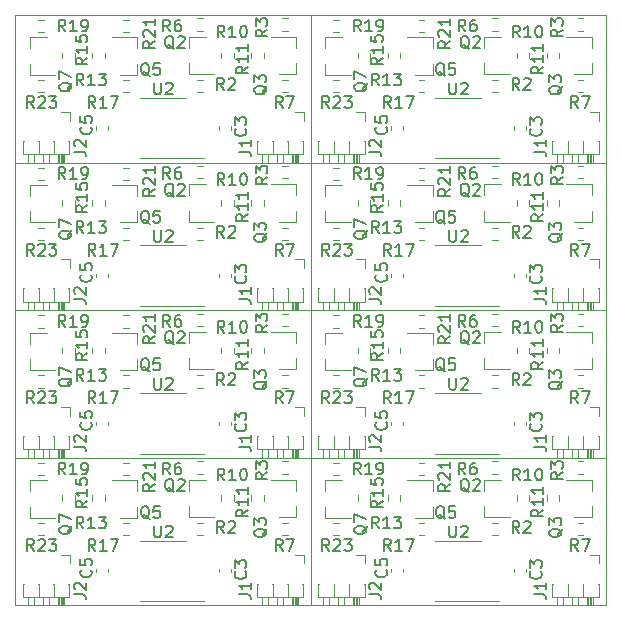
<source format=gbr>
%TF.GenerationSoftware,KiCad,Pcbnew,(5.1.10)-1*%
%TF.CreationDate,2022-01-18T20:55:32+07:00*%
%TF.ProjectId,ADuM_I2C_v3_pnlz2x4,4144754d-5f49-4324-935f-76335f706e6c,rev?*%
%TF.SameCoordinates,Original*%
%TF.FileFunction,Legend,Top*%
%TF.FilePolarity,Positive*%
%FSLAX46Y46*%
G04 Gerber Fmt 4.6, Leading zero omitted, Abs format (unit mm)*
G04 Created by KiCad (PCBNEW (5.1.10)-1) date 2022-01-18 20:55:32*
%MOMM*%
%LPD*%
G01*
G04 APERTURE LIST*
%ADD10C,0.100000*%
%ADD11C,0.120000*%
%ADD12C,0.150000*%
%ADD13R,0.900000X0.800000*%
%ADD14R,1.000000X1.000000*%
%ADD15O,1.000000X1.000000*%
G04 APERTURE END LIST*
D10*
X76847000Y-79093000D02*
X76847000Y-91593000D01*
X51847000Y-79093000D02*
X51847000Y-91593000D01*
X76847000Y-66593000D02*
X76847000Y-79093000D01*
X51847000Y-66593000D02*
X51847000Y-79093000D01*
X76847000Y-54093000D02*
X76847000Y-66593000D01*
X51847000Y-54093000D02*
X51847000Y-66593000D01*
X76847000Y-41593000D02*
X76847000Y-54093000D01*
X101847000Y-79093000D02*
X76847000Y-79093000D01*
X76847000Y-79093000D02*
X51847000Y-79093000D01*
X101847000Y-66593000D02*
X76847000Y-66593000D01*
X76847000Y-66593000D02*
X51847000Y-66593000D01*
X101847000Y-54093000D02*
X76847000Y-54093000D01*
X76847000Y-54093000D02*
X51847000Y-54093000D01*
X101847000Y-41593000D02*
X76847000Y-41593000D01*
X101847000Y-79093000D02*
X101847000Y-91593000D01*
X76847000Y-79093000D02*
X76847000Y-91593000D01*
X101847000Y-66593000D02*
X101847000Y-79093000D01*
X76847000Y-66593000D02*
X76847000Y-79093000D01*
X101847000Y-54093000D02*
X101847000Y-66593000D01*
X76847000Y-54093000D02*
X76847000Y-66593000D01*
X101847000Y-41593000D02*
X101847000Y-54093000D01*
X76847000Y-91593000D02*
X101847000Y-91593000D01*
X51847000Y-91593000D02*
X76847000Y-91593000D01*
X76847000Y-79093000D02*
X101847000Y-79093000D01*
X51847000Y-79093000D02*
X76847000Y-79093000D01*
X76847000Y-66593000D02*
X101847000Y-66593000D01*
X51847000Y-66593000D02*
X76847000Y-66593000D01*
X76847000Y-54093000D02*
X101847000Y-54093000D01*
X51847000Y-54093000D02*
X76847000Y-54093000D01*
X51847000Y-41593000D02*
X51847000Y-54093000D01*
X76847000Y-41593000D02*
X51847000Y-41593000D01*
X76847000Y-41593000D02*
X76847000Y-54093000D01*
D11*
%TO.C,C3*%
X95064000Y-88799580D02*
X95064000Y-88518420D01*
X94044000Y-88799580D02*
X94044000Y-88518420D01*
X70064000Y-88799580D02*
X70064000Y-88518420D01*
X69044000Y-88799580D02*
X69044000Y-88518420D01*
X95064000Y-76299580D02*
X95064000Y-76018420D01*
X94044000Y-76299580D02*
X94044000Y-76018420D01*
X70064000Y-76299580D02*
X70064000Y-76018420D01*
X69044000Y-76299580D02*
X69044000Y-76018420D01*
X95064000Y-63799580D02*
X95064000Y-63518420D01*
X94044000Y-63799580D02*
X94044000Y-63518420D01*
X70064000Y-63799580D02*
X70064000Y-63518420D01*
X69044000Y-63799580D02*
X69044000Y-63518420D01*
X95064000Y-51299580D02*
X95064000Y-51018420D01*
X94044000Y-51299580D02*
X94044000Y-51018420D01*
%TO.C,C5*%
X84650000Y-88799580D02*
X84650000Y-88518420D01*
X83630000Y-88799580D02*
X83630000Y-88518420D01*
X59650000Y-88799580D02*
X59650000Y-88518420D01*
X58630000Y-88799580D02*
X58630000Y-88518420D01*
X84650000Y-76299580D02*
X84650000Y-76018420D01*
X83630000Y-76299580D02*
X83630000Y-76018420D01*
X59650000Y-76299580D02*
X59650000Y-76018420D01*
X58630000Y-76299580D02*
X58630000Y-76018420D01*
X84650000Y-63799580D02*
X84650000Y-63518420D01*
X83630000Y-63799580D02*
X83630000Y-63518420D01*
X59650000Y-63799580D02*
X59650000Y-63518420D01*
X58630000Y-63799580D02*
X58630000Y-63518420D01*
X84650000Y-51299580D02*
X84650000Y-51018420D01*
X83630000Y-51299580D02*
X83630000Y-51018420D01*
%TO.C,Q2*%
X91524000Y-80930000D02*
X92984000Y-80930000D01*
X91524000Y-84090000D02*
X93684000Y-84090000D01*
X91524000Y-84090000D02*
X91524000Y-83160000D01*
X91524000Y-80930000D02*
X91524000Y-81860000D01*
X66524000Y-80930000D02*
X67984000Y-80930000D01*
X66524000Y-84090000D02*
X68684000Y-84090000D01*
X66524000Y-84090000D02*
X66524000Y-83160000D01*
X66524000Y-80930000D02*
X66524000Y-81860000D01*
X91524000Y-68430000D02*
X92984000Y-68430000D01*
X91524000Y-71590000D02*
X93684000Y-71590000D01*
X91524000Y-71590000D02*
X91524000Y-70660000D01*
X91524000Y-68430000D02*
X91524000Y-69360000D01*
X66524000Y-68430000D02*
X67984000Y-68430000D01*
X66524000Y-71590000D02*
X68684000Y-71590000D01*
X66524000Y-71590000D02*
X66524000Y-70660000D01*
X66524000Y-68430000D02*
X66524000Y-69360000D01*
X91524000Y-55930000D02*
X92984000Y-55930000D01*
X91524000Y-59090000D02*
X93684000Y-59090000D01*
X91524000Y-59090000D02*
X91524000Y-58160000D01*
X91524000Y-55930000D02*
X91524000Y-56860000D01*
X66524000Y-55930000D02*
X67984000Y-55930000D01*
X66524000Y-59090000D02*
X68684000Y-59090000D01*
X66524000Y-59090000D02*
X66524000Y-58160000D01*
X66524000Y-55930000D02*
X66524000Y-56860000D01*
X91524000Y-43430000D02*
X92984000Y-43430000D01*
X91524000Y-46590000D02*
X93684000Y-46590000D01*
X91524000Y-46590000D02*
X91524000Y-45660000D01*
X91524000Y-43430000D02*
X91524000Y-44360000D01*
%TO.C,Q3*%
X100632000Y-84095000D02*
X99172000Y-84095000D01*
X100632000Y-80935000D02*
X98472000Y-80935000D01*
X100632000Y-80935000D02*
X100632000Y-81865000D01*
X100632000Y-84095000D02*
X100632000Y-83165000D01*
X75632000Y-84095000D02*
X74172000Y-84095000D01*
X75632000Y-80935000D02*
X73472000Y-80935000D01*
X75632000Y-80935000D02*
X75632000Y-81865000D01*
X75632000Y-84095000D02*
X75632000Y-83165000D01*
X100632000Y-71595000D02*
X99172000Y-71595000D01*
X100632000Y-68435000D02*
X98472000Y-68435000D01*
X100632000Y-68435000D02*
X100632000Y-69365000D01*
X100632000Y-71595000D02*
X100632000Y-70665000D01*
X75632000Y-71595000D02*
X74172000Y-71595000D01*
X75632000Y-68435000D02*
X73472000Y-68435000D01*
X75632000Y-68435000D02*
X75632000Y-69365000D01*
X75632000Y-71595000D02*
X75632000Y-70665000D01*
X100632000Y-59095000D02*
X99172000Y-59095000D01*
X100632000Y-55935000D02*
X98472000Y-55935000D01*
X100632000Y-55935000D02*
X100632000Y-56865000D01*
X100632000Y-59095000D02*
X100632000Y-58165000D01*
X75632000Y-59095000D02*
X74172000Y-59095000D01*
X75632000Y-55935000D02*
X73472000Y-55935000D01*
X75632000Y-55935000D02*
X75632000Y-56865000D01*
X75632000Y-59095000D02*
X75632000Y-58165000D01*
X100632000Y-46595000D02*
X99172000Y-46595000D01*
X100632000Y-43435000D02*
X98472000Y-43435000D01*
X100632000Y-43435000D02*
X100632000Y-44365000D01*
X100632000Y-46595000D02*
X100632000Y-45665000D01*
%TO.C,Q5*%
X87170000Y-84156000D02*
X85710000Y-84156000D01*
X87170000Y-80996000D02*
X85010000Y-80996000D01*
X87170000Y-80996000D02*
X87170000Y-81926000D01*
X87170000Y-84156000D02*
X87170000Y-83226000D01*
X62170000Y-84156000D02*
X60710000Y-84156000D01*
X62170000Y-80996000D02*
X60010000Y-80996000D01*
X62170000Y-80996000D02*
X62170000Y-81926000D01*
X62170000Y-84156000D02*
X62170000Y-83226000D01*
X87170000Y-71656000D02*
X85710000Y-71656000D01*
X87170000Y-68496000D02*
X85010000Y-68496000D01*
X87170000Y-68496000D02*
X87170000Y-69426000D01*
X87170000Y-71656000D02*
X87170000Y-70726000D01*
X62170000Y-71656000D02*
X60710000Y-71656000D01*
X62170000Y-68496000D02*
X60010000Y-68496000D01*
X62170000Y-68496000D02*
X62170000Y-69426000D01*
X62170000Y-71656000D02*
X62170000Y-70726000D01*
X87170000Y-59156000D02*
X85710000Y-59156000D01*
X87170000Y-55996000D02*
X85010000Y-55996000D01*
X87170000Y-55996000D02*
X87170000Y-56926000D01*
X87170000Y-59156000D02*
X87170000Y-58226000D01*
X62170000Y-59156000D02*
X60710000Y-59156000D01*
X62170000Y-55996000D02*
X60010000Y-55996000D01*
X62170000Y-55996000D02*
X62170000Y-56926000D01*
X62170000Y-59156000D02*
X62170000Y-58226000D01*
X87170000Y-46656000D02*
X85710000Y-46656000D01*
X87170000Y-43496000D02*
X85010000Y-43496000D01*
X87170000Y-43496000D02*
X87170000Y-44426000D01*
X87170000Y-46656000D02*
X87170000Y-45726000D01*
%TO.C,Q7*%
X78062000Y-80996000D02*
X78062000Y-81926000D01*
X78062000Y-84156000D02*
X78062000Y-83226000D01*
X78062000Y-84156000D02*
X80222000Y-84156000D01*
X78062000Y-80996000D02*
X79522000Y-80996000D01*
X53062000Y-80996000D02*
X53062000Y-81926000D01*
X53062000Y-84156000D02*
X53062000Y-83226000D01*
X53062000Y-84156000D02*
X55222000Y-84156000D01*
X53062000Y-80996000D02*
X54522000Y-80996000D01*
X78062000Y-68496000D02*
X78062000Y-69426000D01*
X78062000Y-71656000D02*
X78062000Y-70726000D01*
X78062000Y-71656000D02*
X80222000Y-71656000D01*
X78062000Y-68496000D02*
X79522000Y-68496000D01*
X53062000Y-68496000D02*
X53062000Y-69426000D01*
X53062000Y-71656000D02*
X53062000Y-70726000D01*
X53062000Y-71656000D02*
X55222000Y-71656000D01*
X53062000Y-68496000D02*
X54522000Y-68496000D01*
X78062000Y-55996000D02*
X78062000Y-56926000D01*
X78062000Y-59156000D02*
X78062000Y-58226000D01*
X78062000Y-59156000D02*
X80222000Y-59156000D01*
X78062000Y-55996000D02*
X79522000Y-55996000D01*
X53062000Y-55996000D02*
X53062000Y-56926000D01*
X53062000Y-59156000D02*
X53062000Y-58226000D01*
X53062000Y-59156000D02*
X55222000Y-59156000D01*
X53062000Y-55996000D02*
X54522000Y-55996000D01*
X78062000Y-43496000D02*
X78062000Y-44426000D01*
X78062000Y-46656000D02*
X78062000Y-45726000D01*
X78062000Y-46656000D02*
X80222000Y-46656000D01*
X78062000Y-43496000D02*
X79522000Y-43496000D01*
%TO.C,R2*%
X92221742Y-85638500D02*
X92696258Y-85638500D01*
X92221742Y-84593500D02*
X92696258Y-84593500D01*
X67221742Y-85638500D02*
X67696258Y-85638500D01*
X67221742Y-84593500D02*
X67696258Y-84593500D01*
X92221742Y-73138500D02*
X92696258Y-73138500D01*
X92221742Y-72093500D02*
X92696258Y-72093500D01*
X67221742Y-73138500D02*
X67696258Y-73138500D01*
X67221742Y-72093500D02*
X67696258Y-72093500D01*
X92221742Y-60638500D02*
X92696258Y-60638500D01*
X92221742Y-59593500D02*
X92696258Y-59593500D01*
X67221742Y-60638500D02*
X67696258Y-60638500D01*
X67221742Y-59593500D02*
X67696258Y-59593500D01*
X92221742Y-48138500D02*
X92696258Y-48138500D01*
X92221742Y-47093500D02*
X92696258Y-47093500D01*
%TO.C,R7*%
X99460742Y-85638500D02*
X99935258Y-85638500D01*
X99460742Y-84593500D02*
X99935258Y-84593500D01*
X74460742Y-85638500D02*
X74935258Y-85638500D01*
X74460742Y-84593500D02*
X74935258Y-84593500D01*
X99460742Y-73138500D02*
X99935258Y-73138500D01*
X99460742Y-72093500D02*
X99935258Y-72093500D01*
X74460742Y-73138500D02*
X74935258Y-73138500D01*
X74460742Y-72093500D02*
X74935258Y-72093500D01*
X99460742Y-60638500D02*
X99935258Y-60638500D01*
X99460742Y-59593500D02*
X99935258Y-59593500D01*
X74460742Y-60638500D02*
X74935258Y-60638500D01*
X74460742Y-59593500D02*
X74935258Y-59593500D01*
X99460742Y-48138500D02*
X99935258Y-48138500D01*
X99460742Y-47093500D02*
X99935258Y-47093500D01*
%TO.C,R10*%
X95330500Y-82750258D02*
X95330500Y-82275742D01*
X94285500Y-82750258D02*
X94285500Y-82275742D01*
X70330500Y-82750258D02*
X70330500Y-82275742D01*
X69285500Y-82750258D02*
X69285500Y-82275742D01*
X95330500Y-70250258D02*
X95330500Y-69775742D01*
X94285500Y-70250258D02*
X94285500Y-69775742D01*
X70330500Y-70250258D02*
X70330500Y-69775742D01*
X69285500Y-70250258D02*
X69285500Y-69775742D01*
X95330500Y-57750258D02*
X95330500Y-57275742D01*
X94285500Y-57750258D02*
X94285500Y-57275742D01*
X70330500Y-57750258D02*
X70330500Y-57275742D01*
X69285500Y-57750258D02*
X69285500Y-57275742D01*
X95330500Y-45250258D02*
X95330500Y-44775742D01*
X94285500Y-45250258D02*
X94285500Y-44775742D01*
%TO.C,R11*%
X96825500Y-82275742D02*
X96825500Y-82750258D01*
X97870500Y-82275742D02*
X97870500Y-82750258D01*
X71825500Y-82275742D02*
X71825500Y-82750258D01*
X72870500Y-82275742D02*
X72870500Y-82750258D01*
X96825500Y-69775742D02*
X96825500Y-70250258D01*
X97870500Y-69775742D02*
X97870500Y-70250258D01*
X71825500Y-69775742D02*
X71825500Y-70250258D01*
X72870500Y-69775742D02*
X72870500Y-70250258D01*
X96825500Y-57275742D02*
X96825500Y-57750258D01*
X97870500Y-57275742D02*
X97870500Y-57750258D01*
X71825500Y-57275742D02*
X71825500Y-57750258D01*
X72870500Y-57275742D02*
X72870500Y-57750258D01*
X96825500Y-44775742D02*
X96825500Y-45250258D01*
X97870500Y-44775742D02*
X97870500Y-45250258D01*
%TO.C,R13*%
X83363500Y-82274742D02*
X83363500Y-82749258D01*
X84408500Y-82274742D02*
X84408500Y-82749258D01*
X58363500Y-82274742D02*
X58363500Y-82749258D01*
X59408500Y-82274742D02*
X59408500Y-82749258D01*
X83363500Y-69774742D02*
X83363500Y-70249258D01*
X84408500Y-69774742D02*
X84408500Y-70249258D01*
X58363500Y-69774742D02*
X58363500Y-70249258D01*
X59408500Y-69774742D02*
X59408500Y-70249258D01*
X83363500Y-57274742D02*
X83363500Y-57749258D01*
X84408500Y-57274742D02*
X84408500Y-57749258D01*
X58363500Y-57274742D02*
X58363500Y-57749258D01*
X59408500Y-57274742D02*
X59408500Y-57749258D01*
X83363500Y-44774742D02*
X83363500Y-45249258D01*
X84408500Y-44774742D02*
X84408500Y-45249258D01*
%TO.C,R15*%
X80823500Y-82750258D02*
X80823500Y-82275742D01*
X81868500Y-82750258D02*
X81868500Y-82275742D01*
X55823500Y-82750258D02*
X55823500Y-82275742D01*
X56868500Y-82750258D02*
X56868500Y-82275742D01*
X80823500Y-70250258D02*
X80823500Y-69775742D01*
X81868500Y-70250258D02*
X81868500Y-69775742D01*
X55823500Y-70250258D02*
X55823500Y-69775742D01*
X56868500Y-70250258D02*
X56868500Y-69775742D01*
X80823500Y-57750258D02*
X80823500Y-57275742D01*
X81868500Y-57750258D02*
X81868500Y-57275742D01*
X55823500Y-57750258D02*
X55823500Y-57275742D01*
X56868500Y-57750258D02*
X56868500Y-57275742D01*
X80823500Y-45250258D02*
X80823500Y-44775742D01*
X81868500Y-45250258D02*
X81868500Y-44775742D01*
%TO.C,R17*%
X86472258Y-84593500D02*
X85997742Y-84593500D01*
X86472258Y-85638500D02*
X85997742Y-85638500D01*
X61472258Y-84593500D02*
X60997742Y-84593500D01*
X61472258Y-85638500D02*
X60997742Y-85638500D01*
X86472258Y-72093500D02*
X85997742Y-72093500D01*
X86472258Y-73138500D02*
X85997742Y-73138500D01*
X61472258Y-72093500D02*
X60997742Y-72093500D01*
X61472258Y-73138500D02*
X60997742Y-73138500D01*
X86472258Y-59593500D02*
X85997742Y-59593500D01*
X86472258Y-60638500D02*
X85997742Y-60638500D01*
X61472258Y-59593500D02*
X60997742Y-59593500D01*
X61472258Y-60638500D02*
X60997742Y-60638500D01*
X86472258Y-47093500D02*
X85997742Y-47093500D01*
X86472258Y-48138500D02*
X85997742Y-48138500D01*
%TO.C,R19*%
X78758742Y-79513500D02*
X79233258Y-79513500D01*
X78758742Y-80558500D02*
X79233258Y-80558500D01*
X53758742Y-79513500D02*
X54233258Y-79513500D01*
X53758742Y-80558500D02*
X54233258Y-80558500D01*
X78758742Y-67013500D02*
X79233258Y-67013500D01*
X78758742Y-68058500D02*
X79233258Y-68058500D01*
X53758742Y-67013500D02*
X54233258Y-67013500D01*
X53758742Y-68058500D02*
X54233258Y-68058500D01*
X78758742Y-54513500D02*
X79233258Y-54513500D01*
X78758742Y-55558500D02*
X79233258Y-55558500D01*
X53758742Y-54513500D02*
X54233258Y-54513500D01*
X53758742Y-55558500D02*
X54233258Y-55558500D01*
X78758742Y-42013500D02*
X79233258Y-42013500D01*
X78758742Y-43058500D02*
X79233258Y-43058500D01*
%TO.C,R21*%
X86472258Y-79513500D02*
X85997742Y-79513500D01*
X86472258Y-80558500D02*
X85997742Y-80558500D01*
X61472258Y-79513500D02*
X60997742Y-79513500D01*
X61472258Y-80558500D02*
X60997742Y-80558500D01*
X86472258Y-67013500D02*
X85997742Y-67013500D01*
X86472258Y-68058500D02*
X85997742Y-68058500D01*
X61472258Y-67013500D02*
X60997742Y-67013500D01*
X61472258Y-68058500D02*
X60997742Y-68058500D01*
X86472258Y-54513500D02*
X85997742Y-54513500D01*
X86472258Y-55558500D02*
X85997742Y-55558500D01*
X61472258Y-54513500D02*
X60997742Y-54513500D01*
X61472258Y-55558500D02*
X60997742Y-55558500D01*
X86472258Y-42013500D02*
X85997742Y-42013500D01*
X86472258Y-43058500D02*
X85997742Y-43058500D01*
%TO.C,R3*%
X99934258Y-79386500D02*
X99459742Y-79386500D01*
X99934258Y-80431500D02*
X99459742Y-80431500D01*
X74934258Y-79386500D02*
X74459742Y-79386500D01*
X74934258Y-80431500D02*
X74459742Y-80431500D01*
X99934258Y-66886500D02*
X99459742Y-66886500D01*
X99934258Y-67931500D02*
X99459742Y-67931500D01*
X74934258Y-66886500D02*
X74459742Y-66886500D01*
X74934258Y-67931500D02*
X74459742Y-67931500D01*
X99934258Y-54386500D02*
X99459742Y-54386500D01*
X99934258Y-55431500D02*
X99459742Y-55431500D01*
X74934258Y-54386500D02*
X74459742Y-54386500D01*
X74934258Y-55431500D02*
X74459742Y-55431500D01*
X99934258Y-41886500D02*
X99459742Y-41886500D01*
X99934258Y-42931500D02*
X99459742Y-42931500D01*
%TO.C,R6*%
X92696258Y-79386500D02*
X92221742Y-79386500D01*
X92696258Y-80431500D02*
X92221742Y-80431500D01*
X67696258Y-79386500D02*
X67221742Y-79386500D01*
X67696258Y-80431500D02*
X67221742Y-80431500D01*
X92696258Y-66886500D02*
X92221742Y-66886500D01*
X92696258Y-67931500D02*
X92221742Y-67931500D01*
X67696258Y-66886500D02*
X67221742Y-66886500D01*
X67696258Y-67931500D02*
X67221742Y-67931500D01*
X92696258Y-54386500D02*
X92221742Y-54386500D01*
X92696258Y-55431500D02*
X92221742Y-55431500D01*
X67696258Y-54386500D02*
X67221742Y-54386500D01*
X67696258Y-55431500D02*
X67221742Y-55431500D01*
X92696258Y-41886500D02*
X92221742Y-41886500D01*
X92696258Y-42931500D02*
X92221742Y-42931500D01*
%TO.C,R23*%
X78759742Y-84593500D02*
X79234258Y-84593500D01*
X78759742Y-85638500D02*
X79234258Y-85638500D01*
X53759742Y-84593500D02*
X54234258Y-84593500D01*
X53759742Y-85638500D02*
X54234258Y-85638500D01*
X78759742Y-72093500D02*
X79234258Y-72093500D01*
X78759742Y-73138500D02*
X79234258Y-73138500D01*
X53759742Y-72093500D02*
X54234258Y-72093500D01*
X53759742Y-73138500D02*
X54234258Y-73138500D01*
X78759742Y-59593500D02*
X79234258Y-59593500D01*
X78759742Y-60638500D02*
X79234258Y-60638500D01*
X53759742Y-59593500D02*
X54234258Y-59593500D01*
X53759742Y-60638500D02*
X54234258Y-60638500D01*
X78759742Y-47093500D02*
X79234258Y-47093500D01*
X78759742Y-48138500D02*
X79234258Y-48138500D01*
%TO.C,U2*%
X89347000Y-91232000D02*
X92797000Y-91232000D01*
X89347000Y-91232000D02*
X87397000Y-91232000D01*
X89347000Y-86112000D02*
X91297000Y-86112000D01*
X89347000Y-86112000D02*
X87397000Y-86112000D01*
X64347000Y-91232000D02*
X67797000Y-91232000D01*
X64347000Y-91232000D02*
X62397000Y-91232000D01*
X64347000Y-86112000D02*
X66297000Y-86112000D01*
X64347000Y-86112000D02*
X62397000Y-86112000D01*
X89347000Y-78732000D02*
X92797000Y-78732000D01*
X89347000Y-78732000D02*
X87397000Y-78732000D01*
X89347000Y-73612000D02*
X91297000Y-73612000D01*
X89347000Y-73612000D02*
X87397000Y-73612000D01*
X64347000Y-78732000D02*
X67797000Y-78732000D01*
X64347000Y-78732000D02*
X62397000Y-78732000D01*
X64347000Y-73612000D02*
X66297000Y-73612000D01*
X64347000Y-73612000D02*
X62397000Y-73612000D01*
X89347000Y-66232000D02*
X92797000Y-66232000D01*
X89347000Y-66232000D02*
X87397000Y-66232000D01*
X89347000Y-61112000D02*
X91297000Y-61112000D01*
X89347000Y-61112000D02*
X87397000Y-61112000D01*
X64347000Y-66232000D02*
X67797000Y-66232000D01*
X64347000Y-66232000D02*
X62397000Y-66232000D01*
X64347000Y-61112000D02*
X66297000Y-61112000D01*
X64347000Y-61112000D02*
X62397000Y-61112000D01*
X89347000Y-53732000D02*
X92797000Y-53732000D01*
X89347000Y-53732000D02*
X87397000Y-53732000D01*
X89347000Y-48612000D02*
X91297000Y-48612000D01*
X89347000Y-48612000D02*
X87397000Y-48612000D01*
%TO.C,J2*%
X81330677Y-89747000D02*
X81406000Y-89747000D01*
X81406000Y-89747000D02*
X81406000Y-90867000D01*
X81406000Y-90867000D02*
X77476000Y-90867000D01*
X77476000Y-90867000D02*
X77476000Y-89747000D01*
X77476000Y-89747000D02*
X77551323Y-89747000D01*
X80971000Y-90867000D02*
X80971000Y-91593000D01*
X80971000Y-91593000D02*
X80451000Y-91593000D01*
X80451000Y-91593000D02*
X80451000Y-90867000D01*
X80911000Y-90867000D02*
X80911000Y-91593000D01*
X80791000Y-90867000D02*
X80791000Y-91593000D01*
X80671000Y-90867000D02*
X80671000Y-91593000D01*
X80551000Y-90867000D02*
X80551000Y-91593000D01*
X80076000Y-89747000D02*
X80076000Y-90867000D01*
X80091323Y-89747000D02*
X80060677Y-89747000D01*
X79701000Y-90867000D02*
X79701000Y-91593000D01*
X79701000Y-91593000D02*
X79181000Y-91593000D01*
X79181000Y-91593000D02*
X79181000Y-90867000D01*
X78806000Y-89747000D02*
X78806000Y-90867000D01*
X78821323Y-89747000D02*
X78790677Y-89747000D01*
X78431000Y-90867000D02*
X78431000Y-91593000D01*
X78425000Y-91593000D02*
X77905000Y-91593000D01*
X77905000Y-91593000D02*
X77911000Y-90867000D01*
X80711000Y-87277000D02*
X81471000Y-87277000D01*
X81471000Y-87277000D02*
X81471000Y-88037000D01*
X56330677Y-89747000D02*
X56406000Y-89747000D01*
X56406000Y-89747000D02*
X56406000Y-90867000D01*
X56406000Y-90867000D02*
X52476000Y-90867000D01*
X52476000Y-90867000D02*
X52476000Y-89747000D01*
X52476000Y-89747000D02*
X52551323Y-89747000D01*
X55971000Y-90867000D02*
X55971000Y-91593000D01*
X55971000Y-91593000D02*
X55451000Y-91593000D01*
X55451000Y-91593000D02*
X55451000Y-90867000D01*
X55911000Y-90867000D02*
X55911000Y-91593000D01*
X55791000Y-90867000D02*
X55791000Y-91593000D01*
X55671000Y-90867000D02*
X55671000Y-91593000D01*
X55551000Y-90867000D02*
X55551000Y-91593000D01*
X55076000Y-89747000D02*
X55076000Y-90867000D01*
X55091323Y-89747000D02*
X55060677Y-89747000D01*
X54701000Y-90867000D02*
X54701000Y-91593000D01*
X54701000Y-91593000D02*
X54181000Y-91593000D01*
X54181000Y-91593000D02*
X54181000Y-90867000D01*
X53806000Y-89747000D02*
X53806000Y-90867000D01*
X53821323Y-89747000D02*
X53790677Y-89747000D01*
X53431000Y-90867000D02*
X53431000Y-91593000D01*
X53425000Y-91593000D02*
X52905000Y-91593000D01*
X52905000Y-91593000D02*
X52911000Y-90867000D01*
X55711000Y-87277000D02*
X56471000Y-87277000D01*
X56471000Y-87277000D02*
X56471000Y-88037000D01*
X81330677Y-77247000D02*
X81406000Y-77247000D01*
X81406000Y-77247000D02*
X81406000Y-78367000D01*
X81406000Y-78367000D02*
X77476000Y-78367000D01*
X77476000Y-78367000D02*
X77476000Y-77247000D01*
X77476000Y-77247000D02*
X77551323Y-77247000D01*
X80971000Y-78367000D02*
X80971000Y-79093000D01*
X80971000Y-79093000D02*
X80451000Y-79093000D01*
X80451000Y-79093000D02*
X80451000Y-78367000D01*
X80911000Y-78367000D02*
X80911000Y-79093000D01*
X80791000Y-78367000D02*
X80791000Y-79093000D01*
X80671000Y-78367000D02*
X80671000Y-79093000D01*
X80551000Y-78367000D02*
X80551000Y-79093000D01*
X80076000Y-77247000D02*
X80076000Y-78367000D01*
X80091323Y-77247000D02*
X80060677Y-77247000D01*
X79701000Y-78367000D02*
X79701000Y-79093000D01*
X79701000Y-79093000D02*
X79181000Y-79093000D01*
X79181000Y-79093000D02*
X79181000Y-78367000D01*
X78806000Y-77247000D02*
X78806000Y-78367000D01*
X78821323Y-77247000D02*
X78790677Y-77247000D01*
X78431000Y-78367000D02*
X78431000Y-79093000D01*
X78425000Y-79093000D02*
X77905000Y-79093000D01*
X77905000Y-79093000D02*
X77911000Y-78367000D01*
X80711000Y-74777000D02*
X81471000Y-74777000D01*
X81471000Y-74777000D02*
X81471000Y-75537000D01*
X56330677Y-77247000D02*
X56406000Y-77247000D01*
X56406000Y-77247000D02*
X56406000Y-78367000D01*
X56406000Y-78367000D02*
X52476000Y-78367000D01*
X52476000Y-78367000D02*
X52476000Y-77247000D01*
X52476000Y-77247000D02*
X52551323Y-77247000D01*
X55971000Y-78367000D02*
X55971000Y-79093000D01*
X55971000Y-79093000D02*
X55451000Y-79093000D01*
X55451000Y-79093000D02*
X55451000Y-78367000D01*
X55911000Y-78367000D02*
X55911000Y-79093000D01*
X55791000Y-78367000D02*
X55791000Y-79093000D01*
X55671000Y-78367000D02*
X55671000Y-79093000D01*
X55551000Y-78367000D02*
X55551000Y-79093000D01*
X55076000Y-77247000D02*
X55076000Y-78367000D01*
X55091323Y-77247000D02*
X55060677Y-77247000D01*
X54701000Y-78367000D02*
X54701000Y-79093000D01*
X54701000Y-79093000D02*
X54181000Y-79093000D01*
X54181000Y-79093000D02*
X54181000Y-78367000D01*
X53806000Y-77247000D02*
X53806000Y-78367000D01*
X53821323Y-77247000D02*
X53790677Y-77247000D01*
X53431000Y-78367000D02*
X53431000Y-79093000D01*
X53425000Y-79093000D02*
X52905000Y-79093000D01*
X52905000Y-79093000D02*
X52911000Y-78367000D01*
X55711000Y-74777000D02*
X56471000Y-74777000D01*
X56471000Y-74777000D02*
X56471000Y-75537000D01*
X81330677Y-64747000D02*
X81406000Y-64747000D01*
X81406000Y-64747000D02*
X81406000Y-65867000D01*
X81406000Y-65867000D02*
X77476000Y-65867000D01*
X77476000Y-65867000D02*
X77476000Y-64747000D01*
X77476000Y-64747000D02*
X77551323Y-64747000D01*
X80971000Y-65867000D02*
X80971000Y-66593000D01*
X80971000Y-66593000D02*
X80451000Y-66593000D01*
X80451000Y-66593000D02*
X80451000Y-65867000D01*
X80911000Y-65867000D02*
X80911000Y-66593000D01*
X80791000Y-65867000D02*
X80791000Y-66593000D01*
X80671000Y-65867000D02*
X80671000Y-66593000D01*
X80551000Y-65867000D02*
X80551000Y-66593000D01*
X80076000Y-64747000D02*
X80076000Y-65867000D01*
X80091323Y-64747000D02*
X80060677Y-64747000D01*
X79701000Y-65867000D02*
X79701000Y-66593000D01*
X79701000Y-66593000D02*
X79181000Y-66593000D01*
X79181000Y-66593000D02*
X79181000Y-65867000D01*
X78806000Y-64747000D02*
X78806000Y-65867000D01*
X78821323Y-64747000D02*
X78790677Y-64747000D01*
X78431000Y-65867000D02*
X78431000Y-66593000D01*
X78425000Y-66593000D02*
X77905000Y-66593000D01*
X77905000Y-66593000D02*
X77911000Y-65867000D01*
X80711000Y-62277000D02*
X81471000Y-62277000D01*
X81471000Y-62277000D02*
X81471000Y-63037000D01*
X56330677Y-64747000D02*
X56406000Y-64747000D01*
X56406000Y-64747000D02*
X56406000Y-65867000D01*
X56406000Y-65867000D02*
X52476000Y-65867000D01*
X52476000Y-65867000D02*
X52476000Y-64747000D01*
X52476000Y-64747000D02*
X52551323Y-64747000D01*
X55971000Y-65867000D02*
X55971000Y-66593000D01*
X55971000Y-66593000D02*
X55451000Y-66593000D01*
X55451000Y-66593000D02*
X55451000Y-65867000D01*
X55911000Y-65867000D02*
X55911000Y-66593000D01*
X55791000Y-65867000D02*
X55791000Y-66593000D01*
X55671000Y-65867000D02*
X55671000Y-66593000D01*
X55551000Y-65867000D02*
X55551000Y-66593000D01*
X55076000Y-64747000D02*
X55076000Y-65867000D01*
X55091323Y-64747000D02*
X55060677Y-64747000D01*
X54701000Y-65867000D02*
X54701000Y-66593000D01*
X54701000Y-66593000D02*
X54181000Y-66593000D01*
X54181000Y-66593000D02*
X54181000Y-65867000D01*
X53806000Y-64747000D02*
X53806000Y-65867000D01*
X53821323Y-64747000D02*
X53790677Y-64747000D01*
X53431000Y-65867000D02*
X53431000Y-66593000D01*
X53425000Y-66593000D02*
X52905000Y-66593000D01*
X52905000Y-66593000D02*
X52911000Y-65867000D01*
X55711000Y-62277000D02*
X56471000Y-62277000D01*
X56471000Y-62277000D02*
X56471000Y-63037000D01*
X81330677Y-52247000D02*
X81406000Y-52247000D01*
X81406000Y-52247000D02*
X81406000Y-53367000D01*
X81406000Y-53367000D02*
X77476000Y-53367000D01*
X77476000Y-53367000D02*
X77476000Y-52247000D01*
X77476000Y-52247000D02*
X77551323Y-52247000D01*
X80971000Y-53367000D02*
X80971000Y-54093000D01*
X80971000Y-54093000D02*
X80451000Y-54093000D01*
X80451000Y-54093000D02*
X80451000Y-53367000D01*
X80911000Y-53367000D02*
X80911000Y-54093000D01*
X80791000Y-53367000D02*
X80791000Y-54093000D01*
X80671000Y-53367000D02*
X80671000Y-54093000D01*
X80551000Y-53367000D02*
X80551000Y-54093000D01*
X80076000Y-52247000D02*
X80076000Y-53367000D01*
X80091323Y-52247000D02*
X80060677Y-52247000D01*
X79701000Y-53367000D02*
X79701000Y-54093000D01*
X79701000Y-54093000D02*
X79181000Y-54093000D01*
X79181000Y-54093000D02*
X79181000Y-53367000D01*
X78806000Y-52247000D02*
X78806000Y-53367000D01*
X78821323Y-52247000D02*
X78790677Y-52247000D01*
X78431000Y-53367000D02*
X78431000Y-54093000D01*
X78425000Y-54093000D02*
X77905000Y-54093000D01*
X77905000Y-54093000D02*
X77911000Y-53367000D01*
X80711000Y-49777000D02*
X81471000Y-49777000D01*
X81471000Y-49777000D02*
X81471000Y-50537000D01*
%TO.C,J1*%
X101142677Y-89747000D02*
X101218000Y-89747000D01*
X101218000Y-89747000D02*
X101218000Y-90867000D01*
X101218000Y-90867000D02*
X97288000Y-90867000D01*
X97288000Y-90867000D02*
X97288000Y-89747000D01*
X97288000Y-89747000D02*
X97363323Y-89747000D01*
X100783000Y-90867000D02*
X100783000Y-91593000D01*
X100783000Y-91593000D02*
X100263000Y-91593000D01*
X100263000Y-91593000D02*
X100263000Y-90867000D01*
X100723000Y-90867000D02*
X100723000Y-91593000D01*
X100603000Y-90867000D02*
X100603000Y-91593000D01*
X100483000Y-90867000D02*
X100483000Y-91593000D01*
X100363000Y-90867000D02*
X100363000Y-91593000D01*
X99888000Y-89747000D02*
X99888000Y-90867000D01*
X99903323Y-89747000D02*
X99872677Y-89747000D01*
X99513000Y-90867000D02*
X99513000Y-91593000D01*
X99513000Y-91593000D02*
X98993000Y-91593000D01*
X98993000Y-91593000D02*
X98993000Y-90867000D01*
X98618000Y-89747000D02*
X98618000Y-90867000D01*
X98633323Y-89747000D02*
X98602677Y-89747000D01*
X98243000Y-90867000D02*
X98243000Y-91593000D01*
X98237000Y-91593000D02*
X97717000Y-91593000D01*
X97717000Y-91593000D02*
X97723000Y-90867000D01*
X100523000Y-87277000D02*
X101283000Y-87277000D01*
X101283000Y-87277000D02*
X101283000Y-88037000D01*
X76142677Y-89747000D02*
X76218000Y-89747000D01*
X76218000Y-89747000D02*
X76218000Y-90867000D01*
X76218000Y-90867000D02*
X72288000Y-90867000D01*
X72288000Y-90867000D02*
X72288000Y-89747000D01*
X72288000Y-89747000D02*
X72363323Y-89747000D01*
X75783000Y-90867000D02*
X75783000Y-91593000D01*
X75783000Y-91593000D02*
X75263000Y-91593000D01*
X75263000Y-91593000D02*
X75263000Y-90867000D01*
X75723000Y-90867000D02*
X75723000Y-91593000D01*
X75603000Y-90867000D02*
X75603000Y-91593000D01*
X75483000Y-90867000D02*
X75483000Y-91593000D01*
X75363000Y-90867000D02*
X75363000Y-91593000D01*
X74888000Y-89747000D02*
X74888000Y-90867000D01*
X74903323Y-89747000D02*
X74872677Y-89747000D01*
X74513000Y-90867000D02*
X74513000Y-91593000D01*
X74513000Y-91593000D02*
X73993000Y-91593000D01*
X73993000Y-91593000D02*
X73993000Y-90867000D01*
X73618000Y-89747000D02*
X73618000Y-90867000D01*
X73633323Y-89747000D02*
X73602677Y-89747000D01*
X73243000Y-90867000D02*
X73243000Y-91593000D01*
X73237000Y-91593000D02*
X72717000Y-91593000D01*
X72717000Y-91593000D02*
X72723000Y-90867000D01*
X75523000Y-87277000D02*
X76283000Y-87277000D01*
X76283000Y-87277000D02*
X76283000Y-88037000D01*
X101142677Y-77247000D02*
X101218000Y-77247000D01*
X101218000Y-77247000D02*
X101218000Y-78367000D01*
X101218000Y-78367000D02*
X97288000Y-78367000D01*
X97288000Y-78367000D02*
X97288000Y-77247000D01*
X97288000Y-77247000D02*
X97363323Y-77247000D01*
X100783000Y-78367000D02*
X100783000Y-79093000D01*
X100783000Y-79093000D02*
X100263000Y-79093000D01*
X100263000Y-79093000D02*
X100263000Y-78367000D01*
X100723000Y-78367000D02*
X100723000Y-79093000D01*
X100603000Y-78367000D02*
X100603000Y-79093000D01*
X100483000Y-78367000D02*
X100483000Y-79093000D01*
X100363000Y-78367000D02*
X100363000Y-79093000D01*
X99888000Y-77247000D02*
X99888000Y-78367000D01*
X99903323Y-77247000D02*
X99872677Y-77247000D01*
X99513000Y-78367000D02*
X99513000Y-79093000D01*
X99513000Y-79093000D02*
X98993000Y-79093000D01*
X98993000Y-79093000D02*
X98993000Y-78367000D01*
X98618000Y-77247000D02*
X98618000Y-78367000D01*
X98633323Y-77247000D02*
X98602677Y-77247000D01*
X98243000Y-78367000D02*
X98243000Y-79093000D01*
X98237000Y-79093000D02*
X97717000Y-79093000D01*
X97717000Y-79093000D02*
X97723000Y-78367000D01*
X100523000Y-74777000D02*
X101283000Y-74777000D01*
X101283000Y-74777000D02*
X101283000Y-75537000D01*
X76142677Y-77247000D02*
X76218000Y-77247000D01*
X76218000Y-77247000D02*
X76218000Y-78367000D01*
X76218000Y-78367000D02*
X72288000Y-78367000D01*
X72288000Y-78367000D02*
X72288000Y-77247000D01*
X72288000Y-77247000D02*
X72363323Y-77247000D01*
X75783000Y-78367000D02*
X75783000Y-79093000D01*
X75783000Y-79093000D02*
X75263000Y-79093000D01*
X75263000Y-79093000D02*
X75263000Y-78367000D01*
X75723000Y-78367000D02*
X75723000Y-79093000D01*
X75603000Y-78367000D02*
X75603000Y-79093000D01*
X75483000Y-78367000D02*
X75483000Y-79093000D01*
X75363000Y-78367000D02*
X75363000Y-79093000D01*
X74888000Y-77247000D02*
X74888000Y-78367000D01*
X74903323Y-77247000D02*
X74872677Y-77247000D01*
X74513000Y-78367000D02*
X74513000Y-79093000D01*
X74513000Y-79093000D02*
X73993000Y-79093000D01*
X73993000Y-79093000D02*
X73993000Y-78367000D01*
X73618000Y-77247000D02*
X73618000Y-78367000D01*
X73633323Y-77247000D02*
X73602677Y-77247000D01*
X73243000Y-78367000D02*
X73243000Y-79093000D01*
X73237000Y-79093000D02*
X72717000Y-79093000D01*
X72717000Y-79093000D02*
X72723000Y-78367000D01*
X75523000Y-74777000D02*
X76283000Y-74777000D01*
X76283000Y-74777000D02*
X76283000Y-75537000D01*
X101142677Y-64747000D02*
X101218000Y-64747000D01*
X101218000Y-64747000D02*
X101218000Y-65867000D01*
X101218000Y-65867000D02*
X97288000Y-65867000D01*
X97288000Y-65867000D02*
X97288000Y-64747000D01*
X97288000Y-64747000D02*
X97363323Y-64747000D01*
X100783000Y-65867000D02*
X100783000Y-66593000D01*
X100783000Y-66593000D02*
X100263000Y-66593000D01*
X100263000Y-66593000D02*
X100263000Y-65867000D01*
X100723000Y-65867000D02*
X100723000Y-66593000D01*
X100603000Y-65867000D02*
X100603000Y-66593000D01*
X100483000Y-65867000D02*
X100483000Y-66593000D01*
X100363000Y-65867000D02*
X100363000Y-66593000D01*
X99888000Y-64747000D02*
X99888000Y-65867000D01*
X99903323Y-64747000D02*
X99872677Y-64747000D01*
X99513000Y-65867000D02*
X99513000Y-66593000D01*
X99513000Y-66593000D02*
X98993000Y-66593000D01*
X98993000Y-66593000D02*
X98993000Y-65867000D01*
X98618000Y-64747000D02*
X98618000Y-65867000D01*
X98633323Y-64747000D02*
X98602677Y-64747000D01*
X98243000Y-65867000D02*
X98243000Y-66593000D01*
X98237000Y-66593000D02*
X97717000Y-66593000D01*
X97717000Y-66593000D02*
X97723000Y-65867000D01*
X100523000Y-62277000D02*
X101283000Y-62277000D01*
X101283000Y-62277000D02*
X101283000Y-63037000D01*
X76142677Y-64747000D02*
X76218000Y-64747000D01*
X76218000Y-64747000D02*
X76218000Y-65867000D01*
X76218000Y-65867000D02*
X72288000Y-65867000D01*
X72288000Y-65867000D02*
X72288000Y-64747000D01*
X72288000Y-64747000D02*
X72363323Y-64747000D01*
X75783000Y-65867000D02*
X75783000Y-66593000D01*
X75783000Y-66593000D02*
X75263000Y-66593000D01*
X75263000Y-66593000D02*
X75263000Y-65867000D01*
X75723000Y-65867000D02*
X75723000Y-66593000D01*
X75603000Y-65867000D02*
X75603000Y-66593000D01*
X75483000Y-65867000D02*
X75483000Y-66593000D01*
X75363000Y-65867000D02*
X75363000Y-66593000D01*
X74888000Y-64747000D02*
X74888000Y-65867000D01*
X74903323Y-64747000D02*
X74872677Y-64747000D01*
X74513000Y-65867000D02*
X74513000Y-66593000D01*
X74513000Y-66593000D02*
X73993000Y-66593000D01*
X73993000Y-66593000D02*
X73993000Y-65867000D01*
X73618000Y-64747000D02*
X73618000Y-65867000D01*
X73633323Y-64747000D02*
X73602677Y-64747000D01*
X73243000Y-65867000D02*
X73243000Y-66593000D01*
X73237000Y-66593000D02*
X72717000Y-66593000D01*
X72717000Y-66593000D02*
X72723000Y-65867000D01*
X75523000Y-62277000D02*
X76283000Y-62277000D01*
X76283000Y-62277000D02*
X76283000Y-63037000D01*
X101142677Y-52247000D02*
X101218000Y-52247000D01*
X101218000Y-52247000D02*
X101218000Y-53367000D01*
X101218000Y-53367000D02*
X97288000Y-53367000D01*
X97288000Y-53367000D02*
X97288000Y-52247000D01*
X97288000Y-52247000D02*
X97363323Y-52247000D01*
X100783000Y-53367000D02*
X100783000Y-54093000D01*
X100783000Y-54093000D02*
X100263000Y-54093000D01*
X100263000Y-54093000D02*
X100263000Y-53367000D01*
X100723000Y-53367000D02*
X100723000Y-54093000D01*
X100603000Y-53367000D02*
X100603000Y-54093000D01*
X100483000Y-53367000D02*
X100483000Y-54093000D01*
X100363000Y-53367000D02*
X100363000Y-54093000D01*
X99888000Y-52247000D02*
X99888000Y-53367000D01*
X99903323Y-52247000D02*
X99872677Y-52247000D01*
X99513000Y-53367000D02*
X99513000Y-54093000D01*
X99513000Y-54093000D02*
X98993000Y-54093000D01*
X98993000Y-54093000D02*
X98993000Y-53367000D01*
X98618000Y-52247000D02*
X98618000Y-53367000D01*
X98633323Y-52247000D02*
X98602677Y-52247000D01*
X98243000Y-53367000D02*
X98243000Y-54093000D01*
X98237000Y-54093000D02*
X97717000Y-54093000D01*
X97717000Y-54093000D02*
X97723000Y-53367000D01*
X100523000Y-49777000D02*
X101283000Y-49777000D01*
X101283000Y-49777000D02*
X101283000Y-50537000D01*
X76283000Y-49777000D02*
X76283000Y-50537000D01*
X75523000Y-49777000D02*
X76283000Y-49777000D01*
X72717000Y-54093000D02*
X72723000Y-53367000D01*
X73237000Y-54093000D02*
X72717000Y-54093000D01*
X73243000Y-53367000D02*
X73243000Y-54093000D01*
X73633323Y-52247000D02*
X73602677Y-52247000D01*
X73618000Y-52247000D02*
X73618000Y-53367000D01*
X73993000Y-54093000D02*
X73993000Y-53367000D01*
X74513000Y-54093000D02*
X73993000Y-54093000D01*
X74513000Y-53367000D02*
X74513000Y-54093000D01*
X74903323Y-52247000D02*
X74872677Y-52247000D01*
X74888000Y-52247000D02*
X74888000Y-53367000D01*
X75363000Y-53367000D02*
X75363000Y-54093000D01*
X75483000Y-53367000D02*
X75483000Y-54093000D01*
X75603000Y-53367000D02*
X75603000Y-54093000D01*
X75723000Y-53367000D02*
X75723000Y-54093000D01*
X75263000Y-54093000D02*
X75263000Y-53367000D01*
X75783000Y-54093000D02*
X75263000Y-54093000D01*
X75783000Y-53367000D02*
X75783000Y-54093000D01*
X72288000Y-52247000D02*
X72363323Y-52247000D01*
X72288000Y-53367000D02*
X72288000Y-52247000D01*
X76218000Y-53367000D02*
X72288000Y-53367000D01*
X76218000Y-52247000D02*
X76218000Y-53367000D01*
X76142677Y-52247000D02*
X76218000Y-52247000D01*
%TO.C,J2*%
X56471000Y-49777000D02*
X56471000Y-50537000D01*
X55711000Y-49777000D02*
X56471000Y-49777000D01*
X52905000Y-54093000D02*
X52911000Y-53367000D01*
X53425000Y-54093000D02*
X52905000Y-54093000D01*
X53431000Y-53367000D02*
X53431000Y-54093000D01*
X53821323Y-52247000D02*
X53790677Y-52247000D01*
X53806000Y-52247000D02*
X53806000Y-53367000D01*
X54181000Y-54093000D02*
X54181000Y-53367000D01*
X54701000Y-54093000D02*
X54181000Y-54093000D01*
X54701000Y-53367000D02*
X54701000Y-54093000D01*
X55091323Y-52247000D02*
X55060677Y-52247000D01*
X55076000Y-52247000D02*
X55076000Y-53367000D01*
X55551000Y-53367000D02*
X55551000Y-54093000D01*
X55671000Y-53367000D02*
X55671000Y-54093000D01*
X55791000Y-53367000D02*
X55791000Y-54093000D01*
X55911000Y-53367000D02*
X55911000Y-54093000D01*
X55451000Y-54093000D02*
X55451000Y-53367000D01*
X55971000Y-54093000D02*
X55451000Y-54093000D01*
X55971000Y-53367000D02*
X55971000Y-54093000D01*
X52476000Y-52247000D02*
X52551323Y-52247000D01*
X52476000Y-53367000D02*
X52476000Y-52247000D01*
X56406000Y-53367000D02*
X52476000Y-53367000D01*
X56406000Y-52247000D02*
X56406000Y-53367000D01*
X56330677Y-52247000D02*
X56406000Y-52247000D01*
%TO.C,U2*%
X64347000Y-48612000D02*
X62397000Y-48612000D01*
X64347000Y-48612000D02*
X66297000Y-48612000D01*
X64347000Y-53732000D02*
X62397000Y-53732000D01*
X64347000Y-53732000D02*
X67797000Y-53732000D01*
%TO.C,R23*%
X53759742Y-48138500D02*
X54234258Y-48138500D01*
X53759742Y-47093500D02*
X54234258Y-47093500D01*
%TO.C,R21*%
X61472258Y-43058500D02*
X60997742Y-43058500D01*
X61472258Y-42013500D02*
X60997742Y-42013500D01*
%TO.C,R19*%
X53758742Y-43058500D02*
X54233258Y-43058500D01*
X53758742Y-42013500D02*
X54233258Y-42013500D01*
%TO.C,R17*%
X61472258Y-48138500D02*
X60997742Y-48138500D01*
X61472258Y-47093500D02*
X60997742Y-47093500D01*
%TO.C,R15*%
X56868500Y-45250258D02*
X56868500Y-44775742D01*
X55823500Y-45250258D02*
X55823500Y-44775742D01*
%TO.C,R13*%
X59408500Y-44774742D02*
X59408500Y-45249258D01*
X58363500Y-44774742D02*
X58363500Y-45249258D01*
%TO.C,R11*%
X72870500Y-44775742D02*
X72870500Y-45250258D01*
X71825500Y-44775742D02*
X71825500Y-45250258D01*
%TO.C,R10*%
X69285500Y-45250258D02*
X69285500Y-44775742D01*
X70330500Y-45250258D02*
X70330500Y-44775742D01*
%TO.C,R7*%
X74460742Y-47093500D02*
X74935258Y-47093500D01*
X74460742Y-48138500D02*
X74935258Y-48138500D01*
%TO.C,R6*%
X67696258Y-42931500D02*
X67221742Y-42931500D01*
X67696258Y-41886500D02*
X67221742Y-41886500D01*
%TO.C,R3*%
X74934258Y-42931500D02*
X74459742Y-42931500D01*
X74934258Y-41886500D02*
X74459742Y-41886500D01*
%TO.C,R2*%
X67221742Y-47093500D02*
X67696258Y-47093500D01*
X67221742Y-48138500D02*
X67696258Y-48138500D01*
%TO.C,Q7*%
X53062000Y-43496000D02*
X54522000Y-43496000D01*
X53062000Y-46656000D02*
X55222000Y-46656000D01*
X53062000Y-46656000D02*
X53062000Y-45726000D01*
X53062000Y-43496000D02*
X53062000Y-44426000D01*
%TO.C,Q5*%
X62170000Y-46656000D02*
X62170000Y-45726000D01*
X62170000Y-43496000D02*
X62170000Y-44426000D01*
X62170000Y-43496000D02*
X60010000Y-43496000D01*
X62170000Y-46656000D02*
X60710000Y-46656000D01*
%TO.C,Q3*%
X75632000Y-46595000D02*
X75632000Y-45665000D01*
X75632000Y-43435000D02*
X75632000Y-44365000D01*
X75632000Y-43435000D02*
X73472000Y-43435000D01*
X75632000Y-46595000D02*
X74172000Y-46595000D01*
%TO.C,Q2*%
X66524000Y-43430000D02*
X66524000Y-44360000D01*
X66524000Y-46590000D02*
X66524000Y-45660000D01*
X66524000Y-46590000D02*
X68684000Y-46590000D01*
X66524000Y-43430000D02*
X67984000Y-43430000D01*
%TO.C,C5*%
X58630000Y-51299580D02*
X58630000Y-51018420D01*
X59650000Y-51299580D02*
X59650000Y-51018420D01*
%TO.C,C3*%
X69044000Y-51299580D02*
X69044000Y-51018420D01*
X70064000Y-51299580D02*
X70064000Y-51018420D01*
D12*
X96308142Y-88711666D02*
X96355761Y-88759285D01*
X96403380Y-88902142D01*
X96403380Y-88997380D01*
X96355761Y-89140238D01*
X96260523Y-89235476D01*
X96165285Y-89283095D01*
X95974809Y-89330714D01*
X95831952Y-89330714D01*
X95641476Y-89283095D01*
X95546238Y-89235476D01*
X95451000Y-89140238D01*
X95403380Y-88997380D01*
X95403380Y-88902142D01*
X95451000Y-88759285D01*
X95498619Y-88711666D01*
X95403380Y-88378333D02*
X95403380Y-87759285D01*
X95784333Y-88092619D01*
X95784333Y-87949761D01*
X95831952Y-87854523D01*
X95879571Y-87806904D01*
X95974809Y-87759285D01*
X96212904Y-87759285D01*
X96308142Y-87806904D01*
X96355761Y-87854523D01*
X96403380Y-87949761D01*
X96403380Y-88235476D01*
X96355761Y-88330714D01*
X96308142Y-88378333D01*
X71308142Y-88711666D02*
X71355761Y-88759285D01*
X71403380Y-88902142D01*
X71403380Y-88997380D01*
X71355761Y-89140238D01*
X71260523Y-89235476D01*
X71165285Y-89283095D01*
X70974809Y-89330714D01*
X70831952Y-89330714D01*
X70641476Y-89283095D01*
X70546238Y-89235476D01*
X70451000Y-89140238D01*
X70403380Y-88997380D01*
X70403380Y-88902142D01*
X70451000Y-88759285D01*
X70498619Y-88711666D01*
X70403380Y-88378333D02*
X70403380Y-87759285D01*
X70784333Y-88092619D01*
X70784333Y-87949761D01*
X70831952Y-87854523D01*
X70879571Y-87806904D01*
X70974809Y-87759285D01*
X71212904Y-87759285D01*
X71308142Y-87806904D01*
X71355761Y-87854523D01*
X71403380Y-87949761D01*
X71403380Y-88235476D01*
X71355761Y-88330714D01*
X71308142Y-88378333D01*
X96308142Y-76211666D02*
X96355761Y-76259285D01*
X96403380Y-76402142D01*
X96403380Y-76497380D01*
X96355761Y-76640238D01*
X96260523Y-76735476D01*
X96165285Y-76783095D01*
X95974809Y-76830714D01*
X95831952Y-76830714D01*
X95641476Y-76783095D01*
X95546238Y-76735476D01*
X95451000Y-76640238D01*
X95403380Y-76497380D01*
X95403380Y-76402142D01*
X95451000Y-76259285D01*
X95498619Y-76211666D01*
X95403380Y-75878333D02*
X95403380Y-75259285D01*
X95784333Y-75592619D01*
X95784333Y-75449761D01*
X95831952Y-75354523D01*
X95879571Y-75306904D01*
X95974809Y-75259285D01*
X96212904Y-75259285D01*
X96308142Y-75306904D01*
X96355761Y-75354523D01*
X96403380Y-75449761D01*
X96403380Y-75735476D01*
X96355761Y-75830714D01*
X96308142Y-75878333D01*
X71308142Y-76211666D02*
X71355761Y-76259285D01*
X71403380Y-76402142D01*
X71403380Y-76497380D01*
X71355761Y-76640238D01*
X71260523Y-76735476D01*
X71165285Y-76783095D01*
X70974809Y-76830714D01*
X70831952Y-76830714D01*
X70641476Y-76783095D01*
X70546238Y-76735476D01*
X70451000Y-76640238D01*
X70403380Y-76497380D01*
X70403380Y-76402142D01*
X70451000Y-76259285D01*
X70498619Y-76211666D01*
X70403380Y-75878333D02*
X70403380Y-75259285D01*
X70784333Y-75592619D01*
X70784333Y-75449761D01*
X70831952Y-75354523D01*
X70879571Y-75306904D01*
X70974809Y-75259285D01*
X71212904Y-75259285D01*
X71308142Y-75306904D01*
X71355761Y-75354523D01*
X71403380Y-75449761D01*
X71403380Y-75735476D01*
X71355761Y-75830714D01*
X71308142Y-75878333D01*
X96308142Y-63711666D02*
X96355761Y-63759285D01*
X96403380Y-63902142D01*
X96403380Y-63997380D01*
X96355761Y-64140238D01*
X96260523Y-64235476D01*
X96165285Y-64283095D01*
X95974809Y-64330714D01*
X95831952Y-64330714D01*
X95641476Y-64283095D01*
X95546238Y-64235476D01*
X95451000Y-64140238D01*
X95403380Y-63997380D01*
X95403380Y-63902142D01*
X95451000Y-63759285D01*
X95498619Y-63711666D01*
X95403380Y-63378333D02*
X95403380Y-62759285D01*
X95784333Y-63092619D01*
X95784333Y-62949761D01*
X95831952Y-62854523D01*
X95879571Y-62806904D01*
X95974809Y-62759285D01*
X96212904Y-62759285D01*
X96308142Y-62806904D01*
X96355761Y-62854523D01*
X96403380Y-62949761D01*
X96403380Y-63235476D01*
X96355761Y-63330714D01*
X96308142Y-63378333D01*
X71308142Y-63711666D02*
X71355761Y-63759285D01*
X71403380Y-63902142D01*
X71403380Y-63997380D01*
X71355761Y-64140238D01*
X71260523Y-64235476D01*
X71165285Y-64283095D01*
X70974809Y-64330714D01*
X70831952Y-64330714D01*
X70641476Y-64283095D01*
X70546238Y-64235476D01*
X70451000Y-64140238D01*
X70403380Y-63997380D01*
X70403380Y-63902142D01*
X70451000Y-63759285D01*
X70498619Y-63711666D01*
X70403380Y-63378333D02*
X70403380Y-62759285D01*
X70784333Y-63092619D01*
X70784333Y-62949761D01*
X70831952Y-62854523D01*
X70879571Y-62806904D01*
X70974809Y-62759285D01*
X71212904Y-62759285D01*
X71308142Y-62806904D01*
X71355761Y-62854523D01*
X71403380Y-62949761D01*
X71403380Y-63235476D01*
X71355761Y-63330714D01*
X71308142Y-63378333D01*
X96308142Y-51211666D02*
X96355761Y-51259285D01*
X96403380Y-51402142D01*
X96403380Y-51497380D01*
X96355761Y-51640238D01*
X96260523Y-51735476D01*
X96165285Y-51783095D01*
X95974809Y-51830714D01*
X95831952Y-51830714D01*
X95641476Y-51783095D01*
X95546238Y-51735476D01*
X95451000Y-51640238D01*
X95403380Y-51497380D01*
X95403380Y-51402142D01*
X95451000Y-51259285D01*
X95498619Y-51211666D01*
X95403380Y-50878333D02*
X95403380Y-50259285D01*
X95784333Y-50592619D01*
X95784333Y-50449761D01*
X95831952Y-50354523D01*
X95879571Y-50306904D01*
X95974809Y-50259285D01*
X96212904Y-50259285D01*
X96308142Y-50306904D01*
X96355761Y-50354523D01*
X96403380Y-50449761D01*
X96403380Y-50735476D01*
X96355761Y-50830714D01*
X96308142Y-50878333D01*
%TO.C,C5*%
X83227142Y-88584666D02*
X83274761Y-88632285D01*
X83322380Y-88775142D01*
X83322380Y-88870380D01*
X83274761Y-89013238D01*
X83179523Y-89108476D01*
X83084285Y-89156095D01*
X82893809Y-89203714D01*
X82750952Y-89203714D01*
X82560476Y-89156095D01*
X82465238Y-89108476D01*
X82370000Y-89013238D01*
X82322380Y-88870380D01*
X82322380Y-88775142D01*
X82370000Y-88632285D01*
X82417619Y-88584666D01*
X82322380Y-87679904D02*
X82322380Y-88156095D01*
X82798571Y-88203714D01*
X82750952Y-88156095D01*
X82703333Y-88060857D01*
X82703333Y-87822761D01*
X82750952Y-87727523D01*
X82798571Y-87679904D01*
X82893809Y-87632285D01*
X83131904Y-87632285D01*
X83227142Y-87679904D01*
X83274761Y-87727523D01*
X83322380Y-87822761D01*
X83322380Y-88060857D01*
X83274761Y-88156095D01*
X83227142Y-88203714D01*
X58227142Y-88584666D02*
X58274761Y-88632285D01*
X58322380Y-88775142D01*
X58322380Y-88870380D01*
X58274761Y-89013238D01*
X58179523Y-89108476D01*
X58084285Y-89156095D01*
X57893809Y-89203714D01*
X57750952Y-89203714D01*
X57560476Y-89156095D01*
X57465238Y-89108476D01*
X57370000Y-89013238D01*
X57322380Y-88870380D01*
X57322380Y-88775142D01*
X57370000Y-88632285D01*
X57417619Y-88584666D01*
X57322380Y-87679904D02*
X57322380Y-88156095D01*
X57798571Y-88203714D01*
X57750952Y-88156095D01*
X57703333Y-88060857D01*
X57703333Y-87822761D01*
X57750952Y-87727523D01*
X57798571Y-87679904D01*
X57893809Y-87632285D01*
X58131904Y-87632285D01*
X58227142Y-87679904D01*
X58274761Y-87727523D01*
X58322380Y-87822761D01*
X58322380Y-88060857D01*
X58274761Y-88156095D01*
X58227142Y-88203714D01*
X83227142Y-76084666D02*
X83274761Y-76132285D01*
X83322380Y-76275142D01*
X83322380Y-76370380D01*
X83274761Y-76513238D01*
X83179523Y-76608476D01*
X83084285Y-76656095D01*
X82893809Y-76703714D01*
X82750952Y-76703714D01*
X82560476Y-76656095D01*
X82465238Y-76608476D01*
X82370000Y-76513238D01*
X82322380Y-76370380D01*
X82322380Y-76275142D01*
X82370000Y-76132285D01*
X82417619Y-76084666D01*
X82322380Y-75179904D02*
X82322380Y-75656095D01*
X82798571Y-75703714D01*
X82750952Y-75656095D01*
X82703333Y-75560857D01*
X82703333Y-75322761D01*
X82750952Y-75227523D01*
X82798571Y-75179904D01*
X82893809Y-75132285D01*
X83131904Y-75132285D01*
X83227142Y-75179904D01*
X83274761Y-75227523D01*
X83322380Y-75322761D01*
X83322380Y-75560857D01*
X83274761Y-75656095D01*
X83227142Y-75703714D01*
X58227142Y-76084666D02*
X58274761Y-76132285D01*
X58322380Y-76275142D01*
X58322380Y-76370380D01*
X58274761Y-76513238D01*
X58179523Y-76608476D01*
X58084285Y-76656095D01*
X57893809Y-76703714D01*
X57750952Y-76703714D01*
X57560476Y-76656095D01*
X57465238Y-76608476D01*
X57370000Y-76513238D01*
X57322380Y-76370380D01*
X57322380Y-76275142D01*
X57370000Y-76132285D01*
X57417619Y-76084666D01*
X57322380Y-75179904D02*
X57322380Y-75656095D01*
X57798571Y-75703714D01*
X57750952Y-75656095D01*
X57703333Y-75560857D01*
X57703333Y-75322761D01*
X57750952Y-75227523D01*
X57798571Y-75179904D01*
X57893809Y-75132285D01*
X58131904Y-75132285D01*
X58227142Y-75179904D01*
X58274761Y-75227523D01*
X58322380Y-75322761D01*
X58322380Y-75560857D01*
X58274761Y-75656095D01*
X58227142Y-75703714D01*
X83227142Y-63584666D02*
X83274761Y-63632285D01*
X83322380Y-63775142D01*
X83322380Y-63870380D01*
X83274761Y-64013238D01*
X83179523Y-64108476D01*
X83084285Y-64156095D01*
X82893809Y-64203714D01*
X82750952Y-64203714D01*
X82560476Y-64156095D01*
X82465238Y-64108476D01*
X82370000Y-64013238D01*
X82322380Y-63870380D01*
X82322380Y-63775142D01*
X82370000Y-63632285D01*
X82417619Y-63584666D01*
X82322380Y-62679904D02*
X82322380Y-63156095D01*
X82798571Y-63203714D01*
X82750952Y-63156095D01*
X82703333Y-63060857D01*
X82703333Y-62822761D01*
X82750952Y-62727523D01*
X82798571Y-62679904D01*
X82893809Y-62632285D01*
X83131904Y-62632285D01*
X83227142Y-62679904D01*
X83274761Y-62727523D01*
X83322380Y-62822761D01*
X83322380Y-63060857D01*
X83274761Y-63156095D01*
X83227142Y-63203714D01*
X58227142Y-63584666D02*
X58274761Y-63632285D01*
X58322380Y-63775142D01*
X58322380Y-63870380D01*
X58274761Y-64013238D01*
X58179523Y-64108476D01*
X58084285Y-64156095D01*
X57893809Y-64203714D01*
X57750952Y-64203714D01*
X57560476Y-64156095D01*
X57465238Y-64108476D01*
X57370000Y-64013238D01*
X57322380Y-63870380D01*
X57322380Y-63775142D01*
X57370000Y-63632285D01*
X57417619Y-63584666D01*
X57322380Y-62679904D02*
X57322380Y-63156095D01*
X57798571Y-63203714D01*
X57750952Y-63156095D01*
X57703333Y-63060857D01*
X57703333Y-62822761D01*
X57750952Y-62727523D01*
X57798571Y-62679904D01*
X57893809Y-62632285D01*
X58131904Y-62632285D01*
X58227142Y-62679904D01*
X58274761Y-62727523D01*
X58322380Y-62822761D01*
X58322380Y-63060857D01*
X58274761Y-63156095D01*
X58227142Y-63203714D01*
X83227142Y-51084666D02*
X83274761Y-51132285D01*
X83322380Y-51275142D01*
X83322380Y-51370380D01*
X83274761Y-51513238D01*
X83179523Y-51608476D01*
X83084285Y-51656095D01*
X82893809Y-51703714D01*
X82750952Y-51703714D01*
X82560476Y-51656095D01*
X82465238Y-51608476D01*
X82370000Y-51513238D01*
X82322380Y-51370380D01*
X82322380Y-51275142D01*
X82370000Y-51132285D01*
X82417619Y-51084666D01*
X82322380Y-50179904D02*
X82322380Y-50656095D01*
X82798571Y-50703714D01*
X82750952Y-50656095D01*
X82703333Y-50560857D01*
X82703333Y-50322761D01*
X82750952Y-50227523D01*
X82798571Y-50179904D01*
X82893809Y-50132285D01*
X83131904Y-50132285D01*
X83227142Y-50179904D01*
X83274761Y-50227523D01*
X83322380Y-50322761D01*
X83322380Y-50560857D01*
X83274761Y-50656095D01*
X83227142Y-50703714D01*
%TO.C,Q2*%
X90267761Y-81980619D02*
X90172523Y-81933000D01*
X90077285Y-81837761D01*
X89934428Y-81694904D01*
X89839190Y-81647285D01*
X89743952Y-81647285D01*
X89791571Y-81885380D02*
X89696333Y-81837761D01*
X89601095Y-81742523D01*
X89553476Y-81552047D01*
X89553476Y-81218714D01*
X89601095Y-81028238D01*
X89696333Y-80933000D01*
X89791571Y-80885380D01*
X89982047Y-80885380D01*
X90077285Y-80933000D01*
X90172523Y-81028238D01*
X90220142Y-81218714D01*
X90220142Y-81552047D01*
X90172523Y-81742523D01*
X90077285Y-81837761D01*
X89982047Y-81885380D01*
X89791571Y-81885380D01*
X90601095Y-80980619D02*
X90648714Y-80933000D01*
X90743952Y-80885380D01*
X90982047Y-80885380D01*
X91077285Y-80933000D01*
X91124904Y-80980619D01*
X91172523Y-81075857D01*
X91172523Y-81171095D01*
X91124904Y-81313952D01*
X90553476Y-81885380D01*
X91172523Y-81885380D01*
X65267761Y-81980619D02*
X65172523Y-81933000D01*
X65077285Y-81837761D01*
X64934428Y-81694904D01*
X64839190Y-81647285D01*
X64743952Y-81647285D01*
X64791571Y-81885380D02*
X64696333Y-81837761D01*
X64601095Y-81742523D01*
X64553476Y-81552047D01*
X64553476Y-81218714D01*
X64601095Y-81028238D01*
X64696333Y-80933000D01*
X64791571Y-80885380D01*
X64982047Y-80885380D01*
X65077285Y-80933000D01*
X65172523Y-81028238D01*
X65220142Y-81218714D01*
X65220142Y-81552047D01*
X65172523Y-81742523D01*
X65077285Y-81837761D01*
X64982047Y-81885380D01*
X64791571Y-81885380D01*
X65601095Y-80980619D02*
X65648714Y-80933000D01*
X65743952Y-80885380D01*
X65982047Y-80885380D01*
X66077285Y-80933000D01*
X66124904Y-80980619D01*
X66172523Y-81075857D01*
X66172523Y-81171095D01*
X66124904Y-81313952D01*
X65553476Y-81885380D01*
X66172523Y-81885380D01*
X90267761Y-69480619D02*
X90172523Y-69433000D01*
X90077285Y-69337761D01*
X89934428Y-69194904D01*
X89839190Y-69147285D01*
X89743952Y-69147285D01*
X89791571Y-69385380D02*
X89696333Y-69337761D01*
X89601095Y-69242523D01*
X89553476Y-69052047D01*
X89553476Y-68718714D01*
X89601095Y-68528238D01*
X89696333Y-68433000D01*
X89791571Y-68385380D01*
X89982047Y-68385380D01*
X90077285Y-68433000D01*
X90172523Y-68528238D01*
X90220142Y-68718714D01*
X90220142Y-69052047D01*
X90172523Y-69242523D01*
X90077285Y-69337761D01*
X89982047Y-69385380D01*
X89791571Y-69385380D01*
X90601095Y-68480619D02*
X90648714Y-68433000D01*
X90743952Y-68385380D01*
X90982047Y-68385380D01*
X91077285Y-68433000D01*
X91124904Y-68480619D01*
X91172523Y-68575857D01*
X91172523Y-68671095D01*
X91124904Y-68813952D01*
X90553476Y-69385380D01*
X91172523Y-69385380D01*
X65267761Y-69480619D02*
X65172523Y-69433000D01*
X65077285Y-69337761D01*
X64934428Y-69194904D01*
X64839190Y-69147285D01*
X64743952Y-69147285D01*
X64791571Y-69385380D02*
X64696333Y-69337761D01*
X64601095Y-69242523D01*
X64553476Y-69052047D01*
X64553476Y-68718714D01*
X64601095Y-68528238D01*
X64696333Y-68433000D01*
X64791571Y-68385380D01*
X64982047Y-68385380D01*
X65077285Y-68433000D01*
X65172523Y-68528238D01*
X65220142Y-68718714D01*
X65220142Y-69052047D01*
X65172523Y-69242523D01*
X65077285Y-69337761D01*
X64982047Y-69385380D01*
X64791571Y-69385380D01*
X65601095Y-68480619D02*
X65648714Y-68433000D01*
X65743952Y-68385380D01*
X65982047Y-68385380D01*
X66077285Y-68433000D01*
X66124904Y-68480619D01*
X66172523Y-68575857D01*
X66172523Y-68671095D01*
X66124904Y-68813952D01*
X65553476Y-69385380D01*
X66172523Y-69385380D01*
X90267761Y-56980619D02*
X90172523Y-56933000D01*
X90077285Y-56837761D01*
X89934428Y-56694904D01*
X89839190Y-56647285D01*
X89743952Y-56647285D01*
X89791571Y-56885380D02*
X89696333Y-56837761D01*
X89601095Y-56742523D01*
X89553476Y-56552047D01*
X89553476Y-56218714D01*
X89601095Y-56028238D01*
X89696333Y-55933000D01*
X89791571Y-55885380D01*
X89982047Y-55885380D01*
X90077285Y-55933000D01*
X90172523Y-56028238D01*
X90220142Y-56218714D01*
X90220142Y-56552047D01*
X90172523Y-56742523D01*
X90077285Y-56837761D01*
X89982047Y-56885380D01*
X89791571Y-56885380D01*
X90601095Y-55980619D02*
X90648714Y-55933000D01*
X90743952Y-55885380D01*
X90982047Y-55885380D01*
X91077285Y-55933000D01*
X91124904Y-55980619D01*
X91172523Y-56075857D01*
X91172523Y-56171095D01*
X91124904Y-56313952D01*
X90553476Y-56885380D01*
X91172523Y-56885380D01*
X65267761Y-56980619D02*
X65172523Y-56933000D01*
X65077285Y-56837761D01*
X64934428Y-56694904D01*
X64839190Y-56647285D01*
X64743952Y-56647285D01*
X64791571Y-56885380D02*
X64696333Y-56837761D01*
X64601095Y-56742523D01*
X64553476Y-56552047D01*
X64553476Y-56218714D01*
X64601095Y-56028238D01*
X64696333Y-55933000D01*
X64791571Y-55885380D01*
X64982047Y-55885380D01*
X65077285Y-55933000D01*
X65172523Y-56028238D01*
X65220142Y-56218714D01*
X65220142Y-56552047D01*
X65172523Y-56742523D01*
X65077285Y-56837761D01*
X64982047Y-56885380D01*
X64791571Y-56885380D01*
X65601095Y-55980619D02*
X65648714Y-55933000D01*
X65743952Y-55885380D01*
X65982047Y-55885380D01*
X66077285Y-55933000D01*
X66124904Y-55980619D01*
X66172523Y-56075857D01*
X66172523Y-56171095D01*
X66124904Y-56313952D01*
X65553476Y-56885380D01*
X66172523Y-56885380D01*
X90267761Y-44480619D02*
X90172523Y-44433000D01*
X90077285Y-44337761D01*
X89934428Y-44194904D01*
X89839190Y-44147285D01*
X89743952Y-44147285D01*
X89791571Y-44385380D02*
X89696333Y-44337761D01*
X89601095Y-44242523D01*
X89553476Y-44052047D01*
X89553476Y-43718714D01*
X89601095Y-43528238D01*
X89696333Y-43433000D01*
X89791571Y-43385380D01*
X89982047Y-43385380D01*
X90077285Y-43433000D01*
X90172523Y-43528238D01*
X90220142Y-43718714D01*
X90220142Y-44052047D01*
X90172523Y-44242523D01*
X90077285Y-44337761D01*
X89982047Y-44385380D01*
X89791571Y-44385380D01*
X90601095Y-43480619D02*
X90648714Y-43433000D01*
X90743952Y-43385380D01*
X90982047Y-43385380D01*
X91077285Y-43433000D01*
X91124904Y-43480619D01*
X91172523Y-43575857D01*
X91172523Y-43671095D01*
X91124904Y-43813952D01*
X90553476Y-44385380D01*
X91172523Y-44385380D01*
%TO.C,Q3*%
X98149619Y-85084238D02*
X98102000Y-85179476D01*
X98006761Y-85274714D01*
X97863904Y-85417571D01*
X97816285Y-85512809D01*
X97816285Y-85608047D01*
X98054380Y-85560428D02*
X98006761Y-85655666D01*
X97911523Y-85750904D01*
X97721047Y-85798523D01*
X97387714Y-85798523D01*
X97197238Y-85750904D01*
X97102000Y-85655666D01*
X97054380Y-85560428D01*
X97054380Y-85369952D01*
X97102000Y-85274714D01*
X97197238Y-85179476D01*
X97387714Y-85131857D01*
X97721047Y-85131857D01*
X97911523Y-85179476D01*
X98006761Y-85274714D01*
X98054380Y-85369952D01*
X98054380Y-85560428D01*
X97054380Y-84798523D02*
X97054380Y-84179476D01*
X97435333Y-84512809D01*
X97435333Y-84369952D01*
X97482952Y-84274714D01*
X97530571Y-84227095D01*
X97625809Y-84179476D01*
X97863904Y-84179476D01*
X97959142Y-84227095D01*
X98006761Y-84274714D01*
X98054380Y-84369952D01*
X98054380Y-84655666D01*
X98006761Y-84750904D01*
X97959142Y-84798523D01*
X73149619Y-85084238D02*
X73102000Y-85179476D01*
X73006761Y-85274714D01*
X72863904Y-85417571D01*
X72816285Y-85512809D01*
X72816285Y-85608047D01*
X73054380Y-85560428D02*
X73006761Y-85655666D01*
X72911523Y-85750904D01*
X72721047Y-85798523D01*
X72387714Y-85798523D01*
X72197238Y-85750904D01*
X72102000Y-85655666D01*
X72054380Y-85560428D01*
X72054380Y-85369952D01*
X72102000Y-85274714D01*
X72197238Y-85179476D01*
X72387714Y-85131857D01*
X72721047Y-85131857D01*
X72911523Y-85179476D01*
X73006761Y-85274714D01*
X73054380Y-85369952D01*
X73054380Y-85560428D01*
X72054380Y-84798523D02*
X72054380Y-84179476D01*
X72435333Y-84512809D01*
X72435333Y-84369952D01*
X72482952Y-84274714D01*
X72530571Y-84227095D01*
X72625809Y-84179476D01*
X72863904Y-84179476D01*
X72959142Y-84227095D01*
X73006761Y-84274714D01*
X73054380Y-84369952D01*
X73054380Y-84655666D01*
X73006761Y-84750904D01*
X72959142Y-84798523D01*
X98149619Y-72584238D02*
X98102000Y-72679476D01*
X98006761Y-72774714D01*
X97863904Y-72917571D01*
X97816285Y-73012809D01*
X97816285Y-73108047D01*
X98054380Y-73060428D02*
X98006761Y-73155666D01*
X97911523Y-73250904D01*
X97721047Y-73298523D01*
X97387714Y-73298523D01*
X97197238Y-73250904D01*
X97102000Y-73155666D01*
X97054380Y-73060428D01*
X97054380Y-72869952D01*
X97102000Y-72774714D01*
X97197238Y-72679476D01*
X97387714Y-72631857D01*
X97721047Y-72631857D01*
X97911523Y-72679476D01*
X98006761Y-72774714D01*
X98054380Y-72869952D01*
X98054380Y-73060428D01*
X97054380Y-72298523D02*
X97054380Y-71679476D01*
X97435333Y-72012809D01*
X97435333Y-71869952D01*
X97482952Y-71774714D01*
X97530571Y-71727095D01*
X97625809Y-71679476D01*
X97863904Y-71679476D01*
X97959142Y-71727095D01*
X98006761Y-71774714D01*
X98054380Y-71869952D01*
X98054380Y-72155666D01*
X98006761Y-72250904D01*
X97959142Y-72298523D01*
X73149619Y-72584238D02*
X73102000Y-72679476D01*
X73006761Y-72774714D01*
X72863904Y-72917571D01*
X72816285Y-73012809D01*
X72816285Y-73108047D01*
X73054380Y-73060428D02*
X73006761Y-73155666D01*
X72911523Y-73250904D01*
X72721047Y-73298523D01*
X72387714Y-73298523D01*
X72197238Y-73250904D01*
X72102000Y-73155666D01*
X72054380Y-73060428D01*
X72054380Y-72869952D01*
X72102000Y-72774714D01*
X72197238Y-72679476D01*
X72387714Y-72631857D01*
X72721047Y-72631857D01*
X72911523Y-72679476D01*
X73006761Y-72774714D01*
X73054380Y-72869952D01*
X73054380Y-73060428D01*
X72054380Y-72298523D02*
X72054380Y-71679476D01*
X72435333Y-72012809D01*
X72435333Y-71869952D01*
X72482952Y-71774714D01*
X72530571Y-71727095D01*
X72625809Y-71679476D01*
X72863904Y-71679476D01*
X72959142Y-71727095D01*
X73006761Y-71774714D01*
X73054380Y-71869952D01*
X73054380Y-72155666D01*
X73006761Y-72250904D01*
X72959142Y-72298523D01*
X98149619Y-60084238D02*
X98102000Y-60179476D01*
X98006761Y-60274714D01*
X97863904Y-60417571D01*
X97816285Y-60512809D01*
X97816285Y-60608047D01*
X98054380Y-60560428D02*
X98006761Y-60655666D01*
X97911523Y-60750904D01*
X97721047Y-60798523D01*
X97387714Y-60798523D01*
X97197238Y-60750904D01*
X97102000Y-60655666D01*
X97054380Y-60560428D01*
X97054380Y-60369952D01*
X97102000Y-60274714D01*
X97197238Y-60179476D01*
X97387714Y-60131857D01*
X97721047Y-60131857D01*
X97911523Y-60179476D01*
X98006761Y-60274714D01*
X98054380Y-60369952D01*
X98054380Y-60560428D01*
X97054380Y-59798523D02*
X97054380Y-59179476D01*
X97435333Y-59512809D01*
X97435333Y-59369952D01*
X97482952Y-59274714D01*
X97530571Y-59227095D01*
X97625809Y-59179476D01*
X97863904Y-59179476D01*
X97959142Y-59227095D01*
X98006761Y-59274714D01*
X98054380Y-59369952D01*
X98054380Y-59655666D01*
X98006761Y-59750904D01*
X97959142Y-59798523D01*
X73149619Y-60084238D02*
X73102000Y-60179476D01*
X73006761Y-60274714D01*
X72863904Y-60417571D01*
X72816285Y-60512809D01*
X72816285Y-60608047D01*
X73054380Y-60560428D02*
X73006761Y-60655666D01*
X72911523Y-60750904D01*
X72721047Y-60798523D01*
X72387714Y-60798523D01*
X72197238Y-60750904D01*
X72102000Y-60655666D01*
X72054380Y-60560428D01*
X72054380Y-60369952D01*
X72102000Y-60274714D01*
X72197238Y-60179476D01*
X72387714Y-60131857D01*
X72721047Y-60131857D01*
X72911523Y-60179476D01*
X73006761Y-60274714D01*
X73054380Y-60369952D01*
X73054380Y-60560428D01*
X72054380Y-59798523D02*
X72054380Y-59179476D01*
X72435333Y-59512809D01*
X72435333Y-59369952D01*
X72482952Y-59274714D01*
X72530571Y-59227095D01*
X72625809Y-59179476D01*
X72863904Y-59179476D01*
X72959142Y-59227095D01*
X73006761Y-59274714D01*
X73054380Y-59369952D01*
X73054380Y-59655666D01*
X73006761Y-59750904D01*
X72959142Y-59798523D01*
X98149619Y-47584238D02*
X98102000Y-47679476D01*
X98006761Y-47774714D01*
X97863904Y-47917571D01*
X97816285Y-48012809D01*
X97816285Y-48108047D01*
X98054380Y-48060428D02*
X98006761Y-48155666D01*
X97911523Y-48250904D01*
X97721047Y-48298523D01*
X97387714Y-48298523D01*
X97197238Y-48250904D01*
X97102000Y-48155666D01*
X97054380Y-48060428D01*
X97054380Y-47869952D01*
X97102000Y-47774714D01*
X97197238Y-47679476D01*
X97387714Y-47631857D01*
X97721047Y-47631857D01*
X97911523Y-47679476D01*
X98006761Y-47774714D01*
X98054380Y-47869952D01*
X98054380Y-48060428D01*
X97054380Y-47298523D02*
X97054380Y-46679476D01*
X97435333Y-47012809D01*
X97435333Y-46869952D01*
X97482952Y-46774714D01*
X97530571Y-46727095D01*
X97625809Y-46679476D01*
X97863904Y-46679476D01*
X97959142Y-46727095D01*
X98006761Y-46774714D01*
X98054380Y-46869952D01*
X98054380Y-47155666D01*
X98006761Y-47250904D01*
X97959142Y-47298523D01*
%TO.C,Q5*%
X88203761Y-84266619D02*
X88108523Y-84219000D01*
X88013285Y-84123761D01*
X87870428Y-83980904D01*
X87775190Y-83933285D01*
X87679952Y-83933285D01*
X87727571Y-84171380D02*
X87632333Y-84123761D01*
X87537095Y-84028523D01*
X87489476Y-83838047D01*
X87489476Y-83504714D01*
X87537095Y-83314238D01*
X87632333Y-83219000D01*
X87727571Y-83171380D01*
X87918047Y-83171380D01*
X88013285Y-83219000D01*
X88108523Y-83314238D01*
X88156142Y-83504714D01*
X88156142Y-83838047D01*
X88108523Y-84028523D01*
X88013285Y-84123761D01*
X87918047Y-84171380D01*
X87727571Y-84171380D01*
X89060904Y-83171380D02*
X88584714Y-83171380D01*
X88537095Y-83647571D01*
X88584714Y-83599952D01*
X88679952Y-83552333D01*
X88918047Y-83552333D01*
X89013285Y-83599952D01*
X89060904Y-83647571D01*
X89108523Y-83742809D01*
X89108523Y-83980904D01*
X89060904Y-84076142D01*
X89013285Y-84123761D01*
X88918047Y-84171380D01*
X88679952Y-84171380D01*
X88584714Y-84123761D01*
X88537095Y-84076142D01*
X63203761Y-84266619D02*
X63108523Y-84219000D01*
X63013285Y-84123761D01*
X62870428Y-83980904D01*
X62775190Y-83933285D01*
X62679952Y-83933285D01*
X62727571Y-84171380D02*
X62632333Y-84123761D01*
X62537095Y-84028523D01*
X62489476Y-83838047D01*
X62489476Y-83504714D01*
X62537095Y-83314238D01*
X62632333Y-83219000D01*
X62727571Y-83171380D01*
X62918047Y-83171380D01*
X63013285Y-83219000D01*
X63108523Y-83314238D01*
X63156142Y-83504714D01*
X63156142Y-83838047D01*
X63108523Y-84028523D01*
X63013285Y-84123761D01*
X62918047Y-84171380D01*
X62727571Y-84171380D01*
X64060904Y-83171380D02*
X63584714Y-83171380D01*
X63537095Y-83647571D01*
X63584714Y-83599952D01*
X63679952Y-83552333D01*
X63918047Y-83552333D01*
X64013285Y-83599952D01*
X64060904Y-83647571D01*
X64108523Y-83742809D01*
X64108523Y-83980904D01*
X64060904Y-84076142D01*
X64013285Y-84123761D01*
X63918047Y-84171380D01*
X63679952Y-84171380D01*
X63584714Y-84123761D01*
X63537095Y-84076142D01*
X88203761Y-71766619D02*
X88108523Y-71719000D01*
X88013285Y-71623761D01*
X87870428Y-71480904D01*
X87775190Y-71433285D01*
X87679952Y-71433285D01*
X87727571Y-71671380D02*
X87632333Y-71623761D01*
X87537095Y-71528523D01*
X87489476Y-71338047D01*
X87489476Y-71004714D01*
X87537095Y-70814238D01*
X87632333Y-70719000D01*
X87727571Y-70671380D01*
X87918047Y-70671380D01*
X88013285Y-70719000D01*
X88108523Y-70814238D01*
X88156142Y-71004714D01*
X88156142Y-71338047D01*
X88108523Y-71528523D01*
X88013285Y-71623761D01*
X87918047Y-71671380D01*
X87727571Y-71671380D01*
X89060904Y-70671380D02*
X88584714Y-70671380D01*
X88537095Y-71147571D01*
X88584714Y-71099952D01*
X88679952Y-71052333D01*
X88918047Y-71052333D01*
X89013285Y-71099952D01*
X89060904Y-71147571D01*
X89108523Y-71242809D01*
X89108523Y-71480904D01*
X89060904Y-71576142D01*
X89013285Y-71623761D01*
X88918047Y-71671380D01*
X88679952Y-71671380D01*
X88584714Y-71623761D01*
X88537095Y-71576142D01*
X63203761Y-71766619D02*
X63108523Y-71719000D01*
X63013285Y-71623761D01*
X62870428Y-71480904D01*
X62775190Y-71433285D01*
X62679952Y-71433285D01*
X62727571Y-71671380D02*
X62632333Y-71623761D01*
X62537095Y-71528523D01*
X62489476Y-71338047D01*
X62489476Y-71004714D01*
X62537095Y-70814238D01*
X62632333Y-70719000D01*
X62727571Y-70671380D01*
X62918047Y-70671380D01*
X63013285Y-70719000D01*
X63108523Y-70814238D01*
X63156142Y-71004714D01*
X63156142Y-71338047D01*
X63108523Y-71528523D01*
X63013285Y-71623761D01*
X62918047Y-71671380D01*
X62727571Y-71671380D01*
X64060904Y-70671380D02*
X63584714Y-70671380D01*
X63537095Y-71147571D01*
X63584714Y-71099952D01*
X63679952Y-71052333D01*
X63918047Y-71052333D01*
X64013285Y-71099952D01*
X64060904Y-71147571D01*
X64108523Y-71242809D01*
X64108523Y-71480904D01*
X64060904Y-71576142D01*
X64013285Y-71623761D01*
X63918047Y-71671380D01*
X63679952Y-71671380D01*
X63584714Y-71623761D01*
X63537095Y-71576142D01*
X88203761Y-59266619D02*
X88108523Y-59219000D01*
X88013285Y-59123761D01*
X87870428Y-58980904D01*
X87775190Y-58933285D01*
X87679952Y-58933285D01*
X87727571Y-59171380D02*
X87632333Y-59123761D01*
X87537095Y-59028523D01*
X87489476Y-58838047D01*
X87489476Y-58504714D01*
X87537095Y-58314238D01*
X87632333Y-58219000D01*
X87727571Y-58171380D01*
X87918047Y-58171380D01*
X88013285Y-58219000D01*
X88108523Y-58314238D01*
X88156142Y-58504714D01*
X88156142Y-58838047D01*
X88108523Y-59028523D01*
X88013285Y-59123761D01*
X87918047Y-59171380D01*
X87727571Y-59171380D01*
X89060904Y-58171380D02*
X88584714Y-58171380D01*
X88537095Y-58647571D01*
X88584714Y-58599952D01*
X88679952Y-58552333D01*
X88918047Y-58552333D01*
X89013285Y-58599952D01*
X89060904Y-58647571D01*
X89108523Y-58742809D01*
X89108523Y-58980904D01*
X89060904Y-59076142D01*
X89013285Y-59123761D01*
X88918047Y-59171380D01*
X88679952Y-59171380D01*
X88584714Y-59123761D01*
X88537095Y-59076142D01*
X63203761Y-59266619D02*
X63108523Y-59219000D01*
X63013285Y-59123761D01*
X62870428Y-58980904D01*
X62775190Y-58933285D01*
X62679952Y-58933285D01*
X62727571Y-59171380D02*
X62632333Y-59123761D01*
X62537095Y-59028523D01*
X62489476Y-58838047D01*
X62489476Y-58504714D01*
X62537095Y-58314238D01*
X62632333Y-58219000D01*
X62727571Y-58171380D01*
X62918047Y-58171380D01*
X63013285Y-58219000D01*
X63108523Y-58314238D01*
X63156142Y-58504714D01*
X63156142Y-58838047D01*
X63108523Y-59028523D01*
X63013285Y-59123761D01*
X62918047Y-59171380D01*
X62727571Y-59171380D01*
X64060904Y-58171380D02*
X63584714Y-58171380D01*
X63537095Y-58647571D01*
X63584714Y-58599952D01*
X63679952Y-58552333D01*
X63918047Y-58552333D01*
X64013285Y-58599952D01*
X64060904Y-58647571D01*
X64108523Y-58742809D01*
X64108523Y-58980904D01*
X64060904Y-59076142D01*
X64013285Y-59123761D01*
X63918047Y-59171380D01*
X63679952Y-59171380D01*
X63584714Y-59123761D01*
X63537095Y-59076142D01*
X88203761Y-46766619D02*
X88108523Y-46719000D01*
X88013285Y-46623761D01*
X87870428Y-46480904D01*
X87775190Y-46433285D01*
X87679952Y-46433285D01*
X87727571Y-46671380D02*
X87632333Y-46623761D01*
X87537095Y-46528523D01*
X87489476Y-46338047D01*
X87489476Y-46004714D01*
X87537095Y-45814238D01*
X87632333Y-45719000D01*
X87727571Y-45671380D01*
X87918047Y-45671380D01*
X88013285Y-45719000D01*
X88108523Y-45814238D01*
X88156142Y-46004714D01*
X88156142Y-46338047D01*
X88108523Y-46528523D01*
X88013285Y-46623761D01*
X87918047Y-46671380D01*
X87727571Y-46671380D01*
X89060904Y-45671380D02*
X88584714Y-45671380D01*
X88537095Y-46147571D01*
X88584714Y-46099952D01*
X88679952Y-46052333D01*
X88918047Y-46052333D01*
X89013285Y-46099952D01*
X89060904Y-46147571D01*
X89108523Y-46242809D01*
X89108523Y-46480904D01*
X89060904Y-46576142D01*
X89013285Y-46623761D01*
X88918047Y-46671380D01*
X88679952Y-46671380D01*
X88584714Y-46623761D01*
X88537095Y-46576142D01*
%TO.C,Q7*%
X81639619Y-84830238D02*
X81592000Y-84925476D01*
X81496761Y-85020714D01*
X81353904Y-85163571D01*
X81306285Y-85258809D01*
X81306285Y-85354047D01*
X81544380Y-85306428D02*
X81496761Y-85401666D01*
X81401523Y-85496904D01*
X81211047Y-85544523D01*
X80877714Y-85544523D01*
X80687238Y-85496904D01*
X80592000Y-85401666D01*
X80544380Y-85306428D01*
X80544380Y-85115952D01*
X80592000Y-85020714D01*
X80687238Y-84925476D01*
X80877714Y-84877857D01*
X81211047Y-84877857D01*
X81401523Y-84925476D01*
X81496761Y-85020714D01*
X81544380Y-85115952D01*
X81544380Y-85306428D01*
X80544380Y-84544523D02*
X80544380Y-83877857D01*
X81544380Y-84306428D01*
X56639619Y-84830238D02*
X56592000Y-84925476D01*
X56496761Y-85020714D01*
X56353904Y-85163571D01*
X56306285Y-85258809D01*
X56306285Y-85354047D01*
X56544380Y-85306428D02*
X56496761Y-85401666D01*
X56401523Y-85496904D01*
X56211047Y-85544523D01*
X55877714Y-85544523D01*
X55687238Y-85496904D01*
X55592000Y-85401666D01*
X55544380Y-85306428D01*
X55544380Y-85115952D01*
X55592000Y-85020714D01*
X55687238Y-84925476D01*
X55877714Y-84877857D01*
X56211047Y-84877857D01*
X56401523Y-84925476D01*
X56496761Y-85020714D01*
X56544380Y-85115952D01*
X56544380Y-85306428D01*
X55544380Y-84544523D02*
X55544380Y-83877857D01*
X56544380Y-84306428D01*
X81639619Y-72330238D02*
X81592000Y-72425476D01*
X81496761Y-72520714D01*
X81353904Y-72663571D01*
X81306285Y-72758809D01*
X81306285Y-72854047D01*
X81544380Y-72806428D02*
X81496761Y-72901666D01*
X81401523Y-72996904D01*
X81211047Y-73044523D01*
X80877714Y-73044523D01*
X80687238Y-72996904D01*
X80592000Y-72901666D01*
X80544380Y-72806428D01*
X80544380Y-72615952D01*
X80592000Y-72520714D01*
X80687238Y-72425476D01*
X80877714Y-72377857D01*
X81211047Y-72377857D01*
X81401523Y-72425476D01*
X81496761Y-72520714D01*
X81544380Y-72615952D01*
X81544380Y-72806428D01*
X80544380Y-72044523D02*
X80544380Y-71377857D01*
X81544380Y-71806428D01*
X56639619Y-72330238D02*
X56592000Y-72425476D01*
X56496761Y-72520714D01*
X56353904Y-72663571D01*
X56306285Y-72758809D01*
X56306285Y-72854047D01*
X56544380Y-72806428D02*
X56496761Y-72901666D01*
X56401523Y-72996904D01*
X56211047Y-73044523D01*
X55877714Y-73044523D01*
X55687238Y-72996904D01*
X55592000Y-72901666D01*
X55544380Y-72806428D01*
X55544380Y-72615952D01*
X55592000Y-72520714D01*
X55687238Y-72425476D01*
X55877714Y-72377857D01*
X56211047Y-72377857D01*
X56401523Y-72425476D01*
X56496761Y-72520714D01*
X56544380Y-72615952D01*
X56544380Y-72806428D01*
X55544380Y-72044523D02*
X55544380Y-71377857D01*
X56544380Y-71806428D01*
X81639619Y-59830238D02*
X81592000Y-59925476D01*
X81496761Y-60020714D01*
X81353904Y-60163571D01*
X81306285Y-60258809D01*
X81306285Y-60354047D01*
X81544380Y-60306428D02*
X81496761Y-60401666D01*
X81401523Y-60496904D01*
X81211047Y-60544523D01*
X80877714Y-60544523D01*
X80687238Y-60496904D01*
X80592000Y-60401666D01*
X80544380Y-60306428D01*
X80544380Y-60115952D01*
X80592000Y-60020714D01*
X80687238Y-59925476D01*
X80877714Y-59877857D01*
X81211047Y-59877857D01*
X81401523Y-59925476D01*
X81496761Y-60020714D01*
X81544380Y-60115952D01*
X81544380Y-60306428D01*
X80544380Y-59544523D02*
X80544380Y-58877857D01*
X81544380Y-59306428D01*
X56639619Y-59830238D02*
X56592000Y-59925476D01*
X56496761Y-60020714D01*
X56353904Y-60163571D01*
X56306285Y-60258809D01*
X56306285Y-60354047D01*
X56544380Y-60306428D02*
X56496761Y-60401666D01*
X56401523Y-60496904D01*
X56211047Y-60544523D01*
X55877714Y-60544523D01*
X55687238Y-60496904D01*
X55592000Y-60401666D01*
X55544380Y-60306428D01*
X55544380Y-60115952D01*
X55592000Y-60020714D01*
X55687238Y-59925476D01*
X55877714Y-59877857D01*
X56211047Y-59877857D01*
X56401523Y-59925476D01*
X56496761Y-60020714D01*
X56544380Y-60115952D01*
X56544380Y-60306428D01*
X55544380Y-59544523D02*
X55544380Y-58877857D01*
X56544380Y-59306428D01*
X81639619Y-47330238D02*
X81592000Y-47425476D01*
X81496761Y-47520714D01*
X81353904Y-47663571D01*
X81306285Y-47758809D01*
X81306285Y-47854047D01*
X81544380Y-47806428D02*
X81496761Y-47901666D01*
X81401523Y-47996904D01*
X81211047Y-48044523D01*
X80877714Y-48044523D01*
X80687238Y-47996904D01*
X80592000Y-47901666D01*
X80544380Y-47806428D01*
X80544380Y-47615952D01*
X80592000Y-47520714D01*
X80687238Y-47425476D01*
X80877714Y-47377857D01*
X81211047Y-47377857D01*
X81401523Y-47425476D01*
X81496761Y-47520714D01*
X81544380Y-47615952D01*
X81544380Y-47806428D01*
X80544380Y-47044523D02*
X80544380Y-46377857D01*
X81544380Y-46806428D01*
%TO.C,R2*%
X94514333Y-85441380D02*
X94181000Y-84965190D01*
X93942904Y-85441380D02*
X93942904Y-84441380D01*
X94323857Y-84441380D01*
X94419095Y-84489000D01*
X94466714Y-84536619D01*
X94514333Y-84631857D01*
X94514333Y-84774714D01*
X94466714Y-84869952D01*
X94419095Y-84917571D01*
X94323857Y-84965190D01*
X93942904Y-84965190D01*
X94895285Y-84536619D02*
X94942904Y-84489000D01*
X95038142Y-84441380D01*
X95276238Y-84441380D01*
X95371476Y-84489000D01*
X95419095Y-84536619D01*
X95466714Y-84631857D01*
X95466714Y-84727095D01*
X95419095Y-84869952D01*
X94847666Y-85441380D01*
X95466714Y-85441380D01*
X69514333Y-85441380D02*
X69181000Y-84965190D01*
X68942904Y-85441380D02*
X68942904Y-84441380D01*
X69323857Y-84441380D01*
X69419095Y-84489000D01*
X69466714Y-84536619D01*
X69514333Y-84631857D01*
X69514333Y-84774714D01*
X69466714Y-84869952D01*
X69419095Y-84917571D01*
X69323857Y-84965190D01*
X68942904Y-84965190D01*
X69895285Y-84536619D02*
X69942904Y-84489000D01*
X70038142Y-84441380D01*
X70276238Y-84441380D01*
X70371476Y-84489000D01*
X70419095Y-84536619D01*
X70466714Y-84631857D01*
X70466714Y-84727095D01*
X70419095Y-84869952D01*
X69847666Y-85441380D01*
X70466714Y-85441380D01*
X94514333Y-72941380D02*
X94181000Y-72465190D01*
X93942904Y-72941380D02*
X93942904Y-71941380D01*
X94323857Y-71941380D01*
X94419095Y-71989000D01*
X94466714Y-72036619D01*
X94514333Y-72131857D01*
X94514333Y-72274714D01*
X94466714Y-72369952D01*
X94419095Y-72417571D01*
X94323857Y-72465190D01*
X93942904Y-72465190D01*
X94895285Y-72036619D02*
X94942904Y-71989000D01*
X95038142Y-71941380D01*
X95276238Y-71941380D01*
X95371476Y-71989000D01*
X95419095Y-72036619D01*
X95466714Y-72131857D01*
X95466714Y-72227095D01*
X95419095Y-72369952D01*
X94847666Y-72941380D01*
X95466714Y-72941380D01*
X69514333Y-72941380D02*
X69181000Y-72465190D01*
X68942904Y-72941380D02*
X68942904Y-71941380D01*
X69323857Y-71941380D01*
X69419095Y-71989000D01*
X69466714Y-72036619D01*
X69514333Y-72131857D01*
X69514333Y-72274714D01*
X69466714Y-72369952D01*
X69419095Y-72417571D01*
X69323857Y-72465190D01*
X68942904Y-72465190D01*
X69895285Y-72036619D02*
X69942904Y-71989000D01*
X70038142Y-71941380D01*
X70276238Y-71941380D01*
X70371476Y-71989000D01*
X70419095Y-72036619D01*
X70466714Y-72131857D01*
X70466714Y-72227095D01*
X70419095Y-72369952D01*
X69847666Y-72941380D01*
X70466714Y-72941380D01*
X94514333Y-60441380D02*
X94181000Y-59965190D01*
X93942904Y-60441380D02*
X93942904Y-59441380D01*
X94323857Y-59441380D01*
X94419095Y-59489000D01*
X94466714Y-59536619D01*
X94514333Y-59631857D01*
X94514333Y-59774714D01*
X94466714Y-59869952D01*
X94419095Y-59917571D01*
X94323857Y-59965190D01*
X93942904Y-59965190D01*
X94895285Y-59536619D02*
X94942904Y-59489000D01*
X95038142Y-59441380D01*
X95276238Y-59441380D01*
X95371476Y-59489000D01*
X95419095Y-59536619D01*
X95466714Y-59631857D01*
X95466714Y-59727095D01*
X95419095Y-59869952D01*
X94847666Y-60441380D01*
X95466714Y-60441380D01*
X69514333Y-60441380D02*
X69181000Y-59965190D01*
X68942904Y-60441380D02*
X68942904Y-59441380D01*
X69323857Y-59441380D01*
X69419095Y-59489000D01*
X69466714Y-59536619D01*
X69514333Y-59631857D01*
X69514333Y-59774714D01*
X69466714Y-59869952D01*
X69419095Y-59917571D01*
X69323857Y-59965190D01*
X68942904Y-59965190D01*
X69895285Y-59536619D02*
X69942904Y-59489000D01*
X70038142Y-59441380D01*
X70276238Y-59441380D01*
X70371476Y-59489000D01*
X70419095Y-59536619D01*
X70466714Y-59631857D01*
X70466714Y-59727095D01*
X70419095Y-59869952D01*
X69847666Y-60441380D01*
X70466714Y-60441380D01*
X94514333Y-47941380D02*
X94181000Y-47465190D01*
X93942904Y-47941380D02*
X93942904Y-46941380D01*
X94323857Y-46941380D01*
X94419095Y-46989000D01*
X94466714Y-47036619D01*
X94514333Y-47131857D01*
X94514333Y-47274714D01*
X94466714Y-47369952D01*
X94419095Y-47417571D01*
X94323857Y-47465190D01*
X93942904Y-47465190D01*
X94895285Y-47036619D02*
X94942904Y-46989000D01*
X95038142Y-46941380D01*
X95276238Y-46941380D01*
X95371476Y-46989000D01*
X95419095Y-47036619D01*
X95466714Y-47131857D01*
X95466714Y-47227095D01*
X95419095Y-47369952D01*
X94847666Y-47941380D01*
X95466714Y-47941380D01*
%TO.C,R7*%
X99467333Y-86965380D02*
X99134000Y-86489190D01*
X98895904Y-86965380D02*
X98895904Y-85965380D01*
X99276857Y-85965380D01*
X99372095Y-86013000D01*
X99419714Y-86060619D01*
X99467333Y-86155857D01*
X99467333Y-86298714D01*
X99419714Y-86393952D01*
X99372095Y-86441571D01*
X99276857Y-86489190D01*
X98895904Y-86489190D01*
X99800666Y-85965380D02*
X100467333Y-85965380D01*
X100038761Y-86965380D01*
X74467333Y-86965380D02*
X74134000Y-86489190D01*
X73895904Y-86965380D02*
X73895904Y-85965380D01*
X74276857Y-85965380D01*
X74372095Y-86013000D01*
X74419714Y-86060619D01*
X74467333Y-86155857D01*
X74467333Y-86298714D01*
X74419714Y-86393952D01*
X74372095Y-86441571D01*
X74276857Y-86489190D01*
X73895904Y-86489190D01*
X74800666Y-85965380D02*
X75467333Y-85965380D01*
X75038761Y-86965380D01*
X99467333Y-74465380D02*
X99134000Y-73989190D01*
X98895904Y-74465380D02*
X98895904Y-73465380D01*
X99276857Y-73465380D01*
X99372095Y-73513000D01*
X99419714Y-73560619D01*
X99467333Y-73655857D01*
X99467333Y-73798714D01*
X99419714Y-73893952D01*
X99372095Y-73941571D01*
X99276857Y-73989190D01*
X98895904Y-73989190D01*
X99800666Y-73465380D02*
X100467333Y-73465380D01*
X100038761Y-74465380D01*
X74467333Y-74465380D02*
X74134000Y-73989190D01*
X73895904Y-74465380D02*
X73895904Y-73465380D01*
X74276857Y-73465380D01*
X74372095Y-73513000D01*
X74419714Y-73560619D01*
X74467333Y-73655857D01*
X74467333Y-73798714D01*
X74419714Y-73893952D01*
X74372095Y-73941571D01*
X74276857Y-73989190D01*
X73895904Y-73989190D01*
X74800666Y-73465380D02*
X75467333Y-73465380D01*
X75038761Y-74465380D01*
X99467333Y-61965380D02*
X99134000Y-61489190D01*
X98895904Y-61965380D02*
X98895904Y-60965380D01*
X99276857Y-60965380D01*
X99372095Y-61013000D01*
X99419714Y-61060619D01*
X99467333Y-61155857D01*
X99467333Y-61298714D01*
X99419714Y-61393952D01*
X99372095Y-61441571D01*
X99276857Y-61489190D01*
X98895904Y-61489190D01*
X99800666Y-60965380D02*
X100467333Y-60965380D01*
X100038761Y-61965380D01*
X74467333Y-61965380D02*
X74134000Y-61489190D01*
X73895904Y-61965380D02*
X73895904Y-60965380D01*
X74276857Y-60965380D01*
X74372095Y-61013000D01*
X74419714Y-61060619D01*
X74467333Y-61155857D01*
X74467333Y-61298714D01*
X74419714Y-61393952D01*
X74372095Y-61441571D01*
X74276857Y-61489190D01*
X73895904Y-61489190D01*
X74800666Y-60965380D02*
X75467333Y-60965380D01*
X75038761Y-61965380D01*
X99467333Y-49465380D02*
X99134000Y-48989190D01*
X98895904Y-49465380D02*
X98895904Y-48465380D01*
X99276857Y-48465380D01*
X99372095Y-48513000D01*
X99419714Y-48560619D01*
X99467333Y-48655857D01*
X99467333Y-48798714D01*
X99419714Y-48893952D01*
X99372095Y-48941571D01*
X99276857Y-48989190D01*
X98895904Y-48989190D01*
X99800666Y-48465380D02*
X100467333Y-48465380D01*
X100038761Y-49465380D01*
%TO.C,R10*%
X94546142Y-80996380D02*
X94212809Y-80520190D01*
X93974714Y-80996380D02*
X93974714Y-79996380D01*
X94355666Y-79996380D01*
X94450904Y-80044000D01*
X94498523Y-80091619D01*
X94546142Y-80186857D01*
X94546142Y-80329714D01*
X94498523Y-80424952D01*
X94450904Y-80472571D01*
X94355666Y-80520190D01*
X93974714Y-80520190D01*
X95498523Y-80996380D02*
X94927095Y-80996380D01*
X95212809Y-80996380D02*
X95212809Y-79996380D01*
X95117571Y-80139238D01*
X95022333Y-80234476D01*
X94927095Y-80282095D01*
X96117571Y-79996380D02*
X96212809Y-79996380D01*
X96308047Y-80044000D01*
X96355666Y-80091619D01*
X96403285Y-80186857D01*
X96450904Y-80377333D01*
X96450904Y-80615428D01*
X96403285Y-80805904D01*
X96355666Y-80901142D01*
X96308047Y-80948761D01*
X96212809Y-80996380D01*
X96117571Y-80996380D01*
X96022333Y-80948761D01*
X95974714Y-80901142D01*
X95927095Y-80805904D01*
X95879476Y-80615428D01*
X95879476Y-80377333D01*
X95927095Y-80186857D01*
X95974714Y-80091619D01*
X96022333Y-80044000D01*
X96117571Y-79996380D01*
X69546142Y-80996380D02*
X69212809Y-80520190D01*
X68974714Y-80996380D02*
X68974714Y-79996380D01*
X69355666Y-79996380D01*
X69450904Y-80044000D01*
X69498523Y-80091619D01*
X69546142Y-80186857D01*
X69546142Y-80329714D01*
X69498523Y-80424952D01*
X69450904Y-80472571D01*
X69355666Y-80520190D01*
X68974714Y-80520190D01*
X70498523Y-80996380D02*
X69927095Y-80996380D01*
X70212809Y-80996380D02*
X70212809Y-79996380D01*
X70117571Y-80139238D01*
X70022333Y-80234476D01*
X69927095Y-80282095D01*
X71117571Y-79996380D02*
X71212809Y-79996380D01*
X71308047Y-80044000D01*
X71355666Y-80091619D01*
X71403285Y-80186857D01*
X71450904Y-80377333D01*
X71450904Y-80615428D01*
X71403285Y-80805904D01*
X71355666Y-80901142D01*
X71308047Y-80948761D01*
X71212809Y-80996380D01*
X71117571Y-80996380D01*
X71022333Y-80948761D01*
X70974714Y-80901142D01*
X70927095Y-80805904D01*
X70879476Y-80615428D01*
X70879476Y-80377333D01*
X70927095Y-80186857D01*
X70974714Y-80091619D01*
X71022333Y-80044000D01*
X71117571Y-79996380D01*
X94546142Y-68496380D02*
X94212809Y-68020190D01*
X93974714Y-68496380D02*
X93974714Y-67496380D01*
X94355666Y-67496380D01*
X94450904Y-67544000D01*
X94498523Y-67591619D01*
X94546142Y-67686857D01*
X94546142Y-67829714D01*
X94498523Y-67924952D01*
X94450904Y-67972571D01*
X94355666Y-68020190D01*
X93974714Y-68020190D01*
X95498523Y-68496380D02*
X94927095Y-68496380D01*
X95212809Y-68496380D02*
X95212809Y-67496380D01*
X95117571Y-67639238D01*
X95022333Y-67734476D01*
X94927095Y-67782095D01*
X96117571Y-67496380D02*
X96212809Y-67496380D01*
X96308047Y-67544000D01*
X96355666Y-67591619D01*
X96403285Y-67686857D01*
X96450904Y-67877333D01*
X96450904Y-68115428D01*
X96403285Y-68305904D01*
X96355666Y-68401142D01*
X96308047Y-68448761D01*
X96212809Y-68496380D01*
X96117571Y-68496380D01*
X96022333Y-68448761D01*
X95974714Y-68401142D01*
X95927095Y-68305904D01*
X95879476Y-68115428D01*
X95879476Y-67877333D01*
X95927095Y-67686857D01*
X95974714Y-67591619D01*
X96022333Y-67544000D01*
X96117571Y-67496380D01*
X69546142Y-68496380D02*
X69212809Y-68020190D01*
X68974714Y-68496380D02*
X68974714Y-67496380D01*
X69355666Y-67496380D01*
X69450904Y-67544000D01*
X69498523Y-67591619D01*
X69546142Y-67686857D01*
X69546142Y-67829714D01*
X69498523Y-67924952D01*
X69450904Y-67972571D01*
X69355666Y-68020190D01*
X68974714Y-68020190D01*
X70498523Y-68496380D02*
X69927095Y-68496380D01*
X70212809Y-68496380D02*
X70212809Y-67496380D01*
X70117571Y-67639238D01*
X70022333Y-67734476D01*
X69927095Y-67782095D01*
X71117571Y-67496380D02*
X71212809Y-67496380D01*
X71308047Y-67544000D01*
X71355666Y-67591619D01*
X71403285Y-67686857D01*
X71450904Y-67877333D01*
X71450904Y-68115428D01*
X71403285Y-68305904D01*
X71355666Y-68401142D01*
X71308047Y-68448761D01*
X71212809Y-68496380D01*
X71117571Y-68496380D01*
X71022333Y-68448761D01*
X70974714Y-68401142D01*
X70927095Y-68305904D01*
X70879476Y-68115428D01*
X70879476Y-67877333D01*
X70927095Y-67686857D01*
X70974714Y-67591619D01*
X71022333Y-67544000D01*
X71117571Y-67496380D01*
X94546142Y-55996380D02*
X94212809Y-55520190D01*
X93974714Y-55996380D02*
X93974714Y-54996380D01*
X94355666Y-54996380D01*
X94450904Y-55044000D01*
X94498523Y-55091619D01*
X94546142Y-55186857D01*
X94546142Y-55329714D01*
X94498523Y-55424952D01*
X94450904Y-55472571D01*
X94355666Y-55520190D01*
X93974714Y-55520190D01*
X95498523Y-55996380D02*
X94927095Y-55996380D01*
X95212809Y-55996380D02*
X95212809Y-54996380D01*
X95117571Y-55139238D01*
X95022333Y-55234476D01*
X94927095Y-55282095D01*
X96117571Y-54996380D02*
X96212809Y-54996380D01*
X96308047Y-55044000D01*
X96355666Y-55091619D01*
X96403285Y-55186857D01*
X96450904Y-55377333D01*
X96450904Y-55615428D01*
X96403285Y-55805904D01*
X96355666Y-55901142D01*
X96308047Y-55948761D01*
X96212809Y-55996380D01*
X96117571Y-55996380D01*
X96022333Y-55948761D01*
X95974714Y-55901142D01*
X95927095Y-55805904D01*
X95879476Y-55615428D01*
X95879476Y-55377333D01*
X95927095Y-55186857D01*
X95974714Y-55091619D01*
X96022333Y-55044000D01*
X96117571Y-54996380D01*
X69546142Y-55996380D02*
X69212809Y-55520190D01*
X68974714Y-55996380D02*
X68974714Y-54996380D01*
X69355666Y-54996380D01*
X69450904Y-55044000D01*
X69498523Y-55091619D01*
X69546142Y-55186857D01*
X69546142Y-55329714D01*
X69498523Y-55424952D01*
X69450904Y-55472571D01*
X69355666Y-55520190D01*
X68974714Y-55520190D01*
X70498523Y-55996380D02*
X69927095Y-55996380D01*
X70212809Y-55996380D02*
X70212809Y-54996380D01*
X70117571Y-55139238D01*
X70022333Y-55234476D01*
X69927095Y-55282095D01*
X71117571Y-54996380D02*
X71212809Y-54996380D01*
X71308047Y-55044000D01*
X71355666Y-55091619D01*
X71403285Y-55186857D01*
X71450904Y-55377333D01*
X71450904Y-55615428D01*
X71403285Y-55805904D01*
X71355666Y-55901142D01*
X71308047Y-55948761D01*
X71212809Y-55996380D01*
X71117571Y-55996380D01*
X71022333Y-55948761D01*
X70974714Y-55901142D01*
X70927095Y-55805904D01*
X70879476Y-55615428D01*
X70879476Y-55377333D01*
X70927095Y-55186857D01*
X70974714Y-55091619D01*
X71022333Y-55044000D01*
X71117571Y-54996380D01*
X94546142Y-43496380D02*
X94212809Y-43020190D01*
X93974714Y-43496380D02*
X93974714Y-42496380D01*
X94355666Y-42496380D01*
X94450904Y-42544000D01*
X94498523Y-42591619D01*
X94546142Y-42686857D01*
X94546142Y-42829714D01*
X94498523Y-42924952D01*
X94450904Y-42972571D01*
X94355666Y-43020190D01*
X93974714Y-43020190D01*
X95498523Y-43496380D02*
X94927095Y-43496380D01*
X95212809Y-43496380D02*
X95212809Y-42496380D01*
X95117571Y-42639238D01*
X95022333Y-42734476D01*
X94927095Y-42782095D01*
X96117571Y-42496380D02*
X96212809Y-42496380D01*
X96308047Y-42544000D01*
X96355666Y-42591619D01*
X96403285Y-42686857D01*
X96450904Y-42877333D01*
X96450904Y-43115428D01*
X96403285Y-43305904D01*
X96355666Y-43401142D01*
X96308047Y-43448761D01*
X96212809Y-43496380D01*
X96117571Y-43496380D01*
X96022333Y-43448761D01*
X95974714Y-43401142D01*
X95927095Y-43305904D01*
X95879476Y-43115428D01*
X95879476Y-42877333D01*
X95927095Y-42686857D01*
X95974714Y-42591619D01*
X96022333Y-42544000D01*
X96117571Y-42496380D01*
%TO.C,R11*%
X96530380Y-83472857D02*
X96054190Y-83806190D01*
X96530380Y-84044285D02*
X95530380Y-84044285D01*
X95530380Y-83663333D01*
X95578000Y-83568095D01*
X95625619Y-83520476D01*
X95720857Y-83472857D01*
X95863714Y-83472857D01*
X95958952Y-83520476D01*
X96006571Y-83568095D01*
X96054190Y-83663333D01*
X96054190Y-84044285D01*
X96530380Y-82520476D02*
X96530380Y-83091904D01*
X96530380Y-82806190D02*
X95530380Y-82806190D01*
X95673238Y-82901428D01*
X95768476Y-82996666D01*
X95816095Y-83091904D01*
X96530380Y-81568095D02*
X96530380Y-82139523D01*
X96530380Y-81853809D02*
X95530380Y-81853809D01*
X95673238Y-81949047D01*
X95768476Y-82044285D01*
X95816095Y-82139523D01*
X71530380Y-83472857D02*
X71054190Y-83806190D01*
X71530380Y-84044285D02*
X70530380Y-84044285D01*
X70530380Y-83663333D01*
X70578000Y-83568095D01*
X70625619Y-83520476D01*
X70720857Y-83472857D01*
X70863714Y-83472857D01*
X70958952Y-83520476D01*
X71006571Y-83568095D01*
X71054190Y-83663333D01*
X71054190Y-84044285D01*
X71530380Y-82520476D02*
X71530380Y-83091904D01*
X71530380Y-82806190D02*
X70530380Y-82806190D01*
X70673238Y-82901428D01*
X70768476Y-82996666D01*
X70816095Y-83091904D01*
X71530380Y-81568095D02*
X71530380Y-82139523D01*
X71530380Y-81853809D02*
X70530380Y-81853809D01*
X70673238Y-81949047D01*
X70768476Y-82044285D01*
X70816095Y-82139523D01*
X96530380Y-70972857D02*
X96054190Y-71306190D01*
X96530380Y-71544285D02*
X95530380Y-71544285D01*
X95530380Y-71163333D01*
X95578000Y-71068095D01*
X95625619Y-71020476D01*
X95720857Y-70972857D01*
X95863714Y-70972857D01*
X95958952Y-71020476D01*
X96006571Y-71068095D01*
X96054190Y-71163333D01*
X96054190Y-71544285D01*
X96530380Y-70020476D02*
X96530380Y-70591904D01*
X96530380Y-70306190D02*
X95530380Y-70306190D01*
X95673238Y-70401428D01*
X95768476Y-70496666D01*
X95816095Y-70591904D01*
X96530380Y-69068095D02*
X96530380Y-69639523D01*
X96530380Y-69353809D02*
X95530380Y-69353809D01*
X95673238Y-69449047D01*
X95768476Y-69544285D01*
X95816095Y-69639523D01*
X71530380Y-70972857D02*
X71054190Y-71306190D01*
X71530380Y-71544285D02*
X70530380Y-71544285D01*
X70530380Y-71163333D01*
X70578000Y-71068095D01*
X70625619Y-71020476D01*
X70720857Y-70972857D01*
X70863714Y-70972857D01*
X70958952Y-71020476D01*
X71006571Y-71068095D01*
X71054190Y-71163333D01*
X71054190Y-71544285D01*
X71530380Y-70020476D02*
X71530380Y-70591904D01*
X71530380Y-70306190D02*
X70530380Y-70306190D01*
X70673238Y-70401428D01*
X70768476Y-70496666D01*
X70816095Y-70591904D01*
X71530380Y-69068095D02*
X71530380Y-69639523D01*
X71530380Y-69353809D02*
X70530380Y-69353809D01*
X70673238Y-69449047D01*
X70768476Y-69544285D01*
X70816095Y-69639523D01*
X96530380Y-58472857D02*
X96054190Y-58806190D01*
X96530380Y-59044285D02*
X95530380Y-59044285D01*
X95530380Y-58663333D01*
X95578000Y-58568095D01*
X95625619Y-58520476D01*
X95720857Y-58472857D01*
X95863714Y-58472857D01*
X95958952Y-58520476D01*
X96006571Y-58568095D01*
X96054190Y-58663333D01*
X96054190Y-59044285D01*
X96530380Y-57520476D02*
X96530380Y-58091904D01*
X96530380Y-57806190D02*
X95530380Y-57806190D01*
X95673238Y-57901428D01*
X95768476Y-57996666D01*
X95816095Y-58091904D01*
X96530380Y-56568095D02*
X96530380Y-57139523D01*
X96530380Y-56853809D02*
X95530380Y-56853809D01*
X95673238Y-56949047D01*
X95768476Y-57044285D01*
X95816095Y-57139523D01*
X71530380Y-58472857D02*
X71054190Y-58806190D01*
X71530380Y-59044285D02*
X70530380Y-59044285D01*
X70530380Y-58663333D01*
X70578000Y-58568095D01*
X70625619Y-58520476D01*
X70720857Y-58472857D01*
X70863714Y-58472857D01*
X70958952Y-58520476D01*
X71006571Y-58568095D01*
X71054190Y-58663333D01*
X71054190Y-59044285D01*
X71530380Y-57520476D02*
X71530380Y-58091904D01*
X71530380Y-57806190D02*
X70530380Y-57806190D01*
X70673238Y-57901428D01*
X70768476Y-57996666D01*
X70816095Y-58091904D01*
X71530380Y-56568095D02*
X71530380Y-57139523D01*
X71530380Y-56853809D02*
X70530380Y-56853809D01*
X70673238Y-56949047D01*
X70768476Y-57044285D01*
X70816095Y-57139523D01*
X96530380Y-45972857D02*
X96054190Y-46306190D01*
X96530380Y-46544285D02*
X95530380Y-46544285D01*
X95530380Y-46163333D01*
X95578000Y-46068095D01*
X95625619Y-46020476D01*
X95720857Y-45972857D01*
X95863714Y-45972857D01*
X95958952Y-46020476D01*
X96006571Y-46068095D01*
X96054190Y-46163333D01*
X96054190Y-46544285D01*
X96530380Y-45020476D02*
X96530380Y-45591904D01*
X96530380Y-45306190D02*
X95530380Y-45306190D01*
X95673238Y-45401428D01*
X95768476Y-45496666D01*
X95816095Y-45591904D01*
X96530380Y-44068095D02*
X96530380Y-44639523D01*
X96530380Y-44353809D02*
X95530380Y-44353809D01*
X95673238Y-44449047D01*
X95768476Y-44544285D01*
X95816095Y-44639523D01*
%TO.C,R13*%
X82608142Y-85059380D02*
X82274809Y-84583190D01*
X82036714Y-85059380D02*
X82036714Y-84059380D01*
X82417666Y-84059380D01*
X82512904Y-84107000D01*
X82560523Y-84154619D01*
X82608142Y-84249857D01*
X82608142Y-84392714D01*
X82560523Y-84487952D01*
X82512904Y-84535571D01*
X82417666Y-84583190D01*
X82036714Y-84583190D01*
X83560523Y-85059380D02*
X82989095Y-85059380D01*
X83274809Y-85059380D02*
X83274809Y-84059380D01*
X83179571Y-84202238D01*
X83084333Y-84297476D01*
X82989095Y-84345095D01*
X83893857Y-84059380D02*
X84512904Y-84059380D01*
X84179571Y-84440333D01*
X84322428Y-84440333D01*
X84417666Y-84487952D01*
X84465285Y-84535571D01*
X84512904Y-84630809D01*
X84512904Y-84868904D01*
X84465285Y-84964142D01*
X84417666Y-85011761D01*
X84322428Y-85059380D01*
X84036714Y-85059380D01*
X83941476Y-85011761D01*
X83893857Y-84964142D01*
X57608142Y-85059380D02*
X57274809Y-84583190D01*
X57036714Y-85059380D02*
X57036714Y-84059380D01*
X57417666Y-84059380D01*
X57512904Y-84107000D01*
X57560523Y-84154619D01*
X57608142Y-84249857D01*
X57608142Y-84392714D01*
X57560523Y-84487952D01*
X57512904Y-84535571D01*
X57417666Y-84583190D01*
X57036714Y-84583190D01*
X58560523Y-85059380D02*
X57989095Y-85059380D01*
X58274809Y-85059380D02*
X58274809Y-84059380D01*
X58179571Y-84202238D01*
X58084333Y-84297476D01*
X57989095Y-84345095D01*
X58893857Y-84059380D02*
X59512904Y-84059380D01*
X59179571Y-84440333D01*
X59322428Y-84440333D01*
X59417666Y-84487952D01*
X59465285Y-84535571D01*
X59512904Y-84630809D01*
X59512904Y-84868904D01*
X59465285Y-84964142D01*
X59417666Y-85011761D01*
X59322428Y-85059380D01*
X59036714Y-85059380D01*
X58941476Y-85011761D01*
X58893857Y-84964142D01*
X82608142Y-72559380D02*
X82274809Y-72083190D01*
X82036714Y-72559380D02*
X82036714Y-71559380D01*
X82417666Y-71559380D01*
X82512904Y-71607000D01*
X82560523Y-71654619D01*
X82608142Y-71749857D01*
X82608142Y-71892714D01*
X82560523Y-71987952D01*
X82512904Y-72035571D01*
X82417666Y-72083190D01*
X82036714Y-72083190D01*
X83560523Y-72559380D02*
X82989095Y-72559380D01*
X83274809Y-72559380D02*
X83274809Y-71559380D01*
X83179571Y-71702238D01*
X83084333Y-71797476D01*
X82989095Y-71845095D01*
X83893857Y-71559380D02*
X84512904Y-71559380D01*
X84179571Y-71940333D01*
X84322428Y-71940333D01*
X84417666Y-71987952D01*
X84465285Y-72035571D01*
X84512904Y-72130809D01*
X84512904Y-72368904D01*
X84465285Y-72464142D01*
X84417666Y-72511761D01*
X84322428Y-72559380D01*
X84036714Y-72559380D01*
X83941476Y-72511761D01*
X83893857Y-72464142D01*
X57608142Y-72559380D02*
X57274809Y-72083190D01*
X57036714Y-72559380D02*
X57036714Y-71559380D01*
X57417666Y-71559380D01*
X57512904Y-71607000D01*
X57560523Y-71654619D01*
X57608142Y-71749857D01*
X57608142Y-71892714D01*
X57560523Y-71987952D01*
X57512904Y-72035571D01*
X57417666Y-72083190D01*
X57036714Y-72083190D01*
X58560523Y-72559380D02*
X57989095Y-72559380D01*
X58274809Y-72559380D02*
X58274809Y-71559380D01*
X58179571Y-71702238D01*
X58084333Y-71797476D01*
X57989095Y-71845095D01*
X58893857Y-71559380D02*
X59512904Y-71559380D01*
X59179571Y-71940333D01*
X59322428Y-71940333D01*
X59417666Y-71987952D01*
X59465285Y-72035571D01*
X59512904Y-72130809D01*
X59512904Y-72368904D01*
X59465285Y-72464142D01*
X59417666Y-72511761D01*
X59322428Y-72559380D01*
X59036714Y-72559380D01*
X58941476Y-72511761D01*
X58893857Y-72464142D01*
X82608142Y-60059380D02*
X82274809Y-59583190D01*
X82036714Y-60059380D02*
X82036714Y-59059380D01*
X82417666Y-59059380D01*
X82512904Y-59107000D01*
X82560523Y-59154619D01*
X82608142Y-59249857D01*
X82608142Y-59392714D01*
X82560523Y-59487952D01*
X82512904Y-59535571D01*
X82417666Y-59583190D01*
X82036714Y-59583190D01*
X83560523Y-60059380D02*
X82989095Y-60059380D01*
X83274809Y-60059380D02*
X83274809Y-59059380D01*
X83179571Y-59202238D01*
X83084333Y-59297476D01*
X82989095Y-59345095D01*
X83893857Y-59059380D02*
X84512904Y-59059380D01*
X84179571Y-59440333D01*
X84322428Y-59440333D01*
X84417666Y-59487952D01*
X84465285Y-59535571D01*
X84512904Y-59630809D01*
X84512904Y-59868904D01*
X84465285Y-59964142D01*
X84417666Y-60011761D01*
X84322428Y-60059380D01*
X84036714Y-60059380D01*
X83941476Y-60011761D01*
X83893857Y-59964142D01*
X57608142Y-60059380D02*
X57274809Y-59583190D01*
X57036714Y-60059380D02*
X57036714Y-59059380D01*
X57417666Y-59059380D01*
X57512904Y-59107000D01*
X57560523Y-59154619D01*
X57608142Y-59249857D01*
X57608142Y-59392714D01*
X57560523Y-59487952D01*
X57512904Y-59535571D01*
X57417666Y-59583190D01*
X57036714Y-59583190D01*
X58560523Y-60059380D02*
X57989095Y-60059380D01*
X58274809Y-60059380D02*
X58274809Y-59059380D01*
X58179571Y-59202238D01*
X58084333Y-59297476D01*
X57989095Y-59345095D01*
X58893857Y-59059380D02*
X59512904Y-59059380D01*
X59179571Y-59440333D01*
X59322428Y-59440333D01*
X59417666Y-59487952D01*
X59465285Y-59535571D01*
X59512904Y-59630809D01*
X59512904Y-59868904D01*
X59465285Y-59964142D01*
X59417666Y-60011761D01*
X59322428Y-60059380D01*
X59036714Y-60059380D01*
X58941476Y-60011761D01*
X58893857Y-59964142D01*
X82608142Y-47559380D02*
X82274809Y-47083190D01*
X82036714Y-47559380D02*
X82036714Y-46559380D01*
X82417666Y-46559380D01*
X82512904Y-46607000D01*
X82560523Y-46654619D01*
X82608142Y-46749857D01*
X82608142Y-46892714D01*
X82560523Y-46987952D01*
X82512904Y-47035571D01*
X82417666Y-47083190D01*
X82036714Y-47083190D01*
X83560523Y-47559380D02*
X82989095Y-47559380D01*
X83274809Y-47559380D02*
X83274809Y-46559380D01*
X83179571Y-46702238D01*
X83084333Y-46797476D01*
X82989095Y-46845095D01*
X83893857Y-46559380D02*
X84512904Y-46559380D01*
X84179571Y-46940333D01*
X84322428Y-46940333D01*
X84417666Y-46987952D01*
X84465285Y-47035571D01*
X84512904Y-47130809D01*
X84512904Y-47368904D01*
X84465285Y-47464142D01*
X84417666Y-47511761D01*
X84322428Y-47559380D01*
X84036714Y-47559380D01*
X83941476Y-47511761D01*
X83893857Y-47464142D01*
%TO.C,R15*%
X82941380Y-82710857D02*
X82465190Y-83044190D01*
X82941380Y-83282285D02*
X81941380Y-83282285D01*
X81941380Y-82901333D01*
X81989000Y-82806095D01*
X82036619Y-82758476D01*
X82131857Y-82710857D01*
X82274714Y-82710857D01*
X82369952Y-82758476D01*
X82417571Y-82806095D01*
X82465190Y-82901333D01*
X82465190Y-83282285D01*
X82941380Y-81758476D02*
X82941380Y-82329904D01*
X82941380Y-82044190D02*
X81941380Y-82044190D01*
X82084238Y-82139428D01*
X82179476Y-82234666D01*
X82227095Y-82329904D01*
X81941380Y-80853714D02*
X81941380Y-81329904D01*
X82417571Y-81377523D01*
X82369952Y-81329904D01*
X82322333Y-81234666D01*
X82322333Y-80996571D01*
X82369952Y-80901333D01*
X82417571Y-80853714D01*
X82512809Y-80806095D01*
X82750904Y-80806095D01*
X82846142Y-80853714D01*
X82893761Y-80901333D01*
X82941380Y-80996571D01*
X82941380Y-81234666D01*
X82893761Y-81329904D01*
X82846142Y-81377523D01*
X57941380Y-82710857D02*
X57465190Y-83044190D01*
X57941380Y-83282285D02*
X56941380Y-83282285D01*
X56941380Y-82901333D01*
X56989000Y-82806095D01*
X57036619Y-82758476D01*
X57131857Y-82710857D01*
X57274714Y-82710857D01*
X57369952Y-82758476D01*
X57417571Y-82806095D01*
X57465190Y-82901333D01*
X57465190Y-83282285D01*
X57941380Y-81758476D02*
X57941380Y-82329904D01*
X57941380Y-82044190D02*
X56941380Y-82044190D01*
X57084238Y-82139428D01*
X57179476Y-82234666D01*
X57227095Y-82329904D01*
X56941380Y-80853714D02*
X56941380Y-81329904D01*
X57417571Y-81377523D01*
X57369952Y-81329904D01*
X57322333Y-81234666D01*
X57322333Y-80996571D01*
X57369952Y-80901333D01*
X57417571Y-80853714D01*
X57512809Y-80806095D01*
X57750904Y-80806095D01*
X57846142Y-80853714D01*
X57893761Y-80901333D01*
X57941380Y-80996571D01*
X57941380Y-81234666D01*
X57893761Y-81329904D01*
X57846142Y-81377523D01*
X82941380Y-70210857D02*
X82465190Y-70544190D01*
X82941380Y-70782285D02*
X81941380Y-70782285D01*
X81941380Y-70401333D01*
X81989000Y-70306095D01*
X82036619Y-70258476D01*
X82131857Y-70210857D01*
X82274714Y-70210857D01*
X82369952Y-70258476D01*
X82417571Y-70306095D01*
X82465190Y-70401333D01*
X82465190Y-70782285D01*
X82941380Y-69258476D02*
X82941380Y-69829904D01*
X82941380Y-69544190D02*
X81941380Y-69544190D01*
X82084238Y-69639428D01*
X82179476Y-69734666D01*
X82227095Y-69829904D01*
X81941380Y-68353714D02*
X81941380Y-68829904D01*
X82417571Y-68877523D01*
X82369952Y-68829904D01*
X82322333Y-68734666D01*
X82322333Y-68496571D01*
X82369952Y-68401333D01*
X82417571Y-68353714D01*
X82512809Y-68306095D01*
X82750904Y-68306095D01*
X82846142Y-68353714D01*
X82893761Y-68401333D01*
X82941380Y-68496571D01*
X82941380Y-68734666D01*
X82893761Y-68829904D01*
X82846142Y-68877523D01*
X57941380Y-70210857D02*
X57465190Y-70544190D01*
X57941380Y-70782285D02*
X56941380Y-70782285D01*
X56941380Y-70401333D01*
X56989000Y-70306095D01*
X57036619Y-70258476D01*
X57131857Y-70210857D01*
X57274714Y-70210857D01*
X57369952Y-70258476D01*
X57417571Y-70306095D01*
X57465190Y-70401333D01*
X57465190Y-70782285D01*
X57941380Y-69258476D02*
X57941380Y-69829904D01*
X57941380Y-69544190D02*
X56941380Y-69544190D01*
X57084238Y-69639428D01*
X57179476Y-69734666D01*
X57227095Y-69829904D01*
X56941380Y-68353714D02*
X56941380Y-68829904D01*
X57417571Y-68877523D01*
X57369952Y-68829904D01*
X57322333Y-68734666D01*
X57322333Y-68496571D01*
X57369952Y-68401333D01*
X57417571Y-68353714D01*
X57512809Y-68306095D01*
X57750904Y-68306095D01*
X57846142Y-68353714D01*
X57893761Y-68401333D01*
X57941380Y-68496571D01*
X57941380Y-68734666D01*
X57893761Y-68829904D01*
X57846142Y-68877523D01*
X82941380Y-57710857D02*
X82465190Y-58044190D01*
X82941380Y-58282285D02*
X81941380Y-58282285D01*
X81941380Y-57901333D01*
X81989000Y-57806095D01*
X82036619Y-57758476D01*
X82131857Y-57710857D01*
X82274714Y-57710857D01*
X82369952Y-57758476D01*
X82417571Y-57806095D01*
X82465190Y-57901333D01*
X82465190Y-58282285D01*
X82941380Y-56758476D02*
X82941380Y-57329904D01*
X82941380Y-57044190D02*
X81941380Y-57044190D01*
X82084238Y-57139428D01*
X82179476Y-57234666D01*
X82227095Y-57329904D01*
X81941380Y-55853714D02*
X81941380Y-56329904D01*
X82417571Y-56377523D01*
X82369952Y-56329904D01*
X82322333Y-56234666D01*
X82322333Y-55996571D01*
X82369952Y-55901333D01*
X82417571Y-55853714D01*
X82512809Y-55806095D01*
X82750904Y-55806095D01*
X82846142Y-55853714D01*
X82893761Y-55901333D01*
X82941380Y-55996571D01*
X82941380Y-56234666D01*
X82893761Y-56329904D01*
X82846142Y-56377523D01*
X57941380Y-57710857D02*
X57465190Y-58044190D01*
X57941380Y-58282285D02*
X56941380Y-58282285D01*
X56941380Y-57901333D01*
X56989000Y-57806095D01*
X57036619Y-57758476D01*
X57131857Y-57710857D01*
X57274714Y-57710857D01*
X57369952Y-57758476D01*
X57417571Y-57806095D01*
X57465190Y-57901333D01*
X57465190Y-58282285D01*
X57941380Y-56758476D02*
X57941380Y-57329904D01*
X57941380Y-57044190D02*
X56941380Y-57044190D01*
X57084238Y-57139428D01*
X57179476Y-57234666D01*
X57227095Y-57329904D01*
X56941380Y-55853714D02*
X56941380Y-56329904D01*
X57417571Y-56377523D01*
X57369952Y-56329904D01*
X57322333Y-56234666D01*
X57322333Y-55996571D01*
X57369952Y-55901333D01*
X57417571Y-55853714D01*
X57512809Y-55806095D01*
X57750904Y-55806095D01*
X57846142Y-55853714D01*
X57893761Y-55901333D01*
X57941380Y-55996571D01*
X57941380Y-56234666D01*
X57893761Y-56329904D01*
X57846142Y-56377523D01*
X82941380Y-45210857D02*
X82465190Y-45544190D01*
X82941380Y-45782285D02*
X81941380Y-45782285D01*
X81941380Y-45401333D01*
X81989000Y-45306095D01*
X82036619Y-45258476D01*
X82131857Y-45210857D01*
X82274714Y-45210857D01*
X82369952Y-45258476D01*
X82417571Y-45306095D01*
X82465190Y-45401333D01*
X82465190Y-45782285D01*
X82941380Y-44258476D02*
X82941380Y-44829904D01*
X82941380Y-44544190D02*
X81941380Y-44544190D01*
X82084238Y-44639428D01*
X82179476Y-44734666D01*
X82227095Y-44829904D01*
X81941380Y-43353714D02*
X81941380Y-43829904D01*
X82417571Y-43877523D01*
X82369952Y-43829904D01*
X82322333Y-43734666D01*
X82322333Y-43496571D01*
X82369952Y-43401333D01*
X82417571Y-43353714D01*
X82512809Y-43306095D01*
X82750904Y-43306095D01*
X82846142Y-43353714D01*
X82893761Y-43401333D01*
X82941380Y-43496571D01*
X82941380Y-43734666D01*
X82893761Y-43829904D01*
X82846142Y-43877523D01*
%TO.C,R17*%
X83624142Y-86965380D02*
X83290809Y-86489190D01*
X83052714Y-86965380D02*
X83052714Y-85965380D01*
X83433666Y-85965380D01*
X83528904Y-86013000D01*
X83576523Y-86060619D01*
X83624142Y-86155857D01*
X83624142Y-86298714D01*
X83576523Y-86393952D01*
X83528904Y-86441571D01*
X83433666Y-86489190D01*
X83052714Y-86489190D01*
X84576523Y-86965380D02*
X84005095Y-86965380D01*
X84290809Y-86965380D02*
X84290809Y-85965380D01*
X84195571Y-86108238D01*
X84100333Y-86203476D01*
X84005095Y-86251095D01*
X84909857Y-85965380D02*
X85576523Y-85965380D01*
X85147952Y-86965380D01*
X58624142Y-86965380D02*
X58290809Y-86489190D01*
X58052714Y-86965380D02*
X58052714Y-85965380D01*
X58433666Y-85965380D01*
X58528904Y-86013000D01*
X58576523Y-86060619D01*
X58624142Y-86155857D01*
X58624142Y-86298714D01*
X58576523Y-86393952D01*
X58528904Y-86441571D01*
X58433666Y-86489190D01*
X58052714Y-86489190D01*
X59576523Y-86965380D02*
X59005095Y-86965380D01*
X59290809Y-86965380D02*
X59290809Y-85965380D01*
X59195571Y-86108238D01*
X59100333Y-86203476D01*
X59005095Y-86251095D01*
X59909857Y-85965380D02*
X60576523Y-85965380D01*
X60147952Y-86965380D01*
X83624142Y-74465380D02*
X83290809Y-73989190D01*
X83052714Y-74465380D02*
X83052714Y-73465380D01*
X83433666Y-73465380D01*
X83528904Y-73513000D01*
X83576523Y-73560619D01*
X83624142Y-73655857D01*
X83624142Y-73798714D01*
X83576523Y-73893952D01*
X83528904Y-73941571D01*
X83433666Y-73989190D01*
X83052714Y-73989190D01*
X84576523Y-74465380D02*
X84005095Y-74465380D01*
X84290809Y-74465380D02*
X84290809Y-73465380D01*
X84195571Y-73608238D01*
X84100333Y-73703476D01*
X84005095Y-73751095D01*
X84909857Y-73465380D02*
X85576523Y-73465380D01*
X85147952Y-74465380D01*
X58624142Y-74465380D02*
X58290809Y-73989190D01*
X58052714Y-74465380D02*
X58052714Y-73465380D01*
X58433666Y-73465380D01*
X58528904Y-73513000D01*
X58576523Y-73560619D01*
X58624142Y-73655857D01*
X58624142Y-73798714D01*
X58576523Y-73893952D01*
X58528904Y-73941571D01*
X58433666Y-73989190D01*
X58052714Y-73989190D01*
X59576523Y-74465380D02*
X59005095Y-74465380D01*
X59290809Y-74465380D02*
X59290809Y-73465380D01*
X59195571Y-73608238D01*
X59100333Y-73703476D01*
X59005095Y-73751095D01*
X59909857Y-73465380D02*
X60576523Y-73465380D01*
X60147952Y-74465380D01*
X83624142Y-61965380D02*
X83290809Y-61489190D01*
X83052714Y-61965380D02*
X83052714Y-60965380D01*
X83433666Y-60965380D01*
X83528904Y-61013000D01*
X83576523Y-61060619D01*
X83624142Y-61155857D01*
X83624142Y-61298714D01*
X83576523Y-61393952D01*
X83528904Y-61441571D01*
X83433666Y-61489190D01*
X83052714Y-61489190D01*
X84576523Y-61965380D02*
X84005095Y-61965380D01*
X84290809Y-61965380D02*
X84290809Y-60965380D01*
X84195571Y-61108238D01*
X84100333Y-61203476D01*
X84005095Y-61251095D01*
X84909857Y-60965380D02*
X85576523Y-60965380D01*
X85147952Y-61965380D01*
X58624142Y-61965380D02*
X58290809Y-61489190D01*
X58052714Y-61965380D02*
X58052714Y-60965380D01*
X58433666Y-60965380D01*
X58528904Y-61013000D01*
X58576523Y-61060619D01*
X58624142Y-61155857D01*
X58624142Y-61298714D01*
X58576523Y-61393952D01*
X58528904Y-61441571D01*
X58433666Y-61489190D01*
X58052714Y-61489190D01*
X59576523Y-61965380D02*
X59005095Y-61965380D01*
X59290809Y-61965380D02*
X59290809Y-60965380D01*
X59195571Y-61108238D01*
X59100333Y-61203476D01*
X59005095Y-61251095D01*
X59909857Y-60965380D02*
X60576523Y-60965380D01*
X60147952Y-61965380D01*
X83624142Y-49465380D02*
X83290809Y-48989190D01*
X83052714Y-49465380D02*
X83052714Y-48465380D01*
X83433666Y-48465380D01*
X83528904Y-48513000D01*
X83576523Y-48560619D01*
X83624142Y-48655857D01*
X83624142Y-48798714D01*
X83576523Y-48893952D01*
X83528904Y-48941571D01*
X83433666Y-48989190D01*
X83052714Y-48989190D01*
X84576523Y-49465380D02*
X84005095Y-49465380D01*
X84290809Y-49465380D02*
X84290809Y-48465380D01*
X84195571Y-48608238D01*
X84100333Y-48703476D01*
X84005095Y-48751095D01*
X84909857Y-48465380D02*
X85576523Y-48465380D01*
X85147952Y-49465380D01*
%TO.C,R19*%
X81084142Y-80488380D02*
X80750809Y-80012190D01*
X80512714Y-80488380D02*
X80512714Y-79488380D01*
X80893666Y-79488380D01*
X80988904Y-79536000D01*
X81036523Y-79583619D01*
X81084142Y-79678857D01*
X81084142Y-79821714D01*
X81036523Y-79916952D01*
X80988904Y-79964571D01*
X80893666Y-80012190D01*
X80512714Y-80012190D01*
X82036523Y-80488380D02*
X81465095Y-80488380D01*
X81750809Y-80488380D02*
X81750809Y-79488380D01*
X81655571Y-79631238D01*
X81560333Y-79726476D01*
X81465095Y-79774095D01*
X82512714Y-80488380D02*
X82703190Y-80488380D01*
X82798428Y-80440761D01*
X82846047Y-80393142D01*
X82941285Y-80250285D01*
X82988904Y-80059809D01*
X82988904Y-79678857D01*
X82941285Y-79583619D01*
X82893666Y-79536000D01*
X82798428Y-79488380D01*
X82607952Y-79488380D01*
X82512714Y-79536000D01*
X82465095Y-79583619D01*
X82417476Y-79678857D01*
X82417476Y-79916952D01*
X82465095Y-80012190D01*
X82512714Y-80059809D01*
X82607952Y-80107428D01*
X82798428Y-80107428D01*
X82893666Y-80059809D01*
X82941285Y-80012190D01*
X82988904Y-79916952D01*
X56084142Y-80488380D02*
X55750809Y-80012190D01*
X55512714Y-80488380D02*
X55512714Y-79488380D01*
X55893666Y-79488380D01*
X55988904Y-79536000D01*
X56036523Y-79583619D01*
X56084142Y-79678857D01*
X56084142Y-79821714D01*
X56036523Y-79916952D01*
X55988904Y-79964571D01*
X55893666Y-80012190D01*
X55512714Y-80012190D01*
X57036523Y-80488380D02*
X56465095Y-80488380D01*
X56750809Y-80488380D02*
X56750809Y-79488380D01*
X56655571Y-79631238D01*
X56560333Y-79726476D01*
X56465095Y-79774095D01*
X57512714Y-80488380D02*
X57703190Y-80488380D01*
X57798428Y-80440761D01*
X57846047Y-80393142D01*
X57941285Y-80250285D01*
X57988904Y-80059809D01*
X57988904Y-79678857D01*
X57941285Y-79583619D01*
X57893666Y-79536000D01*
X57798428Y-79488380D01*
X57607952Y-79488380D01*
X57512714Y-79536000D01*
X57465095Y-79583619D01*
X57417476Y-79678857D01*
X57417476Y-79916952D01*
X57465095Y-80012190D01*
X57512714Y-80059809D01*
X57607952Y-80107428D01*
X57798428Y-80107428D01*
X57893666Y-80059809D01*
X57941285Y-80012190D01*
X57988904Y-79916952D01*
X81084142Y-67988380D02*
X80750809Y-67512190D01*
X80512714Y-67988380D02*
X80512714Y-66988380D01*
X80893666Y-66988380D01*
X80988904Y-67036000D01*
X81036523Y-67083619D01*
X81084142Y-67178857D01*
X81084142Y-67321714D01*
X81036523Y-67416952D01*
X80988904Y-67464571D01*
X80893666Y-67512190D01*
X80512714Y-67512190D01*
X82036523Y-67988380D02*
X81465095Y-67988380D01*
X81750809Y-67988380D02*
X81750809Y-66988380D01*
X81655571Y-67131238D01*
X81560333Y-67226476D01*
X81465095Y-67274095D01*
X82512714Y-67988380D02*
X82703190Y-67988380D01*
X82798428Y-67940761D01*
X82846047Y-67893142D01*
X82941285Y-67750285D01*
X82988904Y-67559809D01*
X82988904Y-67178857D01*
X82941285Y-67083619D01*
X82893666Y-67036000D01*
X82798428Y-66988380D01*
X82607952Y-66988380D01*
X82512714Y-67036000D01*
X82465095Y-67083619D01*
X82417476Y-67178857D01*
X82417476Y-67416952D01*
X82465095Y-67512190D01*
X82512714Y-67559809D01*
X82607952Y-67607428D01*
X82798428Y-67607428D01*
X82893666Y-67559809D01*
X82941285Y-67512190D01*
X82988904Y-67416952D01*
X56084142Y-67988380D02*
X55750809Y-67512190D01*
X55512714Y-67988380D02*
X55512714Y-66988380D01*
X55893666Y-66988380D01*
X55988904Y-67036000D01*
X56036523Y-67083619D01*
X56084142Y-67178857D01*
X56084142Y-67321714D01*
X56036523Y-67416952D01*
X55988904Y-67464571D01*
X55893666Y-67512190D01*
X55512714Y-67512190D01*
X57036523Y-67988380D02*
X56465095Y-67988380D01*
X56750809Y-67988380D02*
X56750809Y-66988380D01*
X56655571Y-67131238D01*
X56560333Y-67226476D01*
X56465095Y-67274095D01*
X57512714Y-67988380D02*
X57703190Y-67988380D01*
X57798428Y-67940761D01*
X57846047Y-67893142D01*
X57941285Y-67750285D01*
X57988904Y-67559809D01*
X57988904Y-67178857D01*
X57941285Y-67083619D01*
X57893666Y-67036000D01*
X57798428Y-66988380D01*
X57607952Y-66988380D01*
X57512714Y-67036000D01*
X57465095Y-67083619D01*
X57417476Y-67178857D01*
X57417476Y-67416952D01*
X57465095Y-67512190D01*
X57512714Y-67559809D01*
X57607952Y-67607428D01*
X57798428Y-67607428D01*
X57893666Y-67559809D01*
X57941285Y-67512190D01*
X57988904Y-67416952D01*
X81084142Y-55488380D02*
X80750809Y-55012190D01*
X80512714Y-55488380D02*
X80512714Y-54488380D01*
X80893666Y-54488380D01*
X80988904Y-54536000D01*
X81036523Y-54583619D01*
X81084142Y-54678857D01*
X81084142Y-54821714D01*
X81036523Y-54916952D01*
X80988904Y-54964571D01*
X80893666Y-55012190D01*
X80512714Y-55012190D01*
X82036523Y-55488380D02*
X81465095Y-55488380D01*
X81750809Y-55488380D02*
X81750809Y-54488380D01*
X81655571Y-54631238D01*
X81560333Y-54726476D01*
X81465095Y-54774095D01*
X82512714Y-55488380D02*
X82703190Y-55488380D01*
X82798428Y-55440761D01*
X82846047Y-55393142D01*
X82941285Y-55250285D01*
X82988904Y-55059809D01*
X82988904Y-54678857D01*
X82941285Y-54583619D01*
X82893666Y-54536000D01*
X82798428Y-54488380D01*
X82607952Y-54488380D01*
X82512714Y-54536000D01*
X82465095Y-54583619D01*
X82417476Y-54678857D01*
X82417476Y-54916952D01*
X82465095Y-55012190D01*
X82512714Y-55059809D01*
X82607952Y-55107428D01*
X82798428Y-55107428D01*
X82893666Y-55059809D01*
X82941285Y-55012190D01*
X82988904Y-54916952D01*
X56084142Y-55488380D02*
X55750809Y-55012190D01*
X55512714Y-55488380D02*
X55512714Y-54488380D01*
X55893666Y-54488380D01*
X55988904Y-54536000D01*
X56036523Y-54583619D01*
X56084142Y-54678857D01*
X56084142Y-54821714D01*
X56036523Y-54916952D01*
X55988904Y-54964571D01*
X55893666Y-55012190D01*
X55512714Y-55012190D01*
X57036523Y-55488380D02*
X56465095Y-55488380D01*
X56750809Y-55488380D02*
X56750809Y-54488380D01*
X56655571Y-54631238D01*
X56560333Y-54726476D01*
X56465095Y-54774095D01*
X57512714Y-55488380D02*
X57703190Y-55488380D01*
X57798428Y-55440761D01*
X57846047Y-55393142D01*
X57941285Y-55250285D01*
X57988904Y-55059809D01*
X57988904Y-54678857D01*
X57941285Y-54583619D01*
X57893666Y-54536000D01*
X57798428Y-54488380D01*
X57607952Y-54488380D01*
X57512714Y-54536000D01*
X57465095Y-54583619D01*
X57417476Y-54678857D01*
X57417476Y-54916952D01*
X57465095Y-55012190D01*
X57512714Y-55059809D01*
X57607952Y-55107428D01*
X57798428Y-55107428D01*
X57893666Y-55059809D01*
X57941285Y-55012190D01*
X57988904Y-54916952D01*
X81084142Y-42988380D02*
X80750809Y-42512190D01*
X80512714Y-42988380D02*
X80512714Y-41988380D01*
X80893666Y-41988380D01*
X80988904Y-42036000D01*
X81036523Y-42083619D01*
X81084142Y-42178857D01*
X81084142Y-42321714D01*
X81036523Y-42416952D01*
X80988904Y-42464571D01*
X80893666Y-42512190D01*
X80512714Y-42512190D01*
X82036523Y-42988380D02*
X81465095Y-42988380D01*
X81750809Y-42988380D02*
X81750809Y-41988380D01*
X81655571Y-42131238D01*
X81560333Y-42226476D01*
X81465095Y-42274095D01*
X82512714Y-42988380D02*
X82703190Y-42988380D01*
X82798428Y-42940761D01*
X82846047Y-42893142D01*
X82941285Y-42750285D01*
X82988904Y-42559809D01*
X82988904Y-42178857D01*
X82941285Y-42083619D01*
X82893666Y-42036000D01*
X82798428Y-41988380D01*
X82607952Y-41988380D01*
X82512714Y-42036000D01*
X82465095Y-42083619D01*
X82417476Y-42178857D01*
X82417476Y-42416952D01*
X82465095Y-42512190D01*
X82512714Y-42559809D01*
X82607952Y-42607428D01*
X82798428Y-42607428D01*
X82893666Y-42559809D01*
X82941285Y-42512190D01*
X82988904Y-42416952D01*
%TO.C,R21*%
X88656380Y-81313857D02*
X88180190Y-81647190D01*
X88656380Y-81885285D02*
X87656380Y-81885285D01*
X87656380Y-81504333D01*
X87704000Y-81409095D01*
X87751619Y-81361476D01*
X87846857Y-81313857D01*
X87989714Y-81313857D01*
X88084952Y-81361476D01*
X88132571Y-81409095D01*
X88180190Y-81504333D01*
X88180190Y-81885285D01*
X87751619Y-80932904D02*
X87704000Y-80885285D01*
X87656380Y-80790047D01*
X87656380Y-80551952D01*
X87704000Y-80456714D01*
X87751619Y-80409095D01*
X87846857Y-80361476D01*
X87942095Y-80361476D01*
X88084952Y-80409095D01*
X88656380Y-80980523D01*
X88656380Y-80361476D01*
X88656380Y-79409095D02*
X88656380Y-79980523D01*
X88656380Y-79694809D02*
X87656380Y-79694809D01*
X87799238Y-79790047D01*
X87894476Y-79885285D01*
X87942095Y-79980523D01*
X63656380Y-81313857D02*
X63180190Y-81647190D01*
X63656380Y-81885285D02*
X62656380Y-81885285D01*
X62656380Y-81504333D01*
X62704000Y-81409095D01*
X62751619Y-81361476D01*
X62846857Y-81313857D01*
X62989714Y-81313857D01*
X63084952Y-81361476D01*
X63132571Y-81409095D01*
X63180190Y-81504333D01*
X63180190Y-81885285D01*
X62751619Y-80932904D02*
X62704000Y-80885285D01*
X62656380Y-80790047D01*
X62656380Y-80551952D01*
X62704000Y-80456714D01*
X62751619Y-80409095D01*
X62846857Y-80361476D01*
X62942095Y-80361476D01*
X63084952Y-80409095D01*
X63656380Y-80980523D01*
X63656380Y-80361476D01*
X63656380Y-79409095D02*
X63656380Y-79980523D01*
X63656380Y-79694809D02*
X62656380Y-79694809D01*
X62799238Y-79790047D01*
X62894476Y-79885285D01*
X62942095Y-79980523D01*
X88656380Y-68813857D02*
X88180190Y-69147190D01*
X88656380Y-69385285D02*
X87656380Y-69385285D01*
X87656380Y-69004333D01*
X87704000Y-68909095D01*
X87751619Y-68861476D01*
X87846857Y-68813857D01*
X87989714Y-68813857D01*
X88084952Y-68861476D01*
X88132571Y-68909095D01*
X88180190Y-69004333D01*
X88180190Y-69385285D01*
X87751619Y-68432904D02*
X87704000Y-68385285D01*
X87656380Y-68290047D01*
X87656380Y-68051952D01*
X87704000Y-67956714D01*
X87751619Y-67909095D01*
X87846857Y-67861476D01*
X87942095Y-67861476D01*
X88084952Y-67909095D01*
X88656380Y-68480523D01*
X88656380Y-67861476D01*
X88656380Y-66909095D02*
X88656380Y-67480523D01*
X88656380Y-67194809D02*
X87656380Y-67194809D01*
X87799238Y-67290047D01*
X87894476Y-67385285D01*
X87942095Y-67480523D01*
X63656380Y-68813857D02*
X63180190Y-69147190D01*
X63656380Y-69385285D02*
X62656380Y-69385285D01*
X62656380Y-69004333D01*
X62704000Y-68909095D01*
X62751619Y-68861476D01*
X62846857Y-68813857D01*
X62989714Y-68813857D01*
X63084952Y-68861476D01*
X63132571Y-68909095D01*
X63180190Y-69004333D01*
X63180190Y-69385285D01*
X62751619Y-68432904D02*
X62704000Y-68385285D01*
X62656380Y-68290047D01*
X62656380Y-68051952D01*
X62704000Y-67956714D01*
X62751619Y-67909095D01*
X62846857Y-67861476D01*
X62942095Y-67861476D01*
X63084952Y-67909095D01*
X63656380Y-68480523D01*
X63656380Y-67861476D01*
X63656380Y-66909095D02*
X63656380Y-67480523D01*
X63656380Y-67194809D02*
X62656380Y-67194809D01*
X62799238Y-67290047D01*
X62894476Y-67385285D01*
X62942095Y-67480523D01*
X88656380Y-56313857D02*
X88180190Y-56647190D01*
X88656380Y-56885285D02*
X87656380Y-56885285D01*
X87656380Y-56504333D01*
X87704000Y-56409095D01*
X87751619Y-56361476D01*
X87846857Y-56313857D01*
X87989714Y-56313857D01*
X88084952Y-56361476D01*
X88132571Y-56409095D01*
X88180190Y-56504333D01*
X88180190Y-56885285D01*
X87751619Y-55932904D02*
X87704000Y-55885285D01*
X87656380Y-55790047D01*
X87656380Y-55551952D01*
X87704000Y-55456714D01*
X87751619Y-55409095D01*
X87846857Y-55361476D01*
X87942095Y-55361476D01*
X88084952Y-55409095D01*
X88656380Y-55980523D01*
X88656380Y-55361476D01*
X88656380Y-54409095D02*
X88656380Y-54980523D01*
X88656380Y-54694809D02*
X87656380Y-54694809D01*
X87799238Y-54790047D01*
X87894476Y-54885285D01*
X87942095Y-54980523D01*
X63656380Y-56313857D02*
X63180190Y-56647190D01*
X63656380Y-56885285D02*
X62656380Y-56885285D01*
X62656380Y-56504333D01*
X62704000Y-56409095D01*
X62751619Y-56361476D01*
X62846857Y-56313857D01*
X62989714Y-56313857D01*
X63084952Y-56361476D01*
X63132571Y-56409095D01*
X63180190Y-56504333D01*
X63180190Y-56885285D01*
X62751619Y-55932904D02*
X62704000Y-55885285D01*
X62656380Y-55790047D01*
X62656380Y-55551952D01*
X62704000Y-55456714D01*
X62751619Y-55409095D01*
X62846857Y-55361476D01*
X62942095Y-55361476D01*
X63084952Y-55409095D01*
X63656380Y-55980523D01*
X63656380Y-55361476D01*
X63656380Y-54409095D02*
X63656380Y-54980523D01*
X63656380Y-54694809D02*
X62656380Y-54694809D01*
X62799238Y-54790047D01*
X62894476Y-54885285D01*
X62942095Y-54980523D01*
X88656380Y-43813857D02*
X88180190Y-44147190D01*
X88656380Y-44385285D02*
X87656380Y-44385285D01*
X87656380Y-44004333D01*
X87704000Y-43909095D01*
X87751619Y-43861476D01*
X87846857Y-43813857D01*
X87989714Y-43813857D01*
X88084952Y-43861476D01*
X88132571Y-43909095D01*
X88180190Y-44004333D01*
X88180190Y-44385285D01*
X87751619Y-43432904D02*
X87704000Y-43385285D01*
X87656380Y-43290047D01*
X87656380Y-43051952D01*
X87704000Y-42956714D01*
X87751619Y-42909095D01*
X87846857Y-42861476D01*
X87942095Y-42861476D01*
X88084952Y-42909095D01*
X88656380Y-43480523D01*
X88656380Y-42861476D01*
X88656380Y-41909095D02*
X88656380Y-42480523D01*
X88656380Y-42194809D02*
X87656380Y-42194809D01*
X87799238Y-42290047D01*
X87894476Y-42385285D01*
X87942095Y-42480523D01*
%TO.C,R3*%
X98181380Y-80329666D02*
X97705190Y-80663000D01*
X98181380Y-80901095D02*
X97181380Y-80901095D01*
X97181380Y-80520142D01*
X97229000Y-80424904D01*
X97276619Y-80377285D01*
X97371857Y-80329666D01*
X97514714Y-80329666D01*
X97609952Y-80377285D01*
X97657571Y-80424904D01*
X97705190Y-80520142D01*
X97705190Y-80901095D01*
X97181380Y-79996333D02*
X97181380Y-79377285D01*
X97562333Y-79710619D01*
X97562333Y-79567761D01*
X97609952Y-79472523D01*
X97657571Y-79424904D01*
X97752809Y-79377285D01*
X97990904Y-79377285D01*
X98086142Y-79424904D01*
X98133761Y-79472523D01*
X98181380Y-79567761D01*
X98181380Y-79853476D01*
X98133761Y-79948714D01*
X98086142Y-79996333D01*
X73181380Y-80329666D02*
X72705190Y-80663000D01*
X73181380Y-80901095D02*
X72181380Y-80901095D01*
X72181380Y-80520142D01*
X72229000Y-80424904D01*
X72276619Y-80377285D01*
X72371857Y-80329666D01*
X72514714Y-80329666D01*
X72609952Y-80377285D01*
X72657571Y-80424904D01*
X72705190Y-80520142D01*
X72705190Y-80901095D01*
X72181380Y-79996333D02*
X72181380Y-79377285D01*
X72562333Y-79710619D01*
X72562333Y-79567761D01*
X72609952Y-79472523D01*
X72657571Y-79424904D01*
X72752809Y-79377285D01*
X72990904Y-79377285D01*
X73086142Y-79424904D01*
X73133761Y-79472523D01*
X73181380Y-79567761D01*
X73181380Y-79853476D01*
X73133761Y-79948714D01*
X73086142Y-79996333D01*
X98181380Y-67829666D02*
X97705190Y-68163000D01*
X98181380Y-68401095D02*
X97181380Y-68401095D01*
X97181380Y-68020142D01*
X97229000Y-67924904D01*
X97276619Y-67877285D01*
X97371857Y-67829666D01*
X97514714Y-67829666D01*
X97609952Y-67877285D01*
X97657571Y-67924904D01*
X97705190Y-68020142D01*
X97705190Y-68401095D01*
X97181380Y-67496333D02*
X97181380Y-66877285D01*
X97562333Y-67210619D01*
X97562333Y-67067761D01*
X97609952Y-66972523D01*
X97657571Y-66924904D01*
X97752809Y-66877285D01*
X97990904Y-66877285D01*
X98086142Y-66924904D01*
X98133761Y-66972523D01*
X98181380Y-67067761D01*
X98181380Y-67353476D01*
X98133761Y-67448714D01*
X98086142Y-67496333D01*
X73181380Y-67829666D02*
X72705190Y-68163000D01*
X73181380Y-68401095D02*
X72181380Y-68401095D01*
X72181380Y-68020142D01*
X72229000Y-67924904D01*
X72276619Y-67877285D01*
X72371857Y-67829666D01*
X72514714Y-67829666D01*
X72609952Y-67877285D01*
X72657571Y-67924904D01*
X72705190Y-68020142D01*
X72705190Y-68401095D01*
X72181380Y-67496333D02*
X72181380Y-66877285D01*
X72562333Y-67210619D01*
X72562333Y-67067761D01*
X72609952Y-66972523D01*
X72657571Y-66924904D01*
X72752809Y-66877285D01*
X72990904Y-66877285D01*
X73086142Y-66924904D01*
X73133761Y-66972523D01*
X73181380Y-67067761D01*
X73181380Y-67353476D01*
X73133761Y-67448714D01*
X73086142Y-67496333D01*
X98181380Y-55329666D02*
X97705190Y-55663000D01*
X98181380Y-55901095D02*
X97181380Y-55901095D01*
X97181380Y-55520142D01*
X97229000Y-55424904D01*
X97276619Y-55377285D01*
X97371857Y-55329666D01*
X97514714Y-55329666D01*
X97609952Y-55377285D01*
X97657571Y-55424904D01*
X97705190Y-55520142D01*
X97705190Y-55901095D01*
X97181380Y-54996333D02*
X97181380Y-54377285D01*
X97562333Y-54710619D01*
X97562333Y-54567761D01*
X97609952Y-54472523D01*
X97657571Y-54424904D01*
X97752809Y-54377285D01*
X97990904Y-54377285D01*
X98086142Y-54424904D01*
X98133761Y-54472523D01*
X98181380Y-54567761D01*
X98181380Y-54853476D01*
X98133761Y-54948714D01*
X98086142Y-54996333D01*
X73181380Y-55329666D02*
X72705190Y-55663000D01*
X73181380Y-55901095D02*
X72181380Y-55901095D01*
X72181380Y-55520142D01*
X72229000Y-55424904D01*
X72276619Y-55377285D01*
X72371857Y-55329666D01*
X72514714Y-55329666D01*
X72609952Y-55377285D01*
X72657571Y-55424904D01*
X72705190Y-55520142D01*
X72705190Y-55901095D01*
X72181380Y-54996333D02*
X72181380Y-54377285D01*
X72562333Y-54710619D01*
X72562333Y-54567761D01*
X72609952Y-54472523D01*
X72657571Y-54424904D01*
X72752809Y-54377285D01*
X72990904Y-54377285D01*
X73086142Y-54424904D01*
X73133761Y-54472523D01*
X73181380Y-54567761D01*
X73181380Y-54853476D01*
X73133761Y-54948714D01*
X73086142Y-54996333D01*
X98181380Y-42829666D02*
X97705190Y-43163000D01*
X98181380Y-43401095D02*
X97181380Y-43401095D01*
X97181380Y-43020142D01*
X97229000Y-42924904D01*
X97276619Y-42877285D01*
X97371857Y-42829666D01*
X97514714Y-42829666D01*
X97609952Y-42877285D01*
X97657571Y-42924904D01*
X97705190Y-43020142D01*
X97705190Y-43401095D01*
X97181380Y-42496333D02*
X97181380Y-41877285D01*
X97562333Y-42210619D01*
X97562333Y-42067761D01*
X97609952Y-41972523D01*
X97657571Y-41924904D01*
X97752809Y-41877285D01*
X97990904Y-41877285D01*
X98086142Y-41924904D01*
X98133761Y-41972523D01*
X98181380Y-42067761D01*
X98181380Y-42353476D01*
X98133761Y-42448714D01*
X98086142Y-42496333D01*
%TO.C,R6*%
X89942333Y-80488380D02*
X89609000Y-80012190D01*
X89370904Y-80488380D02*
X89370904Y-79488380D01*
X89751857Y-79488380D01*
X89847095Y-79536000D01*
X89894714Y-79583619D01*
X89942333Y-79678857D01*
X89942333Y-79821714D01*
X89894714Y-79916952D01*
X89847095Y-79964571D01*
X89751857Y-80012190D01*
X89370904Y-80012190D01*
X90799476Y-79488380D02*
X90609000Y-79488380D01*
X90513761Y-79536000D01*
X90466142Y-79583619D01*
X90370904Y-79726476D01*
X90323285Y-79916952D01*
X90323285Y-80297904D01*
X90370904Y-80393142D01*
X90418523Y-80440761D01*
X90513761Y-80488380D01*
X90704238Y-80488380D01*
X90799476Y-80440761D01*
X90847095Y-80393142D01*
X90894714Y-80297904D01*
X90894714Y-80059809D01*
X90847095Y-79964571D01*
X90799476Y-79916952D01*
X90704238Y-79869333D01*
X90513761Y-79869333D01*
X90418523Y-79916952D01*
X90370904Y-79964571D01*
X90323285Y-80059809D01*
X64942333Y-80488380D02*
X64609000Y-80012190D01*
X64370904Y-80488380D02*
X64370904Y-79488380D01*
X64751857Y-79488380D01*
X64847095Y-79536000D01*
X64894714Y-79583619D01*
X64942333Y-79678857D01*
X64942333Y-79821714D01*
X64894714Y-79916952D01*
X64847095Y-79964571D01*
X64751857Y-80012190D01*
X64370904Y-80012190D01*
X65799476Y-79488380D02*
X65609000Y-79488380D01*
X65513761Y-79536000D01*
X65466142Y-79583619D01*
X65370904Y-79726476D01*
X65323285Y-79916952D01*
X65323285Y-80297904D01*
X65370904Y-80393142D01*
X65418523Y-80440761D01*
X65513761Y-80488380D01*
X65704238Y-80488380D01*
X65799476Y-80440761D01*
X65847095Y-80393142D01*
X65894714Y-80297904D01*
X65894714Y-80059809D01*
X65847095Y-79964571D01*
X65799476Y-79916952D01*
X65704238Y-79869333D01*
X65513761Y-79869333D01*
X65418523Y-79916952D01*
X65370904Y-79964571D01*
X65323285Y-80059809D01*
X89942333Y-67988380D02*
X89609000Y-67512190D01*
X89370904Y-67988380D02*
X89370904Y-66988380D01*
X89751857Y-66988380D01*
X89847095Y-67036000D01*
X89894714Y-67083619D01*
X89942333Y-67178857D01*
X89942333Y-67321714D01*
X89894714Y-67416952D01*
X89847095Y-67464571D01*
X89751857Y-67512190D01*
X89370904Y-67512190D01*
X90799476Y-66988380D02*
X90609000Y-66988380D01*
X90513761Y-67036000D01*
X90466142Y-67083619D01*
X90370904Y-67226476D01*
X90323285Y-67416952D01*
X90323285Y-67797904D01*
X90370904Y-67893142D01*
X90418523Y-67940761D01*
X90513761Y-67988380D01*
X90704238Y-67988380D01*
X90799476Y-67940761D01*
X90847095Y-67893142D01*
X90894714Y-67797904D01*
X90894714Y-67559809D01*
X90847095Y-67464571D01*
X90799476Y-67416952D01*
X90704238Y-67369333D01*
X90513761Y-67369333D01*
X90418523Y-67416952D01*
X90370904Y-67464571D01*
X90323285Y-67559809D01*
X64942333Y-67988380D02*
X64609000Y-67512190D01*
X64370904Y-67988380D02*
X64370904Y-66988380D01*
X64751857Y-66988380D01*
X64847095Y-67036000D01*
X64894714Y-67083619D01*
X64942333Y-67178857D01*
X64942333Y-67321714D01*
X64894714Y-67416952D01*
X64847095Y-67464571D01*
X64751857Y-67512190D01*
X64370904Y-67512190D01*
X65799476Y-66988380D02*
X65609000Y-66988380D01*
X65513761Y-67036000D01*
X65466142Y-67083619D01*
X65370904Y-67226476D01*
X65323285Y-67416952D01*
X65323285Y-67797904D01*
X65370904Y-67893142D01*
X65418523Y-67940761D01*
X65513761Y-67988380D01*
X65704238Y-67988380D01*
X65799476Y-67940761D01*
X65847095Y-67893142D01*
X65894714Y-67797904D01*
X65894714Y-67559809D01*
X65847095Y-67464571D01*
X65799476Y-67416952D01*
X65704238Y-67369333D01*
X65513761Y-67369333D01*
X65418523Y-67416952D01*
X65370904Y-67464571D01*
X65323285Y-67559809D01*
X89942333Y-55488380D02*
X89609000Y-55012190D01*
X89370904Y-55488380D02*
X89370904Y-54488380D01*
X89751857Y-54488380D01*
X89847095Y-54536000D01*
X89894714Y-54583619D01*
X89942333Y-54678857D01*
X89942333Y-54821714D01*
X89894714Y-54916952D01*
X89847095Y-54964571D01*
X89751857Y-55012190D01*
X89370904Y-55012190D01*
X90799476Y-54488380D02*
X90609000Y-54488380D01*
X90513761Y-54536000D01*
X90466142Y-54583619D01*
X90370904Y-54726476D01*
X90323285Y-54916952D01*
X90323285Y-55297904D01*
X90370904Y-55393142D01*
X90418523Y-55440761D01*
X90513761Y-55488380D01*
X90704238Y-55488380D01*
X90799476Y-55440761D01*
X90847095Y-55393142D01*
X90894714Y-55297904D01*
X90894714Y-55059809D01*
X90847095Y-54964571D01*
X90799476Y-54916952D01*
X90704238Y-54869333D01*
X90513761Y-54869333D01*
X90418523Y-54916952D01*
X90370904Y-54964571D01*
X90323285Y-55059809D01*
X64942333Y-55488380D02*
X64609000Y-55012190D01*
X64370904Y-55488380D02*
X64370904Y-54488380D01*
X64751857Y-54488380D01*
X64847095Y-54536000D01*
X64894714Y-54583619D01*
X64942333Y-54678857D01*
X64942333Y-54821714D01*
X64894714Y-54916952D01*
X64847095Y-54964571D01*
X64751857Y-55012190D01*
X64370904Y-55012190D01*
X65799476Y-54488380D02*
X65609000Y-54488380D01*
X65513761Y-54536000D01*
X65466142Y-54583619D01*
X65370904Y-54726476D01*
X65323285Y-54916952D01*
X65323285Y-55297904D01*
X65370904Y-55393142D01*
X65418523Y-55440761D01*
X65513761Y-55488380D01*
X65704238Y-55488380D01*
X65799476Y-55440761D01*
X65847095Y-55393142D01*
X65894714Y-55297904D01*
X65894714Y-55059809D01*
X65847095Y-54964571D01*
X65799476Y-54916952D01*
X65704238Y-54869333D01*
X65513761Y-54869333D01*
X65418523Y-54916952D01*
X65370904Y-54964571D01*
X65323285Y-55059809D01*
X89942333Y-42988380D02*
X89609000Y-42512190D01*
X89370904Y-42988380D02*
X89370904Y-41988380D01*
X89751857Y-41988380D01*
X89847095Y-42036000D01*
X89894714Y-42083619D01*
X89942333Y-42178857D01*
X89942333Y-42321714D01*
X89894714Y-42416952D01*
X89847095Y-42464571D01*
X89751857Y-42512190D01*
X89370904Y-42512190D01*
X90799476Y-41988380D02*
X90609000Y-41988380D01*
X90513761Y-42036000D01*
X90466142Y-42083619D01*
X90370904Y-42226476D01*
X90323285Y-42416952D01*
X90323285Y-42797904D01*
X90370904Y-42893142D01*
X90418523Y-42940761D01*
X90513761Y-42988380D01*
X90704238Y-42988380D01*
X90799476Y-42940761D01*
X90847095Y-42893142D01*
X90894714Y-42797904D01*
X90894714Y-42559809D01*
X90847095Y-42464571D01*
X90799476Y-42416952D01*
X90704238Y-42369333D01*
X90513761Y-42369333D01*
X90418523Y-42416952D01*
X90370904Y-42464571D01*
X90323285Y-42559809D01*
%TO.C,R23*%
X78417142Y-86965380D02*
X78083809Y-86489190D01*
X77845714Y-86965380D02*
X77845714Y-85965380D01*
X78226666Y-85965380D01*
X78321904Y-86013000D01*
X78369523Y-86060619D01*
X78417142Y-86155857D01*
X78417142Y-86298714D01*
X78369523Y-86393952D01*
X78321904Y-86441571D01*
X78226666Y-86489190D01*
X77845714Y-86489190D01*
X78798095Y-86060619D02*
X78845714Y-86013000D01*
X78940952Y-85965380D01*
X79179047Y-85965380D01*
X79274285Y-86013000D01*
X79321904Y-86060619D01*
X79369523Y-86155857D01*
X79369523Y-86251095D01*
X79321904Y-86393952D01*
X78750476Y-86965380D01*
X79369523Y-86965380D01*
X79702857Y-85965380D02*
X80321904Y-85965380D01*
X79988571Y-86346333D01*
X80131428Y-86346333D01*
X80226666Y-86393952D01*
X80274285Y-86441571D01*
X80321904Y-86536809D01*
X80321904Y-86774904D01*
X80274285Y-86870142D01*
X80226666Y-86917761D01*
X80131428Y-86965380D01*
X79845714Y-86965380D01*
X79750476Y-86917761D01*
X79702857Y-86870142D01*
X53417142Y-86965380D02*
X53083809Y-86489190D01*
X52845714Y-86965380D02*
X52845714Y-85965380D01*
X53226666Y-85965380D01*
X53321904Y-86013000D01*
X53369523Y-86060619D01*
X53417142Y-86155857D01*
X53417142Y-86298714D01*
X53369523Y-86393952D01*
X53321904Y-86441571D01*
X53226666Y-86489190D01*
X52845714Y-86489190D01*
X53798095Y-86060619D02*
X53845714Y-86013000D01*
X53940952Y-85965380D01*
X54179047Y-85965380D01*
X54274285Y-86013000D01*
X54321904Y-86060619D01*
X54369523Y-86155857D01*
X54369523Y-86251095D01*
X54321904Y-86393952D01*
X53750476Y-86965380D01*
X54369523Y-86965380D01*
X54702857Y-85965380D02*
X55321904Y-85965380D01*
X54988571Y-86346333D01*
X55131428Y-86346333D01*
X55226666Y-86393952D01*
X55274285Y-86441571D01*
X55321904Y-86536809D01*
X55321904Y-86774904D01*
X55274285Y-86870142D01*
X55226666Y-86917761D01*
X55131428Y-86965380D01*
X54845714Y-86965380D01*
X54750476Y-86917761D01*
X54702857Y-86870142D01*
X78417142Y-74465380D02*
X78083809Y-73989190D01*
X77845714Y-74465380D02*
X77845714Y-73465380D01*
X78226666Y-73465380D01*
X78321904Y-73513000D01*
X78369523Y-73560619D01*
X78417142Y-73655857D01*
X78417142Y-73798714D01*
X78369523Y-73893952D01*
X78321904Y-73941571D01*
X78226666Y-73989190D01*
X77845714Y-73989190D01*
X78798095Y-73560619D02*
X78845714Y-73513000D01*
X78940952Y-73465380D01*
X79179047Y-73465380D01*
X79274285Y-73513000D01*
X79321904Y-73560619D01*
X79369523Y-73655857D01*
X79369523Y-73751095D01*
X79321904Y-73893952D01*
X78750476Y-74465380D01*
X79369523Y-74465380D01*
X79702857Y-73465380D02*
X80321904Y-73465380D01*
X79988571Y-73846333D01*
X80131428Y-73846333D01*
X80226666Y-73893952D01*
X80274285Y-73941571D01*
X80321904Y-74036809D01*
X80321904Y-74274904D01*
X80274285Y-74370142D01*
X80226666Y-74417761D01*
X80131428Y-74465380D01*
X79845714Y-74465380D01*
X79750476Y-74417761D01*
X79702857Y-74370142D01*
X53417142Y-74465380D02*
X53083809Y-73989190D01*
X52845714Y-74465380D02*
X52845714Y-73465380D01*
X53226666Y-73465380D01*
X53321904Y-73513000D01*
X53369523Y-73560619D01*
X53417142Y-73655857D01*
X53417142Y-73798714D01*
X53369523Y-73893952D01*
X53321904Y-73941571D01*
X53226666Y-73989190D01*
X52845714Y-73989190D01*
X53798095Y-73560619D02*
X53845714Y-73513000D01*
X53940952Y-73465380D01*
X54179047Y-73465380D01*
X54274285Y-73513000D01*
X54321904Y-73560619D01*
X54369523Y-73655857D01*
X54369523Y-73751095D01*
X54321904Y-73893952D01*
X53750476Y-74465380D01*
X54369523Y-74465380D01*
X54702857Y-73465380D02*
X55321904Y-73465380D01*
X54988571Y-73846333D01*
X55131428Y-73846333D01*
X55226666Y-73893952D01*
X55274285Y-73941571D01*
X55321904Y-74036809D01*
X55321904Y-74274904D01*
X55274285Y-74370142D01*
X55226666Y-74417761D01*
X55131428Y-74465380D01*
X54845714Y-74465380D01*
X54750476Y-74417761D01*
X54702857Y-74370142D01*
X78417142Y-61965380D02*
X78083809Y-61489190D01*
X77845714Y-61965380D02*
X77845714Y-60965380D01*
X78226666Y-60965380D01*
X78321904Y-61013000D01*
X78369523Y-61060619D01*
X78417142Y-61155857D01*
X78417142Y-61298714D01*
X78369523Y-61393952D01*
X78321904Y-61441571D01*
X78226666Y-61489190D01*
X77845714Y-61489190D01*
X78798095Y-61060619D02*
X78845714Y-61013000D01*
X78940952Y-60965380D01*
X79179047Y-60965380D01*
X79274285Y-61013000D01*
X79321904Y-61060619D01*
X79369523Y-61155857D01*
X79369523Y-61251095D01*
X79321904Y-61393952D01*
X78750476Y-61965380D01*
X79369523Y-61965380D01*
X79702857Y-60965380D02*
X80321904Y-60965380D01*
X79988571Y-61346333D01*
X80131428Y-61346333D01*
X80226666Y-61393952D01*
X80274285Y-61441571D01*
X80321904Y-61536809D01*
X80321904Y-61774904D01*
X80274285Y-61870142D01*
X80226666Y-61917761D01*
X80131428Y-61965380D01*
X79845714Y-61965380D01*
X79750476Y-61917761D01*
X79702857Y-61870142D01*
X53417142Y-61965380D02*
X53083809Y-61489190D01*
X52845714Y-61965380D02*
X52845714Y-60965380D01*
X53226666Y-60965380D01*
X53321904Y-61013000D01*
X53369523Y-61060619D01*
X53417142Y-61155857D01*
X53417142Y-61298714D01*
X53369523Y-61393952D01*
X53321904Y-61441571D01*
X53226666Y-61489190D01*
X52845714Y-61489190D01*
X53798095Y-61060619D02*
X53845714Y-61013000D01*
X53940952Y-60965380D01*
X54179047Y-60965380D01*
X54274285Y-61013000D01*
X54321904Y-61060619D01*
X54369523Y-61155857D01*
X54369523Y-61251095D01*
X54321904Y-61393952D01*
X53750476Y-61965380D01*
X54369523Y-61965380D01*
X54702857Y-60965380D02*
X55321904Y-60965380D01*
X54988571Y-61346333D01*
X55131428Y-61346333D01*
X55226666Y-61393952D01*
X55274285Y-61441571D01*
X55321904Y-61536809D01*
X55321904Y-61774904D01*
X55274285Y-61870142D01*
X55226666Y-61917761D01*
X55131428Y-61965380D01*
X54845714Y-61965380D01*
X54750476Y-61917761D01*
X54702857Y-61870142D01*
X78417142Y-49465380D02*
X78083809Y-48989190D01*
X77845714Y-49465380D02*
X77845714Y-48465380D01*
X78226666Y-48465380D01*
X78321904Y-48513000D01*
X78369523Y-48560619D01*
X78417142Y-48655857D01*
X78417142Y-48798714D01*
X78369523Y-48893952D01*
X78321904Y-48941571D01*
X78226666Y-48989190D01*
X77845714Y-48989190D01*
X78798095Y-48560619D02*
X78845714Y-48513000D01*
X78940952Y-48465380D01*
X79179047Y-48465380D01*
X79274285Y-48513000D01*
X79321904Y-48560619D01*
X79369523Y-48655857D01*
X79369523Y-48751095D01*
X79321904Y-48893952D01*
X78750476Y-49465380D01*
X79369523Y-49465380D01*
X79702857Y-48465380D02*
X80321904Y-48465380D01*
X79988571Y-48846333D01*
X80131428Y-48846333D01*
X80226666Y-48893952D01*
X80274285Y-48941571D01*
X80321904Y-49036809D01*
X80321904Y-49274904D01*
X80274285Y-49370142D01*
X80226666Y-49417761D01*
X80131428Y-49465380D01*
X79845714Y-49465380D01*
X79750476Y-49417761D01*
X79702857Y-49370142D01*
%TO.C,U2*%
X88585095Y-84822380D02*
X88585095Y-85631904D01*
X88632714Y-85727142D01*
X88680333Y-85774761D01*
X88775571Y-85822380D01*
X88966047Y-85822380D01*
X89061285Y-85774761D01*
X89108904Y-85727142D01*
X89156523Y-85631904D01*
X89156523Y-84822380D01*
X89585095Y-84917619D02*
X89632714Y-84870000D01*
X89727952Y-84822380D01*
X89966047Y-84822380D01*
X90061285Y-84870000D01*
X90108904Y-84917619D01*
X90156523Y-85012857D01*
X90156523Y-85108095D01*
X90108904Y-85250952D01*
X89537476Y-85822380D01*
X90156523Y-85822380D01*
X63585095Y-84822380D02*
X63585095Y-85631904D01*
X63632714Y-85727142D01*
X63680333Y-85774761D01*
X63775571Y-85822380D01*
X63966047Y-85822380D01*
X64061285Y-85774761D01*
X64108904Y-85727142D01*
X64156523Y-85631904D01*
X64156523Y-84822380D01*
X64585095Y-84917619D02*
X64632714Y-84870000D01*
X64727952Y-84822380D01*
X64966047Y-84822380D01*
X65061285Y-84870000D01*
X65108904Y-84917619D01*
X65156523Y-85012857D01*
X65156523Y-85108095D01*
X65108904Y-85250952D01*
X64537476Y-85822380D01*
X65156523Y-85822380D01*
X88585095Y-72322380D02*
X88585095Y-73131904D01*
X88632714Y-73227142D01*
X88680333Y-73274761D01*
X88775571Y-73322380D01*
X88966047Y-73322380D01*
X89061285Y-73274761D01*
X89108904Y-73227142D01*
X89156523Y-73131904D01*
X89156523Y-72322380D01*
X89585095Y-72417619D02*
X89632714Y-72370000D01*
X89727952Y-72322380D01*
X89966047Y-72322380D01*
X90061285Y-72370000D01*
X90108904Y-72417619D01*
X90156523Y-72512857D01*
X90156523Y-72608095D01*
X90108904Y-72750952D01*
X89537476Y-73322380D01*
X90156523Y-73322380D01*
X63585095Y-72322380D02*
X63585095Y-73131904D01*
X63632714Y-73227142D01*
X63680333Y-73274761D01*
X63775571Y-73322380D01*
X63966047Y-73322380D01*
X64061285Y-73274761D01*
X64108904Y-73227142D01*
X64156523Y-73131904D01*
X64156523Y-72322380D01*
X64585095Y-72417619D02*
X64632714Y-72370000D01*
X64727952Y-72322380D01*
X64966047Y-72322380D01*
X65061285Y-72370000D01*
X65108904Y-72417619D01*
X65156523Y-72512857D01*
X65156523Y-72608095D01*
X65108904Y-72750952D01*
X64537476Y-73322380D01*
X65156523Y-73322380D01*
X88585095Y-59822380D02*
X88585095Y-60631904D01*
X88632714Y-60727142D01*
X88680333Y-60774761D01*
X88775571Y-60822380D01*
X88966047Y-60822380D01*
X89061285Y-60774761D01*
X89108904Y-60727142D01*
X89156523Y-60631904D01*
X89156523Y-59822380D01*
X89585095Y-59917619D02*
X89632714Y-59870000D01*
X89727952Y-59822380D01*
X89966047Y-59822380D01*
X90061285Y-59870000D01*
X90108904Y-59917619D01*
X90156523Y-60012857D01*
X90156523Y-60108095D01*
X90108904Y-60250952D01*
X89537476Y-60822380D01*
X90156523Y-60822380D01*
X63585095Y-59822380D02*
X63585095Y-60631904D01*
X63632714Y-60727142D01*
X63680333Y-60774761D01*
X63775571Y-60822380D01*
X63966047Y-60822380D01*
X64061285Y-60774761D01*
X64108904Y-60727142D01*
X64156523Y-60631904D01*
X64156523Y-59822380D01*
X64585095Y-59917619D02*
X64632714Y-59870000D01*
X64727952Y-59822380D01*
X64966047Y-59822380D01*
X65061285Y-59870000D01*
X65108904Y-59917619D01*
X65156523Y-60012857D01*
X65156523Y-60108095D01*
X65108904Y-60250952D01*
X64537476Y-60822380D01*
X65156523Y-60822380D01*
X88585095Y-47322380D02*
X88585095Y-48131904D01*
X88632714Y-48227142D01*
X88680333Y-48274761D01*
X88775571Y-48322380D01*
X88966047Y-48322380D01*
X89061285Y-48274761D01*
X89108904Y-48227142D01*
X89156523Y-48131904D01*
X89156523Y-47322380D01*
X89585095Y-47417619D02*
X89632714Y-47370000D01*
X89727952Y-47322380D01*
X89966047Y-47322380D01*
X90061285Y-47370000D01*
X90108904Y-47417619D01*
X90156523Y-47512857D01*
X90156523Y-47608095D01*
X90108904Y-47750952D01*
X89537476Y-48322380D01*
X90156523Y-48322380D01*
%TO.C,J2*%
X81814380Y-90656333D02*
X82528666Y-90656333D01*
X82671523Y-90703952D01*
X82766761Y-90799190D01*
X82814380Y-90942047D01*
X82814380Y-91037285D01*
X81909619Y-90227761D02*
X81862000Y-90180142D01*
X81814380Y-90084904D01*
X81814380Y-89846809D01*
X81862000Y-89751571D01*
X81909619Y-89703952D01*
X82004857Y-89656333D01*
X82100095Y-89656333D01*
X82242952Y-89703952D01*
X82814380Y-90275380D01*
X82814380Y-89656333D01*
X56814380Y-90656333D02*
X57528666Y-90656333D01*
X57671523Y-90703952D01*
X57766761Y-90799190D01*
X57814380Y-90942047D01*
X57814380Y-91037285D01*
X56909619Y-90227761D02*
X56862000Y-90180142D01*
X56814380Y-90084904D01*
X56814380Y-89846809D01*
X56862000Y-89751571D01*
X56909619Y-89703952D01*
X57004857Y-89656333D01*
X57100095Y-89656333D01*
X57242952Y-89703952D01*
X57814380Y-90275380D01*
X57814380Y-89656333D01*
X81814380Y-78156333D02*
X82528666Y-78156333D01*
X82671523Y-78203952D01*
X82766761Y-78299190D01*
X82814380Y-78442047D01*
X82814380Y-78537285D01*
X81909619Y-77727761D02*
X81862000Y-77680142D01*
X81814380Y-77584904D01*
X81814380Y-77346809D01*
X81862000Y-77251571D01*
X81909619Y-77203952D01*
X82004857Y-77156333D01*
X82100095Y-77156333D01*
X82242952Y-77203952D01*
X82814380Y-77775380D01*
X82814380Y-77156333D01*
X56814380Y-78156333D02*
X57528666Y-78156333D01*
X57671523Y-78203952D01*
X57766761Y-78299190D01*
X57814380Y-78442047D01*
X57814380Y-78537285D01*
X56909619Y-77727761D02*
X56862000Y-77680142D01*
X56814380Y-77584904D01*
X56814380Y-77346809D01*
X56862000Y-77251571D01*
X56909619Y-77203952D01*
X57004857Y-77156333D01*
X57100095Y-77156333D01*
X57242952Y-77203952D01*
X57814380Y-77775380D01*
X57814380Y-77156333D01*
X81814380Y-65656333D02*
X82528666Y-65656333D01*
X82671523Y-65703952D01*
X82766761Y-65799190D01*
X82814380Y-65942047D01*
X82814380Y-66037285D01*
X81909619Y-65227761D02*
X81862000Y-65180142D01*
X81814380Y-65084904D01*
X81814380Y-64846809D01*
X81862000Y-64751571D01*
X81909619Y-64703952D01*
X82004857Y-64656333D01*
X82100095Y-64656333D01*
X82242952Y-64703952D01*
X82814380Y-65275380D01*
X82814380Y-64656333D01*
X56814380Y-65656333D02*
X57528666Y-65656333D01*
X57671523Y-65703952D01*
X57766761Y-65799190D01*
X57814380Y-65942047D01*
X57814380Y-66037285D01*
X56909619Y-65227761D02*
X56862000Y-65180142D01*
X56814380Y-65084904D01*
X56814380Y-64846809D01*
X56862000Y-64751571D01*
X56909619Y-64703952D01*
X57004857Y-64656333D01*
X57100095Y-64656333D01*
X57242952Y-64703952D01*
X57814380Y-65275380D01*
X57814380Y-64656333D01*
X81814380Y-53156333D02*
X82528666Y-53156333D01*
X82671523Y-53203952D01*
X82766761Y-53299190D01*
X82814380Y-53442047D01*
X82814380Y-53537285D01*
X81909619Y-52727761D02*
X81862000Y-52680142D01*
X81814380Y-52584904D01*
X81814380Y-52346809D01*
X81862000Y-52251571D01*
X81909619Y-52203952D01*
X82004857Y-52156333D01*
X82100095Y-52156333D01*
X82242952Y-52203952D01*
X82814380Y-52775380D01*
X82814380Y-52156333D01*
%TO.C,J1*%
X95784380Y-90656333D02*
X96498666Y-90656333D01*
X96641523Y-90703952D01*
X96736761Y-90799190D01*
X96784380Y-90942047D01*
X96784380Y-91037285D01*
X96784380Y-89656333D02*
X96784380Y-90227761D01*
X96784380Y-89942047D02*
X95784380Y-89942047D01*
X95927238Y-90037285D01*
X96022476Y-90132523D01*
X96070095Y-90227761D01*
X70784380Y-90656333D02*
X71498666Y-90656333D01*
X71641523Y-90703952D01*
X71736761Y-90799190D01*
X71784380Y-90942047D01*
X71784380Y-91037285D01*
X71784380Y-89656333D02*
X71784380Y-90227761D01*
X71784380Y-89942047D02*
X70784380Y-89942047D01*
X70927238Y-90037285D01*
X71022476Y-90132523D01*
X71070095Y-90227761D01*
X95784380Y-78156333D02*
X96498666Y-78156333D01*
X96641523Y-78203952D01*
X96736761Y-78299190D01*
X96784380Y-78442047D01*
X96784380Y-78537285D01*
X96784380Y-77156333D02*
X96784380Y-77727761D01*
X96784380Y-77442047D02*
X95784380Y-77442047D01*
X95927238Y-77537285D01*
X96022476Y-77632523D01*
X96070095Y-77727761D01*
X70784380Y-78156333D02*
X71498666Y-78156333D01*
X71641523Y-78203952D01*
X71736761Y-78299190D01*
X71784380Y-78442047D01*
X71784380Y-78537285D01*
X71784380Y-77156333D02*
X71784380Y-77727761D01*
X71784380Y-77442047D02*
X70784380Y-77442047D01*
X70927238Y-77537285D01*
X71022476Y-77632523D01*
X71070095Y-77727761D01*
X95784380Y-65656333D02*
X96498666Y-65656333D01*
X96641523Y-65703952D01*
X96736761Y-65799190D01*
X96784380Y-65942047D01*
X96784380Y-66037285D01*
X96784380Y-64656333D02*
X96784380Y-65227761D01*
X96784380Y-64942047D02*
X95784380Y-64942047D01*
X95927238Y-65037285D01*
X96022476Y-65132523D01*
X96070095Y-65227761D01*
X70784380Y-65656333D02*
X71498666Y-65656333D01*
X71641523Y-65703952D01*
X71736761Y-65799190D01*
X71784380Y-65942047D01*
X71784380Y-66037285D01*
X71784380Y-64656333D02*
X71784380Y-65227761D01*
X71784380Y-64942047D02*
X70784380Y-64942047D01*
X70927238Y-65037285D01*
X71022476Y-65132523D01*
X71070095Y-65227761D01*
X95784380Y-53156333D02*
X96498666Y-53156333D01*
X96641523Y-53203952D01*
X96736761Y-53299190D01*
X96784380Y-53442047D01*
X96784380Y-53537285D01*
X96784380Y-52156333D02*
X96784380Y-52727761D01*
X96784380Y-52442047D02*
X95784380Y-52442047D01*
X95927238Y-52537285D01*
X96022476Y-52632523D01*
X96070095Y-52727761D01*
X70784380Y-53156333D02*
X71498666Y-53156333D01*
X71641523Y-53203952D01*
X71736761Y-53299190D01*
X71784380Y-53442047D01*
X71784380Y-53537285D01*
X71784380Y-52156333D02*
X71784380Y-52727761D01*
X71784380Y-52442047D02*
X70784380Y-52442047D01*
X70927238Y-52537285D01*
X71022476Y-52632523D01*
X71070095Y-52727761D01*
%TO.C,J2*%
X56814380Y-53156333D02*
X57528666Y-53156333D01*
X57671523Y-53203952D01*
X57766761Y-53299190D01*
X57814380Y-53442047D01*
X57814380Y-53537285D01*
X56909619Y-52727761D02*
X56862000Y-52680142D01*
X56814380Y-52584904D01*
X56814380Y-52346809D01*
X56862000Y-52251571D01*
X56909619Y-52203952D01*
X57004857Y-52156333D01*
X57100095Y-52156333D01*
X57242952Y-52203952D01*
X57814380Y-52775380D01*
X57814380Y-52156333D01*
%TO.C,U2*%
X63585095Y-47322380D02*
X63585095Y-48131904D01*
X63632714Y-48227142D01*
X63680333Y-48274761D01*
X63775571Y-48322380D01*
X63966047Y-48322380D01*
X64061285Y-48274761D01*
X64108904Y-48227142D01*
X64156523Y-48131904D01*
X64156523Y-47322380D01*
X64585095Y-47417619D02*
X64632714Y-47370000D01*
X64727952Y-47322380D01*
X64966047Y-47322380D01*
X65061285Y-47370000D01*
X65108904Y-47417619D01*
X65156523Y-47512857D01*
X65156523Y-47608095D01*
X65108904Y-47750952D01*
X64537476Y-48322380D01*
X65156523Y-48322380D01*
%TO.C,R23*%
X53417142Y-49465380D02*
X53083809Y-48989190D01*
X52845714Y-49465380D02*
X52845714Y-48465380D01*
X53226666Y-48465380D01*
X53321904Y-48513000D01*
X53369523Y-48560619D01*
X53417142Y-48655857D01*
X53417142Y-48798714D01*
X53369523Y-48893952D01*
X53321904Y-48941571D01*
X53226666Y-48989190D01*
X52845714Y-48989190D01*
X53798095Y-48560619D02*
X53845714Y-48513000D01*
X53940952Y-48465380D01*
X54179047Y-48465380D01*
X54274285Y-48513000D01*
X54321904Y-48560619D01*
X54369523Y-48655857D01*
X54369523Y-48751095D01*
X54321904Y-48893952D01*
X53750476Y-49465380D01*
X54369523Y-49465380D01*
X54702857Y-48465380D02*
X55321904Y-48465380D01*
X54988571Y-48846333D01*
X55131428Y-48846333D01*
X55226666Y-48893952D01*
X55274285Y-48941571D01*
X55321904Y-49036809D01*
X55321904Y-49274904D01*
X55274285Y-49370142D01*
X55226666Y-49417761D01*
X55131428Y-49465380D01*
X54845714Y-49465380D01*
X54750476Y-49417761D01*
X54702857Y-49370142D01*
%TO.C,R21*%
X63656380Y-43813857D02*
X63180190Y-44147190D01*
X63656380Y-44385285D02*
X62656380Y-44385285D01*
X62656380Y-44004333D01*
X62704000Y-43909095D01*
X62751619Y-43861476D01*
X62846857Y-43813857D01*
X62989714Y-43813857D01*
X63084952Y-43861476D01*
X63132571Y-43909095D01*
X63180190Y-44004333D01*
X63180190Y-44385285D01*
X62751619Y-43432904D02*
X62704000Y-43385285D01*
X62656380Y-43290047D01*
X62656380Y-43051952D01*
X62704000Y-42956714D01*
X62751619Y-42909095D01*
X62846857Y-42861476D01*
X62942095Y-42861476D01*
X63084952Y-42909095D01*
X63656380Y-43480523D01*
X63656380Y-42861476D01*
X63656380Y-41909095D02*
X63656380Y-42480523D01*
X63656380Y-42194809D02*
X62656380Y-42194809D01*
X62799238Y-42290047D01*
X62894476Y-42385285D01*
X62942095Y-42480523D01*
%TO.C,R19*%
X56084142Y-42988380D02*
X55750809Y-42512190D01*
X55512714Y-42988380D02*
X55512714Y-41988380D01*
X55893666Y-41988380D01*
X55988904Y-42036000D01*
X56036523Y-42083619D01*
X56084142Y-42178857D01*
X56084142Y-42321714D01*
X56036523Y-42416952D01*
X55988904Y-42464571D01*
X55893666Y-42512190D01*
X55512714Y-42512190D01*
X57036523Y-42988380D02*
X56465095Y-42988380D01*
X56750809Y-42988380D02*
X56750809Y-41988380D01*
X56655571Y-42131238D01*
X56560333Y-42226476D01*
X56465095Y-42274095D01*
X57512714Y-42988380D02*
X57703190Y-42988380D01*
X57798428Y-42940761D01*
X57846047Y-42893142D01*
X57941285Y-42750285D01*
X57988904Y-42559809D01*
X57988904Y-42178857D01*
X57941285Y-42083619D01*
X57893666Y-42036000D01*
X57798428Y-41988380D01*
X57607952Y-41988380D01*
X57512714Y-42036000D01*
X57465095Y-42083619D01*
X57417476Y-42178857D01*
X57417476Y-42416952D01*
X57465095Y-42512190D01*
X57512714Y-42559809D01*
X57607952Y-42607428D01*
X57798428Y-42607428D01*
X57893666Y-42559809D01*
X57941285Y-42512190D01*
X57988904Y-42416952D01*
%TO.C,R17*%
X58624142Y-49465380D02*
X58290809Y-48989190D01*
X58052714Y-49465380D02*
X58052714Y-48465380D01*
X58433666Y-48465380D01*
X58528904Y-48513000D01*
X58576523Y-48560619D01*
X58624142Y-48655857D01*
X58624142Y-48798714D01*
X58576523Y-48893952D01*
X58528904Y-48941571D01*
X58433666Y-48989190D01*
X58052714Y-48989190D01*
X59576523Y-49465380D02*
X59005095Y-49465380D01*
X59290809Y-49465380D02*
X59290809Y-48465380D01*
X59195571Y-48608238D01*
X59100333Y-48703476D01*
X59005095Y-48751095D01*
X59909857Y-48465380D02*
X60576523Y-48465380D01*
X60147952Y-49465380D01*
%TO.C,R15*%
X57941380Y-45210857D02*
X57465190Y-45544190D01*
X57941380Y-45782285D02*
X56941380Y-45782285D01*
X56941380Y-45401333D01*
X56989000Y-45306095D01*
X57036619Y-45258476D01*
X57131857Y-45210857D01*
X57274714Y-45210857D01*
X57369952Y-45258476D01*
X57417571Y-45306095D01*
X57465190Y-45401333D01*
X57465190Y-45782285D01*
X57941380Y-44258476D02*
X57941380Y-44829904D01*
X57941380Y-44544190D02*
X56941380Y-44544190D01*
X57084238Y-44639428D01*
X57179476Y-44734666D01*
X57227095Y-44829904D01*
X56941380Y-43353714D02*
X56941380Y-43829904D01*
X57417571Y-43877523D01*
X57369952Y-43829904D01*
X57322333Y-43734666D01*
X57322333Y-43496571D01*
X57369952Y-43401333D01*
X57417571Y-43353714D01*
X57512809Y-43306095D01*
X57750904Y-43306095D01*
X57846142Y-43353714D01*
X57893761Y-43401333D01*
X57941380Y-43496571D01*
X57941380Y-43734666D01*
X57893761Y-43829904D01*
X57846142Y-43877523D01*
%TO.C,R13*%
X57608142Y-47559380D02*
X57274809Y-47083190D01*
X57036714Y-47559380D02*
X57036714Y-46559380D01*
X57417666Y-46559380D01*
X57512904Y-46607000D01*
X57560523Y-46654619D01*
X57608142Y-46749857D01*
X57608142Y-46892714D01*
X57560523Y-46987952D01*
X57512904Y-47035571D01*
X57417666Y-47083190D01*
X57036714Y-47083190D01*
X58560523Y-47559380D02*
X57989095Y-47559380D01*
X58274809Y-47559380D02*
X58274809Y-46559380D01*
X58179571Y-46702238D01*
X58084333Y-46797476D01*
X57989095Y-46845095D01*
X58893857Y-46559380D02*
X59512904Y-46559380D01*
X59179571Y-46940333D01*
X59322428Y-46940333D01*
X59417666Y-46987952D01*
X59465285Y-47035571D01*
X59512904Y-47130809D01*
X59512904Y-47368904D01*
X59465285Y-47464142D01*
X59417666Y-47511761D01*
X59322428Y-47559380D01*
X59036714Y-47559380D01*
X58941476Y-47511761D01*
X58893857Y-47464142D01*
%TO.C,R11*%
X71530380Y-45972857D02*
X71054190Y-46306190D01*
X71530380Y-46544285D02*
X70530380Y-46544285D01*
X70530380Y-46163333D01*
X70578000Y-46068095D01*
X70625619Y-46020476D01*
X70720857Y-45972857D01*
X70863714Y-45972857D01*
X70958952Y-46020476D01*
X71006571Y-46068095D01*
X71054190Y-46163333D01*
X71054190Y-46544285D01*
X71530380Y-45020476D02*
X71530380Y-45591904D01*
X71530380Y-45306190D02*
X70530380Y-45306190D01*
X70673238Y-45401428D01*
X70768476Y-45496666D01*
X70816095Y-45591904D01*
X71530380Y-44068095D02*
X71530380Y-44639523D01*
X71530380Y-44353809D02*
X70530380Y-44353809D01*
X70673238Y-44449047D01*
X70768476Y-44544285D01*
X70816095Y-44639523D01*
%TO.C,R10*%
X69546142Y-43496380D02*
X69212809Y-43020190D01*
X68974714Y-43496380D02*
X68974714Y-42496380D01*
X69355666Y-42496380D01*
X69450904Y-42544000D01*
X69498523Y-42591619D01*
X69546142Y-42686857D01*
X69546142Y-42829714D01*
X69498523Y-42924952D01*
X69450904Y-42972571D01*
X69355666Y-43020190D01*
X68974714Y-43020190D01*
X70498523Y-43496380D02*
X69927095Y-43496380D01*
X70212809Y-43496380D02*
X70212809Y-42496380D01*
X70117571Y-42639238D01*
X70022333Y-42734476D01*
X69927095Y-42782095D01*
X71117571Y-42496380D02*
X71212809Y-42496380D01*
X71308047Y-42544000D01*
X71355666Y-42591619D01*
X71403285Y-42686857D01*
X71450904Y-42877333D01*
X71450904Y-43115428D01*
X71403285Y-43305904D01*
X71355666Y-43401142D01*
X71308047Y-43448761D01*
X71212809Y-43496380D01*
X71117571Y-43496380D01*
X71022333Y-43448761D01*
X70974714Y-43401142D01*
X70927095Y-43305904D01*
X70879476Y-43115428D01*
X70879476Y-42877333D01*
X70927095Y-42686857D01*
X70974714Y-42591619D01*
X71022333Y-42544000D01*
X71117571Y-42496380D01*
%TO.C,R7*%
X74467333Y-49465380D02*
X74134000Y-48989190D01*
X73895904Y-49465380D02*
X73895904Y-48465380D01*
X74276857Y-48465380D01*
X74372095Y-48513000D01*
X74419714Y-48560619D01*
X74467333Y-48655857D01*
X74467333Y-48798714D01*
X74419714Y-48893952D01*
X74372095Y-48941571D01*
X74276857Y-48989190D01*
X73895904Y-48989190D01*
X74800666Y-48465380D02*
X75467333Y-48465380D01*
X75038761Y-49465380D01*
%TO.C,R6*%
X64942333Y-42988380D02*
X64609000Y-42512190D01*
X64370904Y-42988380D02*
X64370904Y-41988380D01*
X64751857Y-41988380D01*
X64847095Y-42036000D01*
X64894714Y-42083619D01*
X64942333Y-42178857D01*
X64942333Y-42321714D01*
X64894714Y-42416952D01*
X64847095Y-42464571D01*
X64751857Y-42512190D01*
X64370904Y-42512190D01*
X65799476Y-41988380D02*
X65609000Y-41988380D01*
X65513761Y-42036000D01*
X65466142Y-42083619D01*
X65370904Y-42226476D01*
X65323285Y-42416952D01*
X65323285Y-42797904D01*
X65370904Y-42893142D01*
X65418523Y-42940761D01*
X65513761Y-42988380D01*
X65704238Y-42988380D01*
X65799476Y-42940761D01*
X65847095Y-42893142D01*
X65894714Y-42797904D01*
X65894714Y-42559809D01*
X65847095Y-42464571D01*
X65799476Y-42416952D01*
X65704238Y-42369333D01*
X65513761Y-42369333D01*
X65418523Y-42416952D01*
X65370904Y-42464571D01*
X65323285Y-42559809D01*
%TO.C,R3*%
X73181380Y-42829666D02*
X72705190Y-43163000D01*
X73181380Y-43401095D02*
X72181380Y-43401095D01*
X72181380Y-43020142D01*
X72229000Y-42924904D01*
X72276619Y-42877285D01*
X72371857Y-42829666D01*
X72514714Y-42829666D01*
X72609952Y-42877285D01*
X72657571Y-42924904D01*
X72705190Y-43020142D01*
X72705190Y-43401095D01*
X72181380Y-42496333D02*
X72181380Y-41877285D01*
X72562333Y-42210619D01*
X72562333Y-42067761D01*
X72609952Y-41972523D01*
X72657571Y-41924904D01*
X72752809Y-41877285D01*
X72990904Y-41877285D01*
X73086142Y-41924904D01*
X73133761Y-41972523D01*
X73181380Y-42067761D01*
X73181380Y-42353476D01*
X73133761Y-42448714D01*
X73086142Y-42496333D01*
%TO.C,R2*%
X69514333Y-47941380D02*
X69181000Y-47465190D01*
X68942904Y-47941380D02*
X68942904Y-46941380D01*
X69323857Y-46941380D01*
X69419095Y-46989000D01*
X69466714Y-47036619D01*
X69514333Y-47131857D01*
X69514333Y-47274714D01*
X69466714Y-47369952D01*
X69419095Y-47417571D01*
X69323857Y-47465190D01*
X68942904Y-47465190D01*
X69895285Y-47036619D02*
X69942904Y-46989000D01*
X70038142Y-46941380D01*
X70276238Y-46941380D01*
X70371476Y-46989000D01*
X70419095Y-47036619D01*
X70466714Y-47131857D01*
X70466714Y-47227095D01*
X70419095Y-47369952D01*
X69847666Y-47941380D01*
X70466714Y-47941380D01*
%TO.C,Q7*%
X56639619Y-47330238D02*
X56592000Y-47425476D01*
X56496761Y-47520714D01*
X56353904Y-47663571D01*
X56306285Y-47758809D01*
X56306285Y-47854047D01*
X56544380Y-47806428D02*
X56496761Y-47901666D01*
X56401523Y-47996904D01*
X56211047Y-48044523D01*
X55877714Y-48044523D01*
X55687238Y-47996904D01*
X55592000Y-47901666D01*
X55544380Y-47806428D01*
X55544380Y-47615952D01*
X55592000Y-47520714D01*
X55687238Y-47425476D01*
X55877714Y-47377857D01*
X56211047Y-47377857D01*
X56401523Y-47425476D01*
X56496761Y-47520714D01*
X56544380Y-47615952D01*
X56544380Y-47806428D01*
X55544380Y-47044523D02*
X55544380Y-46377857D01*
X56544380Y-46806428D01*
%TO.C,Q5*%
X63203761Y-46766619D02*
X63108523Y-46719000D01*
X63013285Y-46623761D01*
X62870428Y-46480904D01*
X62775190Y-46433285D01*
X62679952Y-46433285D01*
X62727571Y-46671380D02*
X62632333Y-46623761D01*
X62537095Y-46528523D01*
X62489476Y-46338047D01*
X62489476Y-46004714D01*
X62537095Y-45814238D01*
X62632333Y-45719000D01*
X62727571Y-45671380D01*
X62918047Y-45671380D01*
X63013285Y-45719000D01*
X63108523Y-45814238D01*
X63156142Y-46004714D01*
X63156142Y-46338047D01*
X63108523Y-46528523D01*
X63013285Y-46623761D01*
X62918047Y-46671380D01*
X62727571Y-46671380D01*
X64060904Y-45671380D02*
X63584714Y-45671380D01*
X63537095Y-46147571D01*
X63584714Y-46099952D01*
X63679952Y-46052333D01*
X63918047Y-46052333D01*
X64013285Y-46099952D01*
X64060904Y-46147571D01*
X64108523Y-46242809D01*
X64108523Y-46480904D01*
X64060904Y-46576142D01*
X64013285Y-46623761D01*
X63918047Y-46671380D01*
X63679952Y-46671380D01*
X63584714Y-46623761D01*
X63537095Y-46576142D01*
%TO.C,Q3*%
X73149619Y-47584238D02*
X73102000Y-47679476D01*
X73006761Y-47774714D01*
X72863904Y-47917571D01*
X72816285Y-48012809D01*
X72816285Y-48108047D01*
X73054380Y-48060428D02*
X73006761Y-48155666D01*
X72911523Y-48250904D01*
X72721047Y-48298523D01*
X72387714Y-48298523D01*
X72197238Y-48250904D01*
X72102000Y-48155666D01*
X72054380Y-48060428D01*
X72054380Y-47869952D01*
X72102000Y-47774714D01*
X72197238Y-47679476D01*
X72387714Y-47631857D01*
X72721047Y-47631857D01*
X72911523Y-47679476D01*
X73006761Y-47774714D01*
X73054380Y-47869952D01*
X73054380Y-48060428D01*
X72054380Y-47298523D02*
X72054380Y-46679476D01*
X72435333Y-47012809D01*
X72435333Y-46869952D01*
X72482952Y-46774714D01*
X72530571Y-46727095D01*
X72625809Y-46679476D01*
X72863904Y-46679476D01*
X72959142Y-46727095D01*
X73006761Y-46774714D01*
X73054380Y-46869952D01*
X73054380Y-47155666D01*
X73006761Y-47250904D01*
X72959142Y-47298523D01*
%TO.C,Q2*%
X65267761Y-44480619D02*
X65172523Y-44433000D01*
X65077285Y-44337761D01*
X64934428Y-44194904D01*
X64839190Y-44147285D01*
X64743952Y-44147285D01*
X64791571Y-44385380D02*
X64696333Y-44337761D01*
X64601095Y-44242523D01*
X64553476Y-44052047D01*
X64553476Y-43718714D01*
X64601095Y-43528238D01*
X64696333Y-43433000D01*
X64791571Y-43385380D01*
X64982047Y-43385380D01*
X65077285Y-43433000D01*
X65172523Y-43528238D01*
X65220142Y-43718714D01*
X65220142Y-44052047D01*
X65172523Y-44242523D01*
X65077285Y-44337761D01*
X64982047Y-44385380D01*
X64791571Y-44385380D01*
X65601095Y-43480619D02*
X65648714Y-43433000D01*
X65743952Y-43385380D01*
X65982047Y-43385380D01*
X66077285Y-43433000D01*
X66124904Y-43480619D01*
X66172523Y-43575857D01*
X66172523Y-43671095D01*
X66124904Y-43813952D01*
X65553476Y-44385380D01*
X66172523Y-44385380D01*
%TO.C,C5*%
X58227142Y-51084666D02*
X58274761Y-51132285D01*
X58322380Y-51275142D01*
X58322380Y-51370380D01*
X58274761Y-51513238D01*
X58179523Y-51608476D01*
X58084285Y-51656095D01*
X57893809Y-51703714D01*
X57750952Y-51703714D01*
X57560476Y-51656095D01*
X57465238Y-51608476D01*
X57370000Y-51513238D01*
X57322380Y-51370380D01*
X57322380Y-51275142D01*
X57370000Y-51132285D01*
X57417619Y-51084666D01*
X57322380Y-50179904D02*
X57322380Y-50656095D01*
X57798571Y-50703714D01*
X57750952Y-50656095D01*
X57703333Y-50560857D01*
X57703333Y-50322761D01*
X57750952Y-50227523D01*
X57798571Y-50179904D01*
X57893809Y-50132285D01*
X58131904Y-50132285D01*
X58227142Y-50179904D01*
X58274761Y-50227523D01*
X58322380Y-50322761D01*
X58322380Y-50560857D01*
X58274761Y-50656095D01*
X58227142Y-50703714D01*
%TO.C,C3*%
X71308142Y-51211666D02*
X71355761Y-51259285D01*
X71403380Y-51402142D01*
X71403380Y-51497380D01*
X71355761Y-51640238D01*
X71260523Y-51735476D01*
X71165285Y-51783095D01*
X70974809Y-51830714D01*
X70831952Y-51830714D01*
X70641476Y-51783095D01*
X70546238Y-51735476D01*
X70451000Y-51640238D01*
X70403380Y-51497380D01*
X70403380Y-51402142D01*
X70451000Y-51259285D01*
X70498619Y-51211666D01*
X70403380Y-50878333D02*
X70403380Y-50259285D01*
X70784333Y-50592619D01*
X70784333Y-50449761D01*
X70831952Y-50354523D01*
X70879571Y-50306904D01*
X70974809Y-50259285D01*
X71212904Y-50259285D01*
X71308142Y-50306904D01*
X71355761Y-50354523D01*
X71403380Y-50449761D01*
X71403380Y-50735476D01*
X71355761Y-50830714D01*
X71308142Y-50878333D01*
%TD*%
%LPC*%
%TO.C,C3*%
G36*
G01*
X94804000Y-89884000D02*
X94304000Y-89884000D01*
G75*
G02*
X94079000Y-89659000I0J225000D01*
G01*
X94079000Y-89209000D01*
G75*
G02*
X94304000Y-88984000I225000J0D01*
G01*
X94804000Y-88984000D01*
G75*
G02*
X95029000Y-89209000I0J-225000D01*
G01*
X95029000Y-89659000D01*
G75*
G02*
X94804000Y-89884000I-225000J0D01*
G01*
G37*
G36*
G01*
X94804000Y-88334000D02*
X94304000Y-88334000D01*
G75*
G02*
X94079000Y-88109000I0J225000D01*
G01*
X94079000Y-87659000D01*
G75*
G02*
X94304000Y-87434000I225000J0D01*
G01*
X94804000Y-87434000D01*
G75*
G02*
X95029000Y-87659000I0J-225000D01*
G01*
X95029000Y-88109000D01*
G75*
G02*
X94804000Y-88334000I-225000J0D01*
G01*
G37*
%TD*%
%TO.C,C3*%
G36*
G01*
X69804000Y-89884000D02*
X69304000Y-89884000D01*
G75*
G02*
X69079000Y-89659000I0J225000D01*
G01*
X69079000Y-89209000D01*
G75*
G02*
X69304000Y-88984000I225000J0D01*
G01*
X69804000Y-88984000D01*
G75*
G02*
X70029000Y-89209000I0J-225000D01*
G01*
X70029000Y-89659000D01*
G75*
G02*
X69804000Y-89884000I-225000J0D01*
G01*
G37*
G36*
G01*
X69804000Y-88334000D02*
X69304000Y-88334000D01*
G75*
G02*
X69079000Y-88109000I0J225000D01*
G01*
X69079000Y-87659000D01*
G75*
G02*
X69304000Y-87434000I225000J0D01*
G01*
X69804000Y-87434000D01*
G75*
G02*
X70029000Y-87659000I0J-225000D01*
G01*
X70029000Y-88109000D01*
G75*
G02*
X69804000Y-88334000I-225000J0D01*
G01*
G37*
%TD*%
%TO.C,C3*%
G36*
G01*
X94804000Y-77384000D02*
X94304000Y-77384000D01*
G75*
G02*
X94079000Y-77159000I0J225000D01*
G01*
X94079000Y-76709000D01*
G75*
G02*
X94304000Y-76484000I225000J0D01*
G01*
X94804000Y-76484000D01*
G75*
G02*
X95029000Y-76709000I0J-225000D01*
G01*
X95029000Y-77159000D01*
G75*
G02*
X94804000Y-77384000I-225000J0D01*
G01*
G37*
G36*
G01*
X94804000Y-75834000D02*
X94304000Y-75834000D01*
G75*
G02*
X94079000Y-75609000I0J225000D01*
G01*
X94079000Y-75159000D01*
G75*
G02*
X94304000Y-74934000I225000J0D01*
G01*
X94804000Y-74934000D01*
G75*
G02*
X95029000Y-75159000I0J-225000D01*
G01*
X95029000Y-75609000D01*
G75*
G02*
X94804000Y-75834000I-225000J0D01*
G01*
G37*
%TD*%
%TO.C,C3*%
G36*
G01*
X69804000Y-77384000D02*
X69304000Y-77384000D01*
G75*
G02*
X69079000Y-77159000I0J225000D01*
G01*
X69079000Y-76709000D01*
G75*
G02*
X69304000Y-76484000I225000J0D01*
G01*
X69804000Y-76484000D01*
G75*
G02*
X70029000Y-76709000I0J-225000D01*
G01*
X70029000Y-77159000D01*
G75*
G02*
X69804000Y-77384000I-225000J0D01*
G01*
G37*
G36*
G01*
X69804000Y-75834000D02*
X69304000Y-75834000D01*
G75*
G02*
X69079000Y-75609000I0J225000D01*
G01*
X69079000Y-75159000D01*
G75*
G02*
X69304000Y-74934000I225000J0D01*
G01*
X69804000Y-74934000D01*
G75*
G02*
X70029000Y-75159000I0J-225000D01*
G01*
X70029000Y-75609000D01*
G75*
G02*
X69804000Y-75834000I-225000J0D01*
G01*
G37*
%TD*%
%TO.C,C3*%
G36*
G01*
X94804000Y-64884000D02*
X94304000Y-64884000D01*
G75*
G02*
X94079000Y-64659000I0J225000D01*
G01*
X94079000Y-64209000D01*
G75*
G02*
X94304000Y-63984000I225000J0D01*
G01*
X94804000Y-63984000D01*
G75*
G02*
X95029000Y-64209000I0J-225000D01*
G01*
X95029000Y-64659000D01*
G75*
G02*
X94804000Y-64884000I-225000J0D01*
G01*
G37*
G36*
G01*
X94804000Y-63334000D02*
X94304000Y-63334000D01*
G75*
G02*
X94079000Y-63109000I0J225000D01*
G01*
X94079000Y-62659000D01*
G75*
G02*
X94304000Y-62434000I225000J0D01*
G01*
X94804000Y-62434000D01*
G75*
G02*
X95029000Y-62659000I0J-225000D01*
G01*
X95029000Y-63109000D01*
G75*
G02*
X94804000Y-63334000I-225000J0D01*
G01*
G37*
%TD*%
%TO.C,C3*%
G36*
G01*
X69804000Y-64884000D02*
X69304000Y-64884000D01*
G75*
G02*
X69079000Y-64659000I0J225000D01*
G01*
X69079000Y-64209000D01*
G75*
G02*
X69304000Y-63984000I225000J0D01*
G01*
X69804000Y-63984000D01*
G75*
G02*
X70029000Y-64209000I0J-225000D01*
G01*
X70029000Y-64659000D01*
G75*
G02*
X69804000Y-64884000I-225000J0D01*
G01*
G37*
G36*
G01*
X69804000Y-63334000D02*
X69304000Y-63334000D01*
G75*
G02*
X69079000Y-63109000I0J225000D01*
G01*
X69079000Y-62659000D01*
G75*
G02*
X69304000Y-62434000I225000J0D01*
G01*
X69804000Y-62434000D01*
G75*
G02*
X70029000Y-62659000I0J-225000D01*
G01*
X70029000Y-63109000D01*
G75*
G02*
X69804000Y-63334000I-225000J0D01*
G01*
G37*
%TD*%
%TO.C,C3*%
G36*
G01*
X94804000Y-52384000D02*
X94304000Y-52384000D01*
G75*
G02*
X94079000Y-52159000I0J225000D01*
G01*
X94079000Y-51709000D01*
G75*
G02*
X94304000Y-51484000I225000J0D01*
G01*
X94804000Y-51484000D01*
G75*
G02*
X95029000Y-51709000I0J-225000D01*
G01*
X95029000Y-52159000D01*
G75*
G02*
X94804000Y-52384000I-225000J0D01*
G01*
G37*
G36*
G01*
X94804000Y-50834000D02*
X94304000Y-50834000D01*
G75*
G02*
X94079000Y-50609000I0J225000D01*
G01*
X94079000Y-50159000D01*
G75*
G02*
X94304000Y-49934000I225000J0D01*
G01*
X94804000Y-49934000D01*
G75*
G02*
X95029000Y-50159000I0J-225000D01*
G01*
X95029000Y-50609000D01*
G75*
G02*
X94804000Y-50834000I-225000J0D01*
G01*
G37*
%TD*%
%TO.C,C5*%
G36*
G01*
X84390000Y-89884000D02*
X83890000Y-89884000D01*
G75*
G02*
X83665000Y-89659000I0J225000D01*
G01*
X83665000Y-89209000D01*
G75*
G02*
X83890000Y-88984000I225000J0D01*
G01*
X84390000Y-88984000D01*
G75*
G02*
X84615000Y-89209000I0J-225000D01*
G01*
X84615000Y-89659000D01*
G75*
G02*
X84390000Y-89884000I-225000J0D01*
G01*
G37*
G36*
G01*
X84390000Y-88334000D02*
X83890000Y-88334000D01*
G75*
G02*
X83665000Y-88109000I0J225000D01*
G01*
X83665000Y-87659000D01*
G75*
G02*
X83890000Y-87434000I225000J0D01*
G01*
X84390000Y-87434000D01*
G75*
G02*
X84615000Y-87659000I0J-225000D01*
G01*
X84615000Y-88109000D01*
G75*
G02*
X84390000Y-88334000I-225000J0D01*
G01*
G37*
%TD*%
%TO.C,C5*%
G36*
G01*
X59390000Y-89884000D02*
X58890000Y-89884000D01*
G75*
G02*
X58665000Y-89659000I0J225000D01*
G01*
X58665000Y-89209000D01*
G75*
G02*
X58890000Y-88984000I225000J0D01*
G01*
X59390000Y-88984000D01*
G75*
G02*
X59615000Y-89209000I0J-225000D01*
G01*
X59615000Y-89659000D01*
G75*
G02*
X59390000Y-89884000I-225000J0D01*
G01*
G37*
G36*
G01*
X59390000Y-88334000D02*
X58890000Y-88334000D01*
G75*
G02*
X58665000Y-88109000I0J225000D01*
G01*
X58665000Y-87659000D01*
G75*
G02*
X58890000Y-87434000I225000J0D01*
G01*
X59390000Y-87434000D01*
G75*
G02*
X59615000Y-87659000I0J-225000D01*
G01*
X59615000Y-88109000D01*
G75*
G02*
X59390000Y-88334000I-225000J0D01*
G01*
G37*
%TD*%
%TO.C,C5*%
G36*
G01*
X84390000Y-77384000D02*
X83890000Y-77384000D01*
G75*
G02*
X83665000Y-77159000I0J225000D01*
G01*
X83665000Y-76709000D01*
G75*
G02*
X83890000Y-76484000I225000J0D01*
G01*
X84390000Y-76484000D01*
G75*
G02*
X84615000Y-76709000I0J-225000D01*
G01*
X84615000Y-77159000D01*
G75*
G02*
X84390000Y-77384000I-225000J0D01*
G01*
G37*
G36*
G01*
X84390000Y-75834000D02*
X83890000Y-75834000D01*
G75*
G02*
X83665000Y-75609000I0J225000D01*
G01*
X83665000Y-75159000D01*
G75*
G02*
X83890000Y-74934000I225000J0D01*
G01*
X84390000Y-74934000D01*
G75*
G02*
X84615000Y-75159000I0J-225000D01*
G01*
X84615000Y-75609000D01*
G75*
G02*
X84390000Y-75834000I-225000J0D01*
G01*
G37*
%TD*%
%TO.C,C5*%
G36*
G01*
X59390000Y-77384000D02*
X58890000Y-77384000D01*
G75*
G02*
X58665000Y-77159000I0J225000D01*
G01*
X58665000Y-76709000D01*
G75*
G02*
X58890000Y-76484000I225000J0D01*
G01*
X59390000Y-76484000D01*
G75*
G02*
X59615000Y-76709000I0J-225000D01*
G01*
X59615000Y-77159000D01*
G75*
G02*
X59390000Y-77384000I-225000J0D01*
G01*
G37*
G36*
G01*
X59390000Y-75834000D02*
X58890000Y-75834000D01*
G75*
G02*
X58665000Y-75609000I0J225000D01*
G01*
X58665000Y-75159000D01*
G75*
G02*
X58890000Y-74934000I225000J0D01*
G01*
X59390000Y-74934000D01*
G75*
G02*
X59615000Y-75159000I0J-225000D01*
G01*
X59615000Y-75609000D01*
G75*
G02*
X59390000Y-75834000I-225000J0D01*
G01*
G37*
%TD*%
%TO.C,C5*%
G36*
G01*
X84390000Y-64884000D02*
X83890000Y-64884000D01*
G75*
G02*
X83665000Y-64659000I0J225000D01*
G01*
X83665000Y-64209000D01*
G75*
G02*
X83890000Y-63984000I225000J0D01*
G01*
X84390000Y-63984000D01*
G75*
G02*
X84615000Y-64209000I0J-225000D01*
G01*
X84615000Y-64659000D01*
G75*
G02*
X84390000Y-64884000I-225000J0D01*
G01*
G37*
G36*
G01*
X84390000Y-63334000D02*
X83890000Y-63334000D01*
G75*
G02*
X83665000Y-63109000I0J225000D01*
G01*
X83665000Y-62659000D01*
G75*
G02*
X83890000Y-62434000I225000J0D01*
G01*
X84390000Y-62434000D01*
G75*
G02*
X84615000Y-62659000I0J-225000D01*
G01*
X84615000Y-63109000D01*
G75*
G02*
X84390000Y-63334000I-225000J0D01*
G01*
G37*
%TD*%
%TO.C,C5*%
G36*
G01*
X59390000Y-64884000D02*
X58890000Y-64884000D01*
G75*
G02*
X58665000Y-64659000I0J225000D01*
G01*
X58665000Y-64209000D01*
G75*
G02*
X58890000Y-63984000I225000J0D01*
G01*
X59390000Y-63984000D01*
G75*
G02*
X59615000Y-64209000I0J-225000D01*
G01*
X59615000Y-64659000D01*
G75*
G02*
X59390000Y-64884000I-225000J0D01*
G01*
G37*
G36*
G01*
X59390000Y-63334000D02*
X58890000Y-63334000D01*
G75*
G02*
X58665000Y-63109000I0J225000D01*
G01*
X58665000Y-62659000D01*
G75*
G02*
X58890000Y-62434000I225000J0D01*
G01*
X59390000Y-62434000D01*
G75*
G02*
X59615000Y-62659000I0J-225000D01*
G01*
X59615000Y-63109000D01*
G75*
G02*
X59390000Y-63334000I-225000J0D01*
G01*
G37*
%TD*%
%TO.C,C5*%
G36*
G01*
X84390000Y-52384000D02*
X83890000Y-52384000D01*
G75*
G02*
X83665000Y-52159000I0J225000D01*
G01*
X83665000Y-51709000D01*
G75*
G02*
X83890000Y-51484000I225000J0D01*
G01*
X84390000Y-51484000D01*
G75*
G02*
X84615000Y-51709000I0J-225000D01*
G01*
X84615000Y-52159000D01*
G75*
G02*
X84390000Y-52384000I-225000J0D01*
G01*
G37*
G36*
G01*
X84390000Y-50834000D02*
X83890000Y-50834000D01*
G75*
G02*
X83665000Y-50609000I0J225000D01*
G01*
X83665000Y-50159000D01*
G75*
G02*
X83890000Y-49934000I225000J0D01*
G01*
X84390000Y-49934000D01*
G75*
G02*
X84615000Y-50159000I0J-225000D01*
G01*
X84615000Y-50609000D01*
G75*
G02*
X84390000Y-50834000I-225000J0D01*
G01*
G37*
%TD*%
D13*
%TO.C,Q2*%
X93284000Y-83460000D03*
X93284000Y-81560000D03*
X91284000Y-82510000D03*
%TD*%
%TO.C,Q2*%
X68284000Y-83460000D03*
X68284000Y-81560000D03*
X66284000Y-82510000D03*
%TD*%
%TO.C,Q2*%
X93284000Y-70960000D03*
X93284000Y-69060000D03*
X91284000Y-70010000D03*
%TD*%
%TO.C,Q2*%
X68284000Y-70960000D03*
X68284000Y-69060000D03*
X66284000Y-70010000D03*
%TD*%
%TO.C,Q2*%
X93284000Y-58460000D03*
X93284000Y-56560000D03*
X91284000Y-57510000D03*
%TD*%
%TO.C,Q2*%
X68284000Y-58460000D03*
X68284000Y-56560000D03*
X66284000Y-57510000D03*
%TD*%
%TO.C,Q2*%
X93284000Y-45960000D03*
X93284000Y-44060000D03*
X91284000Y-45010000D03*
%TD*%
%TO.C,Q3*%
X98872000Y-81565000D03*
X98872000Y-83465000D03*
X100872000Y-82515000D03*
%TD*%
%TO.C,Q3*%
X73872000Y-81565000D03*
X73872000Y-83465000D03*
X75872000Y-82515000D03*
%TD*%
%TO.C,Q3*%
X98872000Y-69065000D03*
X98872000Y-70965000D03*
X100872000Y-70015000D03*
%TD*%
%TO.C,Q3*%
X73872000Y-69065000D03*
X73872000Y-70965000D03*
X75872000Y-70015000D03*
%TD*%
%TO.C,Q3*%
X98872000Y-56565000D03*
X98872000Y-58465000D03*
X100872000Y-57515000D03*
%TD*%
%TO.C,Q3*%
X73872000Y-56565000D03*
X73872000Y-58465000D03*
X75872000Y-57515000D03*
%TD*%
%TO.C,Q3*%
X98872000Y-44065000D03*
X98872000Y-45965000D03*
X100872000Y-45015000D03*
%TD*%
%TO.C,Q5*%
X85410000Y-81626000D03*
X85410000Y-83526000D03*
X87410000Y-82576000D03*
%TD*%
%TO.C,Q5*%
X60410000Y-81626000D03*
X60410000Y-83526000D03*
X62410000Y-82576000D03*
%TD*%
%TO.C,Q5*%
X85410000Y-69126000D03*
X85410000Y-71026000D03*
X87410000Y-70076000D03*
%TD*%
%TO.C,Q5*%
X60410000Y-69126000D03*
X60410000Y-71026000D03*
X62410000Y-70076000D03*
%TD*%
%TO.C,Q5*%
X85410000Y-56626000D03*
X85410000Y-58526000D03*
X87410000Y-57576000D03*
%TD*%
%TO.C,Q5*%
X60410000Y-56626000D03*
X60410000Y-58526000D03*
X62410000Y-57576000D03*
%TD*%
%TO.C,Q5*%
X85410000Y-44126000D03*
X85410000Y-46026000D03*
X87410000Y-45076000D03*
%TD*%
%TO.C,Q7*%
X77822000Y-82576000D03*
X79822000Y-81626000D03*
X79822000Y-83526000D03*
%TD*%
%TO.C,Q7*%
X52822000Y-82576000D03*
X54822000Y-81626000D03*
X54822000Y-83526000D03*
%TD*%
%TO.C,Q7*%
X77822000Y-70076000D03*
X79822000Y-69126000D03*
X79822000Y-71026000D03*
%TD*%
%TO.C,Q7*%
X52822000Y-70076000D03*
X54822000Y-69126000D03*
X54822000Y-71026000D03*
%TD*%
%TO.C,Q7*%
X77822000Y-57576000D03*
X79822000Y-56626000D03*
X79822000Y-58526000D03*
%TD*%
%TO.C,Q7*%
X52822000Y-57576000D03*
X54822000Y-56626000D03*
X54822000Y-58526000D03*
%TD*%
%TO.C,Q7*%
X77822000Y-45076000D03*
X79822000Y-44126000D03*
X79822000Y-46026000D03*
%TD*%
%TO.C,R2*%
G36*
G01*
X91234000Y-85391000D02*
X91234000Y-84841000D01*
G75*
G02*
X91434000Y-84641000I200000J0D01*
G01*
X91834000Y-84641000D01*
G75*
G02*
X92034000Y-84841000I0J-200000D01*
G01*
X92034000Y-85391000D01*
G75*
G02*
X91834000Y-85591000I-200000J0D01*
G01*
X91434000Y-85591000D01*
G75*
G02*
X91234000Y-85391000I0J200000D01*
G01*
G37*
G36*
G01*
X92884000Y-85391000D02*
X92884000Y-84841000D01*
G75*
G02*
X93084000Y-84641000I200000J0D01*
G01*
X93484000Y-84641000D01*
G75*
G02*
X93684000Y-84841000I0J-200000D01*
G01*
X93684000Y-85391000D01*
G75*
G02*
X93484000Y-85591000I-200000J0D01*
G01*
X93084000Y-85591000D01*
G75*
G02*
X92884000Y-85391000I0J200000D01*
G01*
G37*
%TD*%
%TO.C,R2*%
G36*
G01*
X66234000Y-85391000D02*
X66234000Y-84841000D01*
G75*
G02*
X66434000Y-84641000I200000J0D01*
G01*
X66834000Y-84641000D01*
G75*
G02*
X67034000Y-84841000I0J-200000D01*
G01*
X67034000Y-85391000D01*
G75*
G02*
X66834000Y-85591000I-200000J0D01*
G01*
X66434000Y-85591000D01*
G75*
G02*
X66234000Y-85391000I0J200000D01*
G01*
G37*
G36*
G01*
X67884000Y-85391000D02*
X67884000Y-84841000D01*
G75*
G02*
X68084000Y-84641000I200000J0D01*
G01*
X68484000Y-84641000D01*
G75*
G02*
X68684000Y-84841000I0J-200000D01*
G01*
X68684000Y-85391000D01*
G75*
G02*
X68484000Y-85591000I-200000J0D01*
G01*
X68084000Y-85591000D01*
G75*
G02*
X67884000Y-85391000I0J200000D01*
G01*
G37*
%TD*%
%TO.C,R2*%
G36*
G01*
X91234000Y-72891000D02*
X91234000Y-72341000D01*
G75*
G02*
X91434000Y-72141000I200000J0D01*
G01*
X91834000Y-72141000D01*
G75*
G02*
X92034000Y-72341000I0J-200000D01*
G01*
X92034000Y-72891000D01*
G75*
G02*
X91834000Y-73091000I-200000J0D01*
G01*
X91434000Y-73091000D01*
G75*
G02*
X91234000Y-72891000I0J200000D01*
G01*
G37*
G36*
G01*
X92884000Y-72891000D02*
X92884000Y-72341000D01*
G75*
G02*
X93084000Y-72141000I200000J0D01*
G01*
X93484000Y-72141000D01*
G75*
G02*
X93684000Y-72341000I0J-200000D01*
G01*
X93684000Y-72891000D01*
G75*
G02*
X93484000Y-73091000I-200000J0D01*
G01*
X93084000Y-73091000D01*
G75*
G02*
X92884000Y-72891000I0J200000D01*
G01*
G37*
%TD*%
%TO.C,R2*%
G36*
G01*
X66234000Y-72891000D02*
X66234000Y-72341000D01*
G75*
G02*
X66434000Y-72141000I200000J0D01*
G01*
X66834000Y-72141000D01*
G75*
G02*
X67034000Y-72341000I0J-200000D01*
G01*
X67034000Y-72891000D01*
G75*
G02*
X66834000Y-73091000I-200000J0D01*
G01*
X66434000Y-73091000D01*
G75*
G02*
X66234000Y-72891000I0J200000D01*
G01*
G37*
G36*
G01*
X67884000Y-72891000D02*
X67884000Y-72341000D01*
G75*
G02*
X68084000Y-72141000I200000J0D01*
G01*
X68484000Y-72141000D01*
G75*
G02*
X68684000Y-72341000I0J-200000D01*
G01*
X68684000Y-72891000D01*
G75*
G02*
X68484000Y-73091000I-200000J0D01*
G01*
X68084000Y-73091000D01*
G75*
G02*
X67884000Y-72891000I0J200000D01*
G01*
G37*
%TD*%
%TO.C,R2*%
G36*
G01*
X91234000Y-60391000D02*
X91234000Y-59841000D01*
G75*
G02*
X91434000Y-59641000I200000J0D01*
G01*
X91834000Y-59641000D01*
G75*
G02*
X92034000Y-59841000I0J-200000D01*
G01*
X92034000Y-60391000D01*
G75*
G02*
X91834000Y-60591000I-200000J0D01*
G01*
X91434000Y-60591000D01*
G75*
G02*
X91234000Y-60391000I0J200000D01*
G01*
G37*
G36*
G01*
X92884000Y-60391000D02*
X92884000Y-59841000D01*
G75*
G02*
X93084000Y-59641000I200000J0D01*
G01*
X93484000Y-59641000D01*
G75*
G02*
X93684000Y-59841000I0J-200000D01*
G01*
X93684000Y-60391000D01*
G75*
G02*
X93484000Y-60591000I-200000J0D01*
G01*
X93084000Y-60591000D01*
G75*
G02*
X92884000Y-60391000I0J200000D01*
G01*
G37*
%TD*%
%TO.C,R2*%
G36*
G01*
X66234000Y-60391000D02*
X66234000Y-59841000D01*
G75*
G02*
X66434000Y-59641000I200000J0D01*
G01*
X66834000Y-59641000D01*
G75*
G02*
X67034000Y-59841000I0J-200000D01*
G01*
X67034000Y-60391000D01*
G75*
G02*
X66834000Y-60591000I-200000J0D01*
G01*
X66434000Y-60591000D01*
G75*
G02*
X66234000Y-60391000I0J200000D01*
G01*
G37*
G36*
G01*
X67884000Y-60391000D02*
X67884000Y-59841000D01*
G75*
G02*
X68084000Y-59641000I200000J0D01*
G01*
X68484000Y-59641000D01*
G75*
G02*
X68684000Y-59841000I0J-200000D01*
G01*
X68684000Y-60391000D01*
G75*
G02*
X68484000Y-60591000I-200000J0D01*
G01*
X68084000Y-60591000D01*
G75*
G02*
X67884000Y-60391000I0J200000D01*
G01*
G37*
%TD*%
%TO.C,R2*%
G36*
G01*
X91234000Y-47891000D02*
X91234000Y-47341000D01*
G75*
G02*
X91434000Y-47141000I200000J0D01*
G01*
X91834000Y-47141000D01*
G75*
G02*
X92034000Y-47341000I0J-200000D01*
G01*
X92034000Y-47891000D01*
G75*
G02*
X91834000Y-48091000I-200000J0D01*
G01*
X91434000Y-48091000D01*
G75*
G02*
X91234000Y-47891000I0J200000D01*
G01*
G37*
G36*
G01*
X92884000Y-47891000D02*
X92884000Y-47341000D01*
G75*
G02*
X93084000Y-47141000I200000J0D01*
G01*
X93484000Y-47141000D01*
G75*
G02*
X93684000Y-47341000I0J-200000D01*
G01*
X93684000Y-47891000D01*
G75*
G02*
X93484000Y-48091000I-200000J0D01*
G01*
X93084000Y-48091000D01*
G75*
G02*
X92884000Y-47891000I0J200000D01*
G01*
G37*
%TD*%
%TO.C,R7*%
G36*
G01*
X98473000Y-85391000D02*
X98473000Y-84841000D01*
G75*
G02*
X98673000Y-84641000I200000J0D01*
G01*
X99073000Y-84641000D01*
G75*
G02*
X99273000Y-84841000I0J-200000D01*
G01*
X99273000Y-85391000D01*
G75*
G02*
X99073000Y-85591000I-200000J0D01*
G01*
X98673000Y-85591000D01*
G75*
G02*
X98473000Y-85391000I0J200000D01*
G01*
G37*
G36*
G01*
X100123000Y-85391000D02*
X100123000Y-84841000D01*
G75*
G02*
X100323000Y-84641000I200000J0D01*
G01*
X100723000Y-84641000D01*
G75*
G02*
X100923000Y-84841000I0J-200000D01*
G01*
X100923000Y-85391000D01*
G75*
G02*
X100723000Y-85591000I-200000J0D01*
G01*
X100323000Y-85591000D01*
G75*
G02*
X100123000Y-85391000I0J200000D01*
G01*
G37*
%TD*%
%TO.C,R7*%
G36*
G01*
X73473000Y-85391000D02*
X73473000Y-84841000D01*
G75*
G02*
X73673000Y-84641000I200000J0D01*
G01*
X74073000Y-84641000D01*
G75*
G02*
X74273000Y-84841000I0J-200000D01*
G01*
X74273000Y-85391000D01*
G75*
G02*
X74073000Y-85591000I-200000J0D01*
G01*
X73673000Y-85591000D01*
G75*
G02*
X73473000Y-85391000I0J200000D01*
G01*
G37*
G36*
G01*
X75123000Y-85391000D02*
X75123000Y-84841000D01*
G75*
G02*
X75323000Y-84641000I200000J0D01*
G01*
X75723000Y-84641000D01*
G75*
G02*
X75923000Y-84841000I0J-200000D01*
G01*
X75923000Y-85391000D01*
G75*
G02*
X75723000Y-85591000I-200000J0D01*
G01*
X75323000Y-85591000D01*
G75*
G02*
X75123000Y-85391000I0J200000D01*
G01*
G37*
%TD*%
%TO.C,R7*%
G36*
G01*
X98473000Y-72891000D02*
X98473000Y-72341000D01*
G75*
G02*
X98673000Y-72141000I200000J0D01*
G01*
X99073000Y-72141000D01*
G75*
G02*
X99273000Y-72341000I0J-200000D01*
G01*
X99273000Y-72891000D01*
G75*
G02*
X99073000Y-73091000I-200000J0D01*
G01*
X98673000Y-73091000D01*
G75*
G02*
X98473000Y-72891000I0J200000D01*
G01*
G37*
G36*
G01*
X100123000Y-72891000D02*
X100123000Y-72341000D01*
G75*
G02*
X100323000Y-72141000I200000J0D01*
G01*
X100723000Y-72141000D01*
G75*
G02*
X100923000Y-72341000I0J-200000D01*
G01*
X100923000Y-72891000D01*
G75*
G02*
X100723000Y-73091000I-200000J0D01*
G01*
X100323000Y-73091000D01*
G75*
G02*
X100123000Y-72891000I0J200000D01*
G01*
G37*
%TD*%
%TO.C,R7*%
G36*
G01*
X73473000Y-72891000D02*
X73473000Y-72341000D01*
G75*
G02*
X73673000Y-72141000I200000J0D01*
G01*
X74073000Y-72141000D01*
G75*
G02*
X74273000Y-72341000I0J-200000D01*
G01*
X74273000Y-72891000D01*
G75*
G02*
X74073000Y-73091000I-200000J0D01*
G01*
X73673000Y-73091000D01*
G75*
G02*
X73473000Y-72891000I0J200000D01*
G01*
G37*
G36*
G01*
X75123000Y-72891000D02*
X75123000Y-72341000D01*
G75*
G02*
X75323000Y-72141000I200000J0D01*
G01*
X75723000Y-72141000D01*
G75*
G02*
X75923000Y-72341000I0J-200000D01*
G01*
X75923000Y-72891000D01*
G75*
G02*
X75723000Y-73091000I-200000J0D01*
G01*
X75323000Y-73091000D01*
G75*
G02*
X75123000Y-72891000I0J200000D01*
G01*
G37*
%TD*%
%TO.C,R7*%
G36*
G01*
X98473000Y-60391000D02*
X98473000Y-59841000D01*
G75*
G02*
X98673000Y-59641000I200000J0D01*
G01*
X99073000Y-59641000D01*
G75*
G02*
X99273000Y-59841000I0J-200000D01*
G01*
X99273000Y-60391000D01*
G75*
G02*
X99073000Y-60591000I-200000J0D01*
G01*
X98673000Y-60591000D01*
G75*
G02*
X98473000Y-60391000I0J200000D01*
G01*
G37*
G36*
G01*
X100123000Y-60391000D02*
X100123000Y-59841000D01*
G75*
G02*
X100323000Y-59641000I200000J0D01*
G01*
X100723000Y-59641000D01*
G75*
G02*
X100923000Y-59841000I0J-200000D01*
G01*
X100923000Y-60391000D01*
G75*
G02*
X100723000Y-60591000I-200000J0D01*
G01*
X100323000Y-60591000D01*
G75*
G02*
X100123000Y-60391000I0J200000D01*
G01*
G37*
%TD*%
%TO.C,R7*%
G36*
G01*
X73473000Y-60391000D02*
X73473000Y-59841000D01*
G75*
G02*
X73673000Y-59641000I200000J0D01*
G01*
X74073000Y-59641000D01*
G75*
G02*
X74273000Y-59841000I0J-200000D01*
G01*
X74273000Y-60391000D01*
G75*
G02*
X74073000Y-60591000I-200000J0D01*
G01*
X73673000Y-60591000D01*
G75*
G02*
X73473000Y-60391000I0J200000D01*
G01*
G37*
G36*
G01*
X75123000Y-60391000D02*
X75123000Y-59841000D01*
G75*
G02*
X75323000Y-59641000I200000J0D01*
G01*
X75723000Y-59641000D01*
G75*
G02*
X75923000Y-59841000I0J-200000D01*
G01*
X75923000Y-60391000D01*
G75*
G02*
X75723000Y-60591000I-200000J0D01*
G01*
X75323000Y-60591000D01*
G75*
G02*
X75123000Y-60391000I0J200000D01*
G01*
G37*
%TD*%
%TO.C,R7*%
G36*
G01*
X98473000Y-47891000D02*
X98473000Y-47341000D01*
G75*
G02*
X98673000Y-47141000I200000J0D01*
G01*
X99073000Y-47141000D01*
G75*
G02*
X99273000Y-47341000I0J-200000D01*
G01*
X99273000Y-47891000D01*
G75*
G02*
X99073000Y-48091000I-200000J0D01*
G01*
X98673000Y-48091000D01*
G75*
G02*
X98473000Y-47891000I0J200000D01*
G01*
G37*
G36*
G01*
X100123000Y-47891000D02*
X100123000Y-47341000D01*
G75*
G02*
X100323000Y-47141000I200000J0D01*
G01*
X100723000Y-47141000D01*
G75*
G02*
X100923000Y-47341000I0J-200000D01*
G01*
X100923000Y-47891000D01*
G75*
G02*
X100723000Y-48091000I-200000J0D01*
G01*
X100323000Y-48091000D01*
G75*
G02*
X100123000Y-47891000I0J200000D01*
G01*
G37*
%TD*%
%TO.C,R10*%
G36*
G01*
X95083000Y-83738000D02*
X94533000Y-83738000D01*
G75*
G02*
X94333000Y-83538000I0J200000D01*
G01*
X94333000Y-83138000D01*
G75*
G02*
X94533000Y-82938000I200000J0D01*
G01*
X95083000Y-82938000D01*
G75*
G02*
X95283000Y-83138000I0J-200000D01*
G01*
X95283000Y-83538000D01*
G75*
G02*
X95083000Y-83738000I-200000J0D01*
G01*
G37*
G36*
G01*
X95083000Y-82088000D02*
X94533000Y-82088000D01*
G75*
G02*
X94333000Y-81888000I0J200000D01*
G01*
X94333000Y-81488000D01*
G75*
G02*
X94533000Y-81288000I200000J0D01*
G01*
X95083000Y-81288000D01*
G75*
G02*
X95283000Y-81488000I0J-200000D01*
G01*
X95283000Y-81888000D01*
G75*
G02*
X95083000Y-82088000I-200000J0D01*
G01*
G37*
%TD*%
%TO.C,R10*%
G36*
G01*
X70083000Y-83738000D02*
X69533000Y-83738000D01*
G75*
G02*
X69333000Y-83538000I0J200000D01*
G01*
X69333000Y-83138000D01*
G75*
G02*
X69533000Y-82938000I200000J0D01*
G01*
X70083000Y-82938000D01*
G75*
G02*
X70283000Y-83138000I0J-200000D01*
G01*
X70283000Y-83538000D01*
G75*
G02*
X70083000Y-83738000I-200000J0D01*
G01*
G37*
G36*
G01*
X70083000Y-82088000D02*
X69533000Y-82088000D01*
G75*
G02*
X69333000Y-81888000I0J200000D01*
G01*
X69333000Y-81488000D01*
G75*
G02*
X69533000Y-81288000I200000J0D01*
G01*
X70083000Y-81288000D01*
G75*
G02*
X70283000Y-81488000I0J-200000D01*
G01*
X70283000Y-81888000D01*
G75*
G02*
X70083000Y-82088000I-200000J0D01*
G01*
G37*
%TD*%
%TO.C,R10*%
G36*
G01*
X95083000Y-71238000D02*
X94533000Y-71238000D01*
G75*
G02*
X94333000Y-71038000I0J200000D01*
G01*
X94333000Y-70638000D01*
G75*
G02*
X94533000Y-70438000I200000J0D01*
G01*
X95083000Y-70438000D01*
G75*
G02*
X95283000Y-70638000I0J-200000D01*
G01*
X95283000Y-71038000D01*
G75*
G02*
X95083000Y-71238000I-200000J0D01*
G01*
G37*
G36*
G01*
X95083000Y-69588000D02*
X94533000Y-69588000D01*
G75*
G02*
X94333000Y-69388000I0J200000D01*
G01*
X94333000Y-68988000D01*
G75*
G02*
X94533000Y-68788000I200000J0D01*
G01*
X95083000Y-68788000D01*
G75*
G02*
X95283000Y-68988000I0J-200000D01*
G01*
X95283000Y-69388000D01*
G75*
G02*
X95083000Y-69588000I-200000J0D01*
G01*
G37*
%TD*%
%TO.C,R10*%
G36*
G01*
X70083000Y-71238000D02*
X69533000Y-71238000D01*
G75*
G02*
X69333000Y-71038000I0J200000D01*
G01*
X69333000Y-70638000D01*
G75*
G02*
X69533000Y-70438000I200000J0D01*
G01*
X70083000Y-70438000D01*
G75*
G02*
X70283000Y-70638000I0J-200000D01*
G01*
X70283000Y-71038000D01*
G75*
G02*
X70083000Y-71238000I-200000J0D01*
G01*
G37*
G36*
G01*
X70083000Y-69588000D02*
X69533000Y-69588000D01*
G75*
G02*
X69333000Y-69388000I0J200000D01*
G01*
X69333000Y-68988000D01*
G75*
G02*
X69533000Y-68788000I200000J0D01*
G01*
X70083000Y-68788000D01*
G75*
G02*
X70283000Y-68988000I0J-200000D01*
G01*
X70283000Y-69388000D01*
G75*
G02*
X70083000Y-69588000I-200000J0D01*
G01*
G37*
%TD*%
%TO.C,R10*%
G36*
G01*
X95083000Y-58738000D02*
X94533000Y-58738000D01*
G75*
G02*
X94333000Y-58538000I0J200000D01*
G01*
X94333000Y-58138000D01*
G75*
G02*
X94533000Y-57938000I200000J0D01*
G01*
X95083000Y-57938000D01*
G75*
G02*
X95283000Y-58138000I0J-200000D01*
G01*
X95283000Y-58538000D01*
G75*
G02*
X95083000Y-58738000I-200000J0D01*
G01*
G37*
G36*
G01*
X95083000Y-57088000D02*
X94533000Y-57088000D01*
G75*
G02*
X94333000Y-56888000I0J200000D01*
G01*
X94333000Y-56488000D01*
G75*
G02*
X94533000Y-56288000I200000J0D01*
G01*
X95083000Y-56288000D01*
G75*
G02*
X95283000Y-56488000I0J-200000D01*
G01*
X95283000Y-56888000D01*
G75*
G02*
X95083000Y-57088000I-200000J0D01*
G01*
G37*
%TD*%
%TO.C,R10*%
G36*
G01*
X70083000Y-58738000D02*
X69533000Y-58738000D01*
G75*
G02*
X69333000Y-58538000I0J200000D01*
G01*
X69333000Y-58138000D01*
G75*
G02*
X69533000Y-57938000I200000J0D01*
G01*
X70083000Y-57938000D01*
G75*
G02*
X70283000Y-58138000I0J-200000D01*
G01*
X70283000Y-58538000D01*
G75*
G02*
X70083000Y-58738000I-200000J0D01*
G01*
G37*
G36*
G01*
X70083000Y-57088000D02*
X69533000Y-57088000D01*
G75*
G02*
X69333000Y-56888000I0J200000D01*
G01*
X69333000Y-56488000D01*
G75*
G02*
X69533000Y-56288000I200000J0D01*
G01*
X70083000Y-56288000D01*
G75*
G02*
X70283000Y-56488000I0J-200000D01*
G01*
X70283000Y-56888000D01*
G75*
G02*
X70083000Y-57088000I-200000J0D01*
G01*
G37*
%TD*%
%TO.C,R10*%
G36*
G01*
X95083000Y-46238000D02*
X94533000Y-46238000D01*
G75*
G02*
X94333000Y-46038000I0J200000D01*
G01*
X94333000Y-45638000D01*
G75*
G02*
X94533000Y-45438000I200000J0D01*
G01*
X95083000Y-45438000D01*
G75*
G02*
X95283000Y-45638000I0J-200000D01*
G01*
X95283000Y-46038000D01*
G75*
G02*
X95083000Y-46238000I-200000J0D01*
G01*
G37*
G36*
G01*
X95083000Y-44588000D02*
X94533000Y-44588000D01*
G75*
G02*
X94333000Y-44388000I0J200000D01*
G01*
X94333000Y-43988000D01*
G75*
G02*
X94533000Y-43788000I200000J0D01*
G01*
X95083000Y-43788000D01*
G75*
G02*
X95283000Y-43988000I0J-200000D01*
G01*
X95283000Y-44388000D01*
G75*
G02*
X95083000Y-44588000I-200000J0D01*
G01*
G37*
%TD*%
%TO.C,R11*%
G36*
G01*
X97073000Y-81288000D02*
X97623000Y-81288000D01*
G75*
G02*
X97823000Y-81488000I0J-200000D01*
G01*
X97823000Y-81888000D01*
G75*
G02*
X97623000Y-82088000I-200000J0D01*
G01*
X97073000Y-82088000D01*
G75*
G02*
X96873000Y-81888000I0J200000D01*
G01*
X96873000Y-81488000D01*
G75*
G02*
X97073000Y-81288000I200000J0D01*
G01*
G37*
G36*
G01*
X97073000Y-82938000D02*
X97623000Y-82938000D01*
G75*
G02*
X97823000Y-83138000I0J-200000D01*
G01*
X97823000Y-83538000D01*
G75*
G02*
X97623000Y-83738000I-200000J0D01*
G01*
X97073000Y-83738000D01*
G75*
G02*
X96873000Y-83538000I0J200000D01*
G01*
X96873000Y-83138000D01*
G75*
G02*
X97073000Y-82938000I200000J0D01*
G01*
G37*
%TD*%
%TO.C,R11*%
G36*
G01*
X72073000Y-81288000D02*
X72623000Y-81288000D01*
G75*
G02*
X72823000Y-81488000I0J-200000D01*
G01*
X72823000Y-81888000D01*
G75*
G02*
X72623000Y-82088000I-200000J0D01*
G01*
X72073000Y-82088000D01*
G75*
G02*
X71873000Y-81888000I0J200000D01*
G01*
X71873000Y-81488000D01*
G75*
G02*
X72073000Y-81288000I200000J0D01*
G01*
G37*
G36*
G01*
X72073000Y-82938000D02*
X72623000Y-82938000D01*
G75*
G02*
X72823000Y-83138000I0J-200000D01*
G01*
X72823000Y-83538000D01*
G75*
G02*
X72623000Y-83738000I-200000J0D01*
G01*
X72073000Y-83738000D01*
G75*
G02*
X71873000Y-83538000I0J200000D01*
G01*
X71873000Y-83138000D01*
G75*
G02*
X72073000Y-82938000I200000J0D01*
G01*
G37*
%TD*%
%TO.C,R11*%
G36*
G01*
X97073000Y-68788000D02*
X97623000Y-68788000D01*
G75*
G02*
X97823000Y-68988000I0J-200000D01*
G01*
X97823000Y-69388000D01*
G75*
G02*
X97623000Y-69588000I-200000J0D01*
G01*
X97073000Y-69588000D01*
G75*
G02*
X96873000Y-69388000I0J200000D01*
G01*
X96873000Y-68988000D01*
G75*
G02*
X97073000Y-68788000I200000J0D01*
G01*
G37*
G36*
G01*
X97073000Y-70438000D02*
X97623000Y-70438000D01*
G75*
G02*
X97823000Y-70638000I0J-200000D01*
G01*
X97823000Y-71038000D01*
G75*
G02*
X97623000Y-71238000I-200000J0D01*
G01*
X97073000Y-71238000D01*
G75*
G02*
X96873000Y-71038000I0J200000D01*
G01*
X96873000Y-70638000D01*
G75*
G02*
X97073000Y-70438000I200000J0D01*
G01*
G37*
%TD*%
%TO.C,R11*%
G36*
G01*
X72073000Y-68788000D02*
X72623000Y-68788000D01*
G75*
G02*
X72823000Y-68988000I0J-200000D01*
G01*
X72823000Y-69388000D01*
G75*
G02*
X72623000Y-69588000I-200000J0D01*
G01*
X72073000Y-69588000D01*
G75*
G02*
X71873000Y-69388000I0J200000D01*
G01*
X71873000Y-68988000D01*
G75*
G02*
X72073000Y-68788000I200000J0D01*
G01*
G37*
G36*
G01*
X72073000Y-70438000D02*
X72623000Y-70438000D01*
G75*
G02*
X72823000Y-70638000I0J-200000D01*
G01*
X72823000Y-71038000D01*
G75*
G02*
X72623000Y-71238000I-200000J0D01*
G01*
X72073000Y-71238000D01*
G75*
G02*
X71873000Y-71038000I0J200000D01*
G01*
X71873000Y-70638000D01*
G75*
G02*
X72073000Y-70438000I200000J0D01*
G01*
G37*
%TD*%
%TO.C,R11*%
G36*
G01*
X97073000Y-56288000D02*
X97623000Y-56288000D01*
G75*
G02*
X97823000Y-56488000I0J-200000D01*
G01*
X97823000Y-56888000D01*
G75*
G02*
X97623000Y-57088000I-200000J0D01*
G01*
X97073000Y-57088000D01*
G75*
G02*
X96873000Y-56888000I0J200000D01*
G01*
X96873000Y-56488000D01*
G75*
G02*
X97073000Y-56288000I200000J0D01*
G01*
G37*
G36*
G01*
X97073000Y-57938000D02*
X97623000Y-57938000D01*
G75*
G02*
X97823000Y-58138000I0J-200000D01*
G01*
X97823000Y-58538000D01*
G75*
G02*
X97623000Y-58738000I-200000J0D01*
G01*
X97073000Y-58738000D01*
G75*
G02*
X96873000Y-58538000I0J200000D01*
G01*
X96873000Y-58138000D01*
G75*
G02*
X97073000Y-57938000I200000J0D01*
G01*
G37*
%TD*%
%TO.C,R11*%
G36*
G01*
X72073000Y-56288000D02*
X72623000Y-56288000D01*
G75*
G02*
X72823000Y-56488000I0J-200000D01*
G01*
X72823000Y-56888000D01*
G75*
G02*
X72623000Y-57088000I-200000J0D01*
G01*
X72073000Y-57088000D01*
G75*
G02*
X71873000Y-56888000I0J200000D01*
G01*
X71873000Y-56488000D01*
G75*
G02*
X72073000Y-56288000I200000J0D01*
G01*
G37*
G36*
G01*
X72073000Y-57938000D02*
X72623000Y-57938000D01*
G75*
G02*
X72823000Y-58138000I0J-200000D01*
G01*
X72823000Y-58538000D01*
G75*
G02*
X72623000Y-58738000I-200000J0D01*
G01*
X72073000Y-58738000D01*
G75*
G02*
X71873000Y-58538000I0J200000D01*
G01*
X71873000Y-58138000D01*
G75*
G02*
X72073000Y-57938000I200000J0D01*
G01*
G37*
%TD*%
%TO.C,R11*%
G36*
G01*
X97073000Y-43788000D02*
X97623000Y-43788000D01*
G75*
G02*
X97823000Y-43988000I0J-200000D01*
G01*
X97823000Y-44388000D01*
G75*
G02*
X97623000Y-44588000I-200000J0D01*
G01*
X97073000Y-44588000D01*
G75*
G02*
X96873000Y-44388000I0J200000D01*
G01*
X96873000Y-43988000D01*
G75*
G02*
X97073000Y-43788000I200000J0D01*
G01*
G37*
G36*
G01*
X97073000Y-45438000D02*
X97623000Y-45438000D01*
G75*
G02*
X97823000Y-45638000I0J-200000D01*
G01*
X97823000Y-46038000D01*
G75*
G02*
X97623000Y-46238000I-200000J0D01*
G01*
X97073000Y-46238000D01*
G75*
G02*
X96873000Y-46038000I0J200000D01*
G01*
X96873000Y-45638000D01*
G75*
G02*
X97073000Y-45438000I200000J0D01*
G01*
G37*
%TD*%
%TO.C,R13*%
G36*
G01*
X83611000Y-81287000D02*
X84161000Y-81287000D01*
G75*
G02*
X84361000Y-81487000I0J-200000D01*
G01*
X84361000Y-81887000D01*
G75*
G02*
X84161000Y-82087000I-200000J0D01*
G01*
X83611000Y-82087000D01*
G75*
G02*
X83411000Y-81887000I0J200000D01*
G01*
X83411000Y-81487000D01*
G75*
G02*
X83611000Y-81287000I200000J0D01*
G01*
G37*
G36*
G01*
X83611000Y-82937000D02*
X84161000Y-82937000D01*
G75*
G02*
X84361000Y-8
... [76414 chars truncated]
</source>
